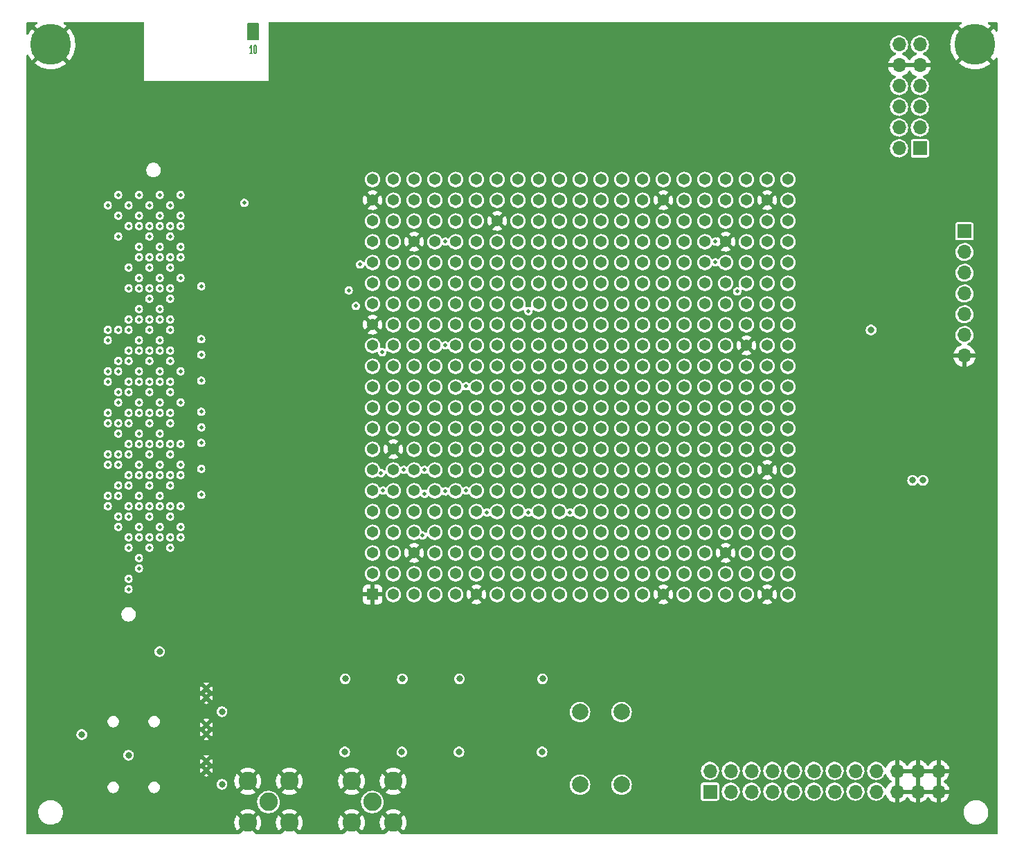
<source format=gbr>
G04 #@! TF.GenerationSoftware,KiCad,Pcbnew,(6.0.9-0)*
G04 #@! TF.CreationDate,2023-01-13T15:28:50-08:00*
G04 #@! TF.ProjectId,ember-pcb,656d6265-722d-4706-9362-2e6b69636164,rev?*
G04 #@! TF.SameCoordinates,Original*
G04 #@! TF.FileFunction,Copper,L11,Inr*
G04 #@! TF.FilePolarity,Positive*
%FSLAX46Y46*%
G04 Gerber Fmt 4.6, Leading zero omitted, Abs format (unit mm)*
G04 Created by KiCad (PCBNEW (6.0.9-0)) date 2023-01-13 15:28:50*
%MOMM*%
%LPD*%
G01*
G04 APERTURE LIST*
G04 #@! TA.AperFunction,NonConductor*
%ADD10C,0.200000*%
G04 #@! TD*
%ADD11C,0.127000*%
G04 #@! TA.AperFunction,NonConductor*
%ADD12C,0.127000*%
G04 #@! TD*
G04 #@! TA.AperFunction,ComponentPad*
%ADD13C,5.000000*%
G04 #@! TD*
G04 #@! TA.AperFunction,ComponentPad*
%ADD14R,1.700000X1.700000*%
G04 #@! TD*
G04 #@! TA.AperFunction,ComponentPad*
%ADD15O,1.700000X1.700000*%
G04 #@! TD*
G04 #@! TA.AperFunction,ComponentPad*
%ADD16C,2.000000*%
G04 #@! TD*
G04 #@! TA.AperFunction,ComponentPad*
%ADD17C,2.250000*%
G04 #@! TD*
G04 #@! TA.AperFunction,ComponentPad*
%ADD18C,0.500000*%
G04 #@! TD*
G04 #@! TA.AperFunction,ComponentPad*
%ADD19R,1.368000X1.368000*%
G04 #@! TD*
G04 #@! TA.AperFunction,ComponentPad*
%ADD20C,1.368000*%
G04 #@! TD*
G04 #@! TA.AperFunction,ViaPad*
%ADD21C,0.800000*%
G04 #@! TD*
G04 #@! TA.AperFunction,ViaPad*
%ADD22C,0.508000*%
G04 #@! TD*
G04 APERTURE END LIST*
D10*
X96550000Y-48470000D02*
X97820000Y-48470000D01*
X97820000Y-48470000D02*
X97820000Y-50375000D01*
X97820000Y-50375000D02*
X96550000Y-50375000D01*
X96550000Y-50375000D02*
X96550000Y-48470000D01*
G36*
X96550000Y-48470000D02*
G01*
X97820000Y-48470000D01*
X97820000Y-50375000D01*
X96550000Y-50375000D01*
X96550000Y-48470000D01*
G37*
D11*
D12*
X97088238Y-52097380D02*
X96797952Y-52097380D01*
X96943095Y-52097380D02*
X96943095Y-51097380D01*
X96894714Y-51240238D01*
X96846333Y-51335476D01*
X96797952Y-51383095D01*
X97402714Y-51097380D02*
X97451095Y-51097380D01*
X97499476Y-51145000D01*
X97523666Y-51192619D01*
X97547857Y-51287857D01*
X97572047Y-51478333D01*
X97572047Y-51716428D01*
X97547857Y-51906904D01*
X97523666Y-52002142D01*
X97499476Y-52049761D01*
X97451095Y-52097380D01*
X97402714Y-52097380D01*
X97354333Y-52049761D01*
X97330142Y-52002142D01*
X97305952Y-51906904D01*
X97281761Y-51716428D01*
X97281761Y-51478333D01*
X97305952Y-51287857D01*
X97330142Y-51192619D01*
X97354333Y-51145000D01*
X97402714Y-51097380D01*
D13*
G04 #@! TO.N,GND*
G04 #@! TO.C,H1*
X72420000Y-51010000D03*
G04 #@! TD*
D14*
G04 #@! TO.N,/core_pwr*
G04 #@! TO.C,J4*
X153060000Y-142455000D03*
D15*
G04 #@! TO.N,/vdd_fsm*
X153060000Y-139915000D03*
G04 #@! TO.N,/core_pwr*
X155600000Y-142455000D03*
G04 #@! TO.N,/vdd*
X155600000Y-139915000D03*
G04 #@! TO.N,/core_pwr*
X158140000Y-142455000D03*
G04 #@! TO.N,/vdd_dac*
X158140000Y-139915000D03*
G04 #@! TO.N,/core_pwr*
X160680000Y-142455000D03*
G04 #@! TO.N,/vsa*
X160680000Y-139915000D03*
G04 #@! TO.N,unconnected-(J4-Pad9)*
X163220000Y-142455000D03*
G04 #@! TO.N,unconnected-(J4-Pad10)*
X163220000Y-139915000D03*
G04 #@! TO.N,/io_pwr*
X165760000Y-142455000D03*
G04 #@! TO.N,/vddio_fsm*
X165760000Y-139915000D03*
G04 #@! TO.N,/io_pwr*
X168300000Y-142455000D03*
G04 #@! TO.N,/vddio*
X168300000Y-139915000D03*
G04 #@! TO.N,/io_pwr*
X170840000Y-142455000D03*
G04 #@! TO.N,/vddio_dac*
X170840000Y-139915000D03*
G04 #@! TO.N,unconnected-(J4-Pad17)*
X173380000Y-142455000D03*
G04 #@! TO.N,unconnected-(J4-Pad18)*
X173380000Y-139915000D03*
G04 #@! TO.N,GND*
X175920000Y-142455000D03*
X175920000Y-139915000D03*
X178460000Y-142455000D03*
X178460000Y-139915000D03*
X181000000Y-142455000D03*
X181000000Y-139915000D03*
G04 #@! TD*
D16*
G04 #@! TO.N,Net-(C1-Pad1)*
G04 #@! TO.C,FB1*
X137165000Y-132710000D03*
G04 #@! TO.N,/core_pwr*
X142245000Y-132710000D03*
G04 #@! TD*
D14*
G04 #@! TO.N,/wl_source_pin*
G04 #@! TO.C,J5*
X184180000Y-73865000D03*
D15*
G04 #@! TO.N,/bl_source_pin*
X184180000Y-76405000D03*
G04 #@! TO.N,/sl_source_pin*
X184180000Y-78945000D03*
G04 #@! TO.N,/iref_test*
X184180000Y-81485000D03*
G04 #@! TO.N,/vdd_test*
X184180000Y-84025000D03*
G04 #@! TO.N,/vadj*
X184180000Y-86565000D03*
G04 #@! TO.N,GND*
X184180000Y-89105000D03*
G04 #@! TD*
D16*
G04 #@! TO.N,Net-(C6-Pad1)*
G04 #@! TO.C,FB2*
X137165000Y-141600000D03*
G04 #@! TO.N,/io_pwr*
X142245000Y-141600000D03*
G04 #@! TD*
D17*
G04 #@! TO.N,Net-(J6-Pad1)*
G04 #@! TO.C,J6*
X99065000Y-143720000D03*
G04 #@! TO.N,GND*
X101605000Y-146260000D03*
X96525000Y-141180000D03*
X96525000Y-146260000D03*
X101605000Y-141180000D03*
G04 #@! TD*
D18*
G04 #@! TO.N,GND*
G04 #@! TO.C,U4*
X91475000Y-139835000D03*
X91475000Y-138735000D03*
G04 #@! TD*
D14*
G04 #@! TO.N,/sc*
G04 #@! TO.C,J2*
X178719000Y-63710000D03*
D15*
G04 #@! TO.N,/rst_n*
X176179000Y-63710000D03*
G04 #@! TO.N,/sclk*
X178719000Y-61170000D03*
G04 #@! TO.N,/rram_busy*
X176179000Y-61170000D03*
G04 #@! TO.N,/mosi*
X178719000Y-58630000D03*
G04 #@! TO.N,/mclk_pause*
X176179000Y-58630000D03*
G04 #@! TO.N,/miso*
X178719000Y-56090000D03*
G04 #@! TO.N,unconnected-(J2-Pad8)*
X176179000Y-56090000D03*
G04 #@! TO.N,GND*
X178719000Y-53550000D03*
X176179000Y-53550000D03*
G04 #@! TO.N,unconnected-(J2-Pad11)*
X178719000Y-51010000D03*
G04 #@! TO.N,unconnected-(J2-Pad12)*
X176179000Y-51010000D03*
G04 #@! TD*
D17*
G04 #@! TO.N,Net-(J3-Pad1)*
G04 #@! TO.C,J3*
X111765000Y-143720000D03*
G04 #@! TO.N,GND*
X114305000Y-141180000D03*
X114305000Y-146260000D03*
X109225000Y-141180000D03*
X109225000Y-146260000D03*
G04 #@! TD*
D19*
G04 #@! TO.N,GND*
G04 #@! TO.C,U1*
X111790000Y-118320000D03*
D20*
G04 #@! TO.N,/di_36*
X114330000Y-118320000D03*
G04 #@! TO.N,/vddio_dac*
X116870000Y-118320000D03*
G04 #@! TO.N,/iref_test*
X119410000Y-118320000D03*
G04 #@! TO.N,/vdd_fsm*
X121950000Y-118320000D03*
G04 #@! TO.N,GND*
X124490000Y-118320000D03*
G04 #@! TO.N,/di_47*
X127030000Y-118320000D03*
G04 #@! TO.N,/vdd_dac*
X129570000Y-118320000D03*
G04 #@! TO.N,/vddio_dac*
X132110000Y-118320000D03*
G04 #@! TO.N,/vddio*
X134650000Y-118320000D03*
G04 #@! TO.N,/vsa*
X137190000Y-118320000D03*
G04 #@! TO.N,/read_ref_4*
X139730000Y-118320000D03*
G04 #@! TO.N,/rram_addr_0*
X142270000Y-118320000D03*
G04 #@! TO.N,/rram_addr_2*
X144810000Y-118320000D03*
G04 #@! TO.N,GND*
X147350000Y-118320000D03*
G04 #@! TO.N,/vdd_fsm*
X149890000Y-118320000D03*
G04 #@! TO.N,/rram_addr_10*
X152430000Y-118320000D03*
G04 #@! TO.N,/vddio_dac*
X154970000Y-118320000D03*
G04 #@! TO.N,/rram_busy*
X157510000Y-118320000D03*
G04 #@! TO.N,GND*
X160050000Y-118320000D03*
G04 #@! TO.N,unconnected-(U1-PadA21)*
X162590000Y-118320000D03*
G04 #@! TO.N,/vddio*
X111790000Y-115780000D03*
G04 #@! TO.N,/di_34*
X114330000Y-115780000D03*
G04 #@! TO.N,/sl_source_pin*
X116870000Y-115780000D03*
G04 #@! TO.N,/vddio*
X119410000Y-115780000D03*
G04 #@! TO.N,/vdd*
X121950000Y-115780000D03*
G04 #@! TO.N,/vdd_test*
X124490000Y-115780000D03*
G04 #@! TO.N,/vddio_fsm*
X127030000Y-115780000D03*
G04 #@! TO.N,/bl_source_pin*
X129570000Y-115780000D03*
G04 #@! TO.N,/sa_en*
X132110000Y-115780000D03*
G04 #@! TO.N,/read_ref_1*
X134650000Y-115780000D03*
G04 #@! TO.N,/read_ref_2*
X137190000Y-115780000D03*
G04 #@! TO.N,/rram_addr_1*
X139730000Y-115780000D03*
G04 #@! TO.N,/vddio_fsm*
X142270000Y-115780000D03*
G04 #@! TO.N,/rram_addr_6*
X144810000Y-115780000D03*
G04 #@! TO.N,/vdd*
X147350000Y-115780000D03*
G04 #@! TO.N,/vddio*
X149890000Y-115780000D03*
G04 #@! TO.N,/vddio_fsm*
X152430000Y-115780000D03*
G04 #@! TO.N,/sl_en*
X154970000Y-115780000D03*
G04 #@! TO.N,/read_dac_config_0*
X157510000Y-115780000D03*
G04 #@! TO.N,/vdd_dac*
X160050000Y-115780000D03*
G04 #@! TO.N,unconnected-(U1-PadB21)*
X162590000Y-115780000D03*
G04 #@! TO.N,/vddio_fsm*
X111790000Y-113240000D03*
G04 #@! TO.N,/vdd_dac*
X114330000Y-113240000D03*
G04 #@! TO.N,GND*
X116870000Y-113240000D03*
G04 #@! TO.N,/di_37*
X119410000Y-113240000D03*
G04 #@! TO.N,/di_39*
X121950000Y-113240000D03*
G04 #@! TO.N,/di_41*
X124490000Y-113240000D03*
G04 #@! TO.N,/di_42*
X127030000Y-113240000D03*
G04 #@! TO.N,/di_44*
X129570000Y-113240000D03*
G04 #@! TO.N,/di_45*
X132110000Y-113240000D03*
G04 #@! TO.N,/set_rst*
X134650000Y-113240000D03*
G04 #@! TO.N,/read_ref_5*
X137190000Y-113240000D03*
G04 #@! TO.N,/rram_addr_4*
X139730000Y-113240000D03*
G04 #@! TO.N,/rram_addr_5*
X142270000Y-113240000D03*
G04 #@! TO.N,/rram_addr_8*
X144810000Y-113240000D03*
G04 #@! TO.N,/rram_addr_11*
X147350000Y-113240000D03*
G04 #@! TO.N,/rram_addr_13*
X149890000Y-113240000D03*
G04 #@! TO.N,/rram_addr_15*
X152430000Y-113240000D03*
G04 #@! TO.N,GND*
X154970000Y-113240000D03*
G04 #@! TO.N,/vddio*
X157510000Y-113240000D03*
G04 #@! TO.N,/vdd*
X160050000Y-113240000D03*
G04 #@! TO.N,unconnected-(U1-PadC21)*
X162590000Y-113240000D03*
G04 #@! TO.N,/di_27*
X111790000Y-110700000D03*
G04 #@! TO.N,/vdd*
X114330000Y-110700000D03*
G04 #@! TO.N,/di_32*
X116870000Y-110700000D03*
G04 #@! TO.N,/di_33*
X119410000Y-110700000D03*
G04 #@! TO.N,/di_35*
X121950000Y-110700000D03*
G04 #@! TO.N,/di_38*
X124490000Y-110700000D03*
G04 #@! TO.N,/di_40*
X127030000Y-110700000D03*
G04 #@! TO.N,/di_43*
X129570000Y-110700000D03*
G04 #@! TO.N,/di_46*
X132110000Y-110700000D03*
G04 #@! TO.N,/read_ref_0*
X134650000Y-110700000D03*
G04 #@! TO.N,/read_ref_3*
X137190000Y-110700000D03*
G04 #@! TO.N,/rram_addr_3*
X139730000Y-110700000D03*
G04 #@! TO.N,/rram_addr_7*
X142270000Y-110700000D03*
G04 #@! TO.N,/rram_addr_9*
X144810000Y-110700000D03*
G04 #@! TO.N,/rram_addr_12*
X147350000Y-110700000D03*
G04 #@! TO.N,/rram_addr_14*
X149890000Y-110700000D03*
G04 #@! TO.N,/we*
X152430000Y-110700000D03*
G04 #@! TO.N,/read_dac_config_2*
X154970000Y-110700000D03*
G04 #@! TO.N,/vddio_fsm*
X157510000Y-110700000D03*
G04 #@! TO.N,/vddio_dac*
X160050000Y-110700000D03*
G04 #@! TO.N,unconnected-(U1-PadD21)*
X162590000Y-110700000D03*
G04 #@! TO.N,/di_23*
X111790000Y-108160000D03*
G04 #@! TO.N,/vddio_dac*
X114330000Y-108160000D03*
G04 #@! TO.N,/di_30*
X116870000Y-108160000D03*
G04 #@! TO.N,/di_31*
X119410000Y-108160000D03*
G04 #@! TO.N,unconnected-(U1-PadE5)*
X121950000Y-108160000D03*
G04 #@! TO.N,unconnected-(U1-PadE6)*
X124490000Y-108160000D03*
G04 #@! TO.N,unconnected-(U1-PadE7)*
X127030000Y-108160000D03*
G04 #@! TO.N,unconnected-(U1-PadE8)*
X129570000Y-108160000D03*
G04 #@! TO.N,unconnected-(U1-PadE9)*
X132110000Y-108160000D03*
G04 #@! TO.N,unconnected-(U1-PadE10)*
X134650000Y-108160000D03*
G04 #@! TO.N,unconnected-(U1-PadE11)*
X137190000Y-108160000D03*
G04 #@! TO.N,unconnected-(U1-PadE12)*
X139730000Y-108160000D03*
G04 #@! TO.N,unconnected-(U1-PadE13)*
X142270000Y-108160000D03*
G04 #@! TO.N,unconnected-(U1-PadE14)*
X144810000Y-108160000D03*
G04 #@! TO.N,unconnected-(U1-PadE15)*
X147350000Y-108160000D03*
G04 #@! TO.N,unconnected-(U1-PadE16)*
X149890000Y-108160000D03*
G04 #@! TO.N,/read_dac_config_1*
X152430000Y-108160000D03*
G04 #@! TO.N,/wl_dac_config_0*
X154970000Y-108160000D03*
G04 #@! TO.N,/wl_dac_config_3*
X157510000Y-108160000D03*
G04 #@! TO.N,/wl_dac_config_5*
X160050000Y-108160000D03*
G04 #@! TO.N,unconnected-(U1-PadE21)*
X162590000Y-108160000D03*
G04 #@! TO.N,/vddio_fsm*
X111790000Y-105620000D03*
G04 #@! TO.N,/di_25*
X114330000Y-105620000D03*
G04 #@! TO.N,/di_28*
X116870000Y-105620000D03*
G04 #@! TO.N,/di_29*
X119410000Y-105620000D03*
G04 #@! TO.N,unconnected-(U1-PadF5)*
X121950000Y-105620000D03*
G04 #@! TO.N,unconnected-(U1-PadF6)*
X124490000Y-105620000D03*
G04 #@! TO.N,unconnected-(U1-PadF7)*
X127030000Y-105620000D03*
G04 #@! TO.N,unconnected-(U1-PadF8)*
X129570000Y-105620000D03*
G04 #@! TO.N,unconnected-(U1-PadF9)*
X132110000Y-105620000D03*
G04 #@! TO.N,unconnected-(U1-PadF10)*
X134650000Y-105620000D03*
G04 #@! TO.N,unconnected-(U1-PadF11)*
X137190000Y-105620000D03*
G04 #@! TO.N,unconnected-(U1-PadF12)*
X139730000Y-105620000D03*
G04 #@! TO.N,unconnected-(U1-PadF13)*
X142270000Y-105620000D03*
G04 #@! TO.N,unconnected-(U1-PadF14)*
X144810000Y-105620000D03*
G04 #@! TO.N,unconnected-(U1-PadF15)*
X147350000Y-105620000D03*
G04 #@! TO.N,unconnected-(U1-PadF16)*
X149890000Y-105620000D03*
G04 #@! TO.N,/read_dac_config_3*
X152430000Y-105620000D03*
G04 #@! TO.N,/wl_dac_config_2*
X154970000Y-105620000D03*
G04 #@! TO.N,/wl_dac_config_7*
X157510000Y-105620000D03*
G04 #@! TO.N,/vdd_fsm*
X160050000Y-105620000D03*
G04 #@! TO.N,unconnected-(U1-PadF21)*
X162590000Y-105620000D03*
G04 #@! TO.N,/di_18*
X111790000Y-103080000D03*
G04 #@! TO.N,/vdd_fsm*
X114330000Y-103080000D03*
G04 #@! TO.N,/di_24*
X116870000Y-103080000D03*
G04 #@! TO.N,/di_26*
X119410000Y-103080000D03*
G04 #@! TO.N,unconnected-(U1-PadG5)*
X121950000Y-103080000D03*
G04 #@! TO.N,unconnected-(U1-PadG6)*
X124490000Y-103080000D03*
G04 #@! TO.N,unconnected-(U1-PadG7)*
X127030000Y-103080000D03*
G04 #@! TO.N,unconnected-(U1-PadG8)*
X129570000Y-103080000D03*
G04 #@! TO.N,unconnected-(U1-PadG9)*
X132110000Y-103080000D03*
G04 #@! TO.N,unconnected-(U1-PadG10)*
X134650000Y-103080000D03*
G04 #@! TO.N,unconnected-(U1-PadG11)*
X137190000Y-103080000D03*
G04 #@! TO.N,unconnected-(U1-PadG12)*
X139730000Y-103080000D03*
G04 #@! TO.N,unconnected-(U1-PadG13)*
X142270000Y-103080000D03*
G04 #@! TO.N,unconnected-(U1-PadG14)*
X144810000Y-103080000D03*
G04 #@! TO.N,unconnected-(U1-PadG15)*
X147350000Y-103080000D03*
G04 #@! TO.N,unconnected-(U1-PadG16)*
X149890000Y-103080000D03*
G04 #@! TO.N,/wl_dac_config_1*
X152430000Y-103080000D03*
G04 #@! TO.N,/wl_dac_config_4*
X154970000Y-103080000D03*
G04 #@! TO.N,/vddio_fsm*
X157510000Y-103080000D03*
G04 #@! TO.N,GND*
X160050000Y-103080000D03*
G04 #@! TO.N,unconnected-(U1-PadG21)*
X162590000Y-103080000D03*
G04 #@! TO.N,/di_16*
X111790000Y-100540000D03*
G04 #@! TO.N,GND*
X114330000Y-100540000D03*
G04 #@! TO.N,/di_21*
X116870000Y-100540000D03*
G04 #@! TO.N,/di_22*
X119410000Y-100540000D03*
G04 #@! TO.N,unconnected-(U1-PadH5)*
X121950000Y-100540000D03*
G04 #@! TO.N,unconnected-(U1-PadH6)*
X124490000Y-100540000D03*
G04 #@! TO.N,unconnected-(U1-PadH7)*
X127030000Y-100540000D03*
G04 #@! TO.N,unconnected-(U1-PadH8)*
X129570000Y-100540000D03*
G04 #@! TO.N,unconnected-(U1-PadH9)*
X132110000Y-100540000D03*
G04 #@! TO.N,unconnected-(U1-PadH10)*
X134650000Y-100540000D03*
G04 #@! TO.N,unconnected-(U1-PadH11)*
X137190000Y-100540000D03*
G04 #@! TO.N,unconnected-(U1-PadH12)*
X139730000Y-100540000D03*
G04 #@! TO.N,unconnected-(U1-PadH13)*
X142270000Y-100540000D03*
G04 #@! TO.N,unconnected-(U1-PadH14)*
X144810000Y-100540000D03*
G04 #@! TO.N,unconnected-(U1-PadH15)*
X147350000Y-100540000D03*
G04 #@! TO.N,unconnected-(U1-PadH16)*
X149890000Y-100540000D03*
G04 #@! TO.N,/wl_dac_config_6*
X152430000Y-100540000D03*
G04 #@! TO.N,/wl_dac_en*
X154970000Y-100540000D03*
G04 #@! TO.N,/wl_source_pin*
X157510000Y-100540000D03*
G04 #@! TO.N,/sa_do_2*
X160050000Y-100540000D03*
G04 #@! TO.N,unconnected-(U1-PadH21)*
X162590000Y-100540000D03*
G04 #@! TO.N,/di_14*
X111790000Y-98000000D03*
G04 #@! TO.N,/di_17*
X114330000Y-98000000D03*
G04 #@! TO.N,/di_20*
X116870000Y-98000000D03*
G04 #@! TO.N,/di_19*
X119410000Y-98000000D03*
G04 #@! TO.N,unconnected-(U1-PadJ5)*
X121950000Y-98000000D03*
G04 #@! TO.N,unconnected-(U1-PadJ6)*
X124490000Y-98000000D03*
G04 #@! TO.N,unconnected-(U1-PadJ7)*
X127030000Y-98000000D03*
G04 #@! TO.N,unconnected-(U1-PadJ8)*
X129570000Y-98000000D03*
G04 #@! TO.N,unconnected-(U1-PadJ9)*
X132110000Y-98000000D03*
G04 #@! TO.N,unconnected-(U1-PadJ10)*
X134650000Y-98000000D03*
G04 #@! TO.N,unconnected-(U1-PadJ11)*
X137190000Y-98000000D03*
G04 #@! TO.N,unconnected-(U1-PadJ12)*
X139730000Y-98000000D03*
G04 #@! TO.N,unconnected-(U1-PadJ13)*
X142270000Y-98000000D03*
G04 #@! TO.N,unconnected-(U1-PadJ14)*
X144810000Y-98000000D03*
G04 #@! TO.N,unconnected-(U1-PadJ15)*
X147350000Y-98000000D03*
G04 #@! TO.N,unconnected-(U1-PadJ16)*
X149890000Y-98000000D03*
G04 #@! TO.N,/bleed_en*
X152430000Y-98000000D03*
G04 #@! TO.N,/wl_en*
X154970000Y-98000000D03*
G04 #@! TO.N,/sa_do_0*
X157510000Y-98000000D03*
G04 #@! TO.N,/sa_do_4*
X160050000Y-98000000D03*
G04 #@! TO.N,unconnected-(U1-PadJ21)*
X162590000Y-98000000D03*
G04 #@! TO.N,/vsa*
X111790000Y-95460000D03*
G04 #@! TO.N,/di_12*
X114330000Y-95460000D03*
G04 #@! TO.N,/di_15*
X116870000Y-95460000D03*
G04 #@! TO.N,/di_13*
X119410000Y-95460000D03*
G04 #@! TO.N,unconnected-(U1-PadK5)*
X121950000Y-95460000D03*
G04 #@! TO.N,unconnected-(U1-PadK6)*
X124490000Y-95460000D03*
G04 #@! TO.N,unconnected-(U1-PadK7)*
X127030000Y-95460000D03*
G04 #@! TO.N,unconnected-(U1-PadK8)*
X129570000Y-95460000D03*
G04 #@! TO.N,unconnected-(U1-PadK9)*
X132110000Y-95460000D03*
G04 #@! TO.N,unconnected-(U1-PadK10)*
X134650000Y-95460000D03*
G04 #@! TO.N,unconnected-(U1-PadK11)*
X137190000Y-95460000D03*
G04 #@! TO.N,unconnected-(U1-PadK12)*
X139730000Y-95460000D03*
G04 #@! TO.N,unconnected-(U1-PadK13)*
X142270000Y-95460000D03*
G04 #@! TO.N,unconnected-(U1-PadK14)*
X144810000Y-95460000D03*
G04 #@! TO.N,unconnected-(U1-PadK15)*
X147350000Y-95460000D03*
G04 #@! TO.N,unconnected-(U1-PadK16)*
X149890000Y-95460000D03*
G04 #@! TO.N,/sa_do_3*
X152430000Y-95460000D03*
G04 #@! TO.N,/sa_do_1*
X154970000Y-95460000D03*
G04 #@! TO.N,/sa_do_5*
X157510000Y-95460000D03*
G04 #@! TO.N,/vsa*
X160050000Y-95460000D03*
G04 #@! TO.N,unconnected-(U1-PadK21)*
X162590000Y-95460000D03*
G04 #@! TO.N,/vdd*
X111790000Y-92920000D03*
G04 #@! TO.N,/di_11*
X114330000Y-92920000D03*
G04 #@! TO.N,/di_9*
X116870000Y-92920000D03*
G04 #@! TO.N,/di_10*
X119410000Y-92920000D03*
G04 #@! TO.N,unconnected-(U1-PadL5)*
X121950000Y-92920000D03*
G04 #@! TO.N,unconnected-(U1-PadL6)*
X124490000Y-92920000D03*
G04 #@! TO.N,unconnected-(U1-PadL7)*
X127030000Y-92920000D03*
G04 #@! TO.N,unconnected-(U1-PadL8)*
X129570000Y-92920000D03*
G04 #@! TO.N,unconnected-(U1-PadL9)*
X132110000Y-92920000D03*
G04 #@! TO.N,unconnected-(U1-PadL10)*
X134650000Y-92920000D03*
G04 #@! TO.N,unconnected-(U1-PadL11)*
X137190000Y-92920000D03*
G04 #@! TO.N,unconnected-(U1-PadL12)*
X139730000Y-92920000D03*
G04 #@! TO.N,unconnected-(U1-PadL13)*
X142270000Y-92920000D03*
G04 #@! TO.N,unconnected-(U1-PadL14)*
X144810000Y-92920000D03*
G04 #@! TO.N,unconnected-(U1-PadL15)*
X147350000Y-92920000D03*
G04 #@! TO.N,unconnected-(U1-PadL16)*
X149890000Y-92920000D03*
G04 #@! TO.N,/sa_do_7*
X152430000Y-92920000D03*
G04 #@! TO.N,/sa_do_8*
X154970000Y-92920000D03*
G04 #@! TO.N,/sa_do_6*
X157510000Y-92920000D03*
G04 #@! TO.N,/vdd*
X160050000Y-92920000D03*
G04 #@! TO.N,unconnected-(U1-PadL21)*
X162590000Y-92920000D03*
G04 #@! TO.N,/vddio_dac*
X111790000Y-90380000D03*
G04 #@! TO.N,/di_7*
X114330000Y-90380000D03*
G04 #@! TO.N,/di_5*
X116870000Y-90380000D03*
G04 #@! TO.N,/di_6*
X119410000Y-90380000D03*
G04 #@! TO.N,unconnected-(U1-PadM5)*
X121950000Y-90380000D03*
G04 #@! TO.N,unconnected-(U1-PadM6)*
X124490000Y-90380000D03*
G04 #@! TO.N,unconnected-(U1-PadM7)*
X127030000Y-90380000D03*
G04 #@! TO.N,unconnected-(U1-PadM8)*
X129570000Y-90380000D03*
G04 #@! TO.N,unconnected-(U1-PadM9)*
X132110000Y-90380000D03*
G04 #@! TO.N,unconnected-(U1-PadM10)*
X134650000Y-90380000D03*
G04 #@! TO.N,unconnected-(U1-PadM11)*
X137190000Y-90380000D03*
G04 #@! TO.N,unconnected-(U1-PadM12)*
X139730000Y-90380000D03*
G04 #@! TO.N,unconnected-(U1-PadM13)*
X142270000Y-90380000D03*
G04 #@! TO.N,unconnected-(U1-PadM14)*
X144810000Y-90380000D03*
G04 #@! TO.N,unconnected-(U1-PadM15)*
X147350000Y-90380000D03*
G04 #@! TO.N,unconnected-(U1-PadM16)*
X149890000Y-90380000D03*
G04 #@! TO.N,/sa_do_11*
X152430000Y-90380000D03*
G04 #@! TO.N,/sa_do_12*
X154970000Y-90380000D03*
G04 #@! TO.N,/sa_do_9*
X157510000Y-90380000D03*
G04 #@! TO.N,/vddio_dac*
X160050000Y-90380000D03*
G04 #@! TO.N,unconnected-(U1-PadM21)*
X162590000Y-90380000D03*
G04 #@! TO.N,/vddio*
X111790000Y-87840000D03*
G04 #@! TO.N,/di_8*
X114330000Y-87840000D03*
G04 #@! TO.N,/di_4*
X116870000Y-87840000D03*
G04 #@! TO.N,/di_2*
X119410000Y-87840000D03*
G04 #@! TO.N,unconnected-(U1-PadN5)*
X121950000Y-87840000D03*
G04 #@! TO.N,unconnected-(U1-PadN6)*
X124490000Y-87840000D03*
G04 #@! TO.N,unconnected-(U1-PadN7)*
X127030000Y-87840000D03*
G04 #@! TO.N,unconnected-(U1-PadN8)*
X129570000Y-87840000D03*
G04 #@! TO.N,unconnected-(U1-PadN9)*
X132110000Y-87840000D03*
G04 #@! TO.N,unconnected-(U1-PadN10)*
X134650000Y-87840000D03*
G04 #@! TO.N,unconnected-(U1-PadN11)*
X137190000Y-87840000D03*
G04 #@! TO.N,unconnected-(U1-PadN12)*
X139730000Y-87840000D03*
G04 #@! TO.N,unconnected-(U1-PadN13)*
X142270000Y-87840000D03*
G04 #@! TO.N,unconnected-(U1-PadN14)*
X144810000Y-87840000D03*
G04 #@! TO.N,unconnected-(U1-PadN15)*
X147350000Y-87840000D03*
G04 #@! TO.N,unconnected-(U1-PadN16)*
X149890000Y-87840000D03*
G04 #@! TO.N,/sa_do_14*
X152430000Y-87840000D03*
G04 #@! TO.N,/sa_do_13*
X154970000Y-87840000D03*
G04 #@! TO.N,GND*
X157510000Y-87840000D03*
G04 #@! TO.N,/vddio*
X160050000Y-87840000D03*
G04 #@! TO.N,unconnected-(U1-PadN21)*
X162590000Y-87840000D03*
G04 #@! TO.N,GND*
X111790000Y-85300000D03*
G04 #@! TO.N,/vddio_fsm*
X114330000Y-85300000D03*
G04 #@! TO.N,/di_0*
X116870000Y-85300000D03*
G04 #@! TO.N,/clamp_ref_5*
X119410000Y-85300000D03*
G04 #@! TO.N,unconnected-(U1-PadP5)*
X121950000Y-85300000D03*
G04 #@! TO.N,unconnected-(U1-PadP6)*
X124490000Y-85300000D03*
G04 #@! TO.N,unconnected-(U1-PadP7)*
X127030000Y-85300000D03*
G04 #@! TO.N,unconnected-(U1-PadP8)*
X129570000Y-85300000D03*
G04 #@! TO.N,unconnected-(U1-PadP9)*
X132110000Y-85300000D03*
G04 #@! TO.N,unconnected-(U1-PadP10)*
X134650000Y-85300000D03*
G04 #@! TO.N,unconnected-(U1-PadP11)*
X137190000Y-85300000D03*
G04 #@! TO.N,unconnected-(U1-PadP12)*
X139730000Y-85300000D03*
G04 #@! TO.N,unconnected-(U1-PadP13)*
X142270000Y-85300000D03*
G04 #@! TO.N,unconnected-(U1-PadP14)*
X144810000Y-85300000D03*
G04 #@! TO.N,unconnected-(U1-PadP15)*
X147350000Y-85300000D03*
G04 #@! TO.N,unconnected-(U1-PadP16)*
X149890000Y-85300000D03*
G04 #@! TO.N,/sa_do_18*
X152430000Y-85300000D03*
G04 #@! TO.N,/sa_do_16*
X154970000Y-85300000D03*
G04 #@! TO.N,/vdd_fsm*
X157510000Y-85300000D03*
G04 #@! TO.N,/sa_do_10*
X160050000Y-85300000D03*
G04 #@! TO.N,unconnected-(U1-PadP21)*
X162590000Y-85300000D03*
G04 #@! TO.N,/vdd_fsm*
X111790000Y-82760000D03*
G04 #@! TO.N,/di_3*
X114330000Y-82760000D03*
G04 #@! TO.N,/rst_n*
X116870000Y-82760000D03*
G04 #@! TO.N,/clamp_ref_3*
X119410000Y-82760000D03*
G04 #@! TO.N,unconnected-(U1-PadR5)*
X121950000Y-82760000D03*
G04 #@! TO.N,unconnected-(U1-PadR6)*
X124490000Y-82760000D03*
G04 #@! TO.N,unconnected-(U1-PadR7)*
X127030000Y-82760000D03*
G04 #@! TO.N,unconnected-(U1-PadR8)*
X129570000Y-82760000D03*
G04 #@! TO.N,unconnected-(U1-PadR9)*
X132110000Y-82760000D03*
G04 #@! TO.N,unconnected-(U1-PadR10)*
X134650000Y-82760000D03*
G04 #@! TO.N,unconnected-(U1-PadR11)*
X137190000Y-82760000D03*
G04 #@! TO.N,unconnected-(U1-PadR12)*
X139730000Y-82760000D03*
G04 #@! TO.N,unconnected-(U1-PadR13)*
X142270000Y-82760000D03*
G04 #@! TO.N,unconnected-(U1-PadR14)*
X144810000Y-82760000D03*
G04 #@! TO.N,unconnected-(U1-PadR15)*
X147350000Y-82760000D03*
G04 #@! TO.N,unconnected-(U1-PadR16)*
X149890000Y-82760000D03*
G04 #@! TO.N,/sa_do_21*
X152430000Y-82760000D03*
G04 #@! TO.N,/sa_do_20*
X154970000Y-82760000D03*
G04 #@! TO.N,/sa_do_17*
X157510000Y-82760000D03*
G04 #@! TO.N,/vddio_fsm*
X160050000Y-82760000D03*
G04 #@! TO.N,unconnected-(U1-PadR21)*
X162590000Y-82760000D03*
G04 #@! TO.N,/di_1*
X111790000Y-80220000D03*
G04 #@! TO.N,/bl_en*
X114330000Y-80220000D03*
G04 #@! TO.N,/clamp_ref_4*
X116870000Y-80220000D03*
G04 #@! TO.N,/clamp_ref_1*
X119410000Y-80220000D03*
G04 #@! TO.N,unconnected-(U1-PadS5)*
X121950000Y-80220000D03*
G04 #@! TO.N,unconnected-(U1-PadS6)*
X124490000Y-80220000D03*
G04 #@! TO.N,unconnected-(U1-PadS7)*
X127030000Y-80220000D03*
G04 #@! TO.N,unconnected-(U1-PadS8)*
X129570000Y-80220000D03*
G04 #@! TO.N,unconnected-(U1-PadS9)*
X132110000Y-80220000D03*
G04 #@! TO.N,unconnected-(U1-PadS10)*
X134650000Y-80220000D03*
G04 #@! TO.N,unconnected-(U1-PadS11)*
X137190000Y-80220000D03*
G04 #@! TO.N,unconnected-(U1-PadS12)*
X139730000Y-80220000D03*
G04 #@! TO.N,unconnected-(U1-PadS13)*
X142270000Y-80220000D03*
G04 #@! TO.N,unconnected-(U1-PadS14)*
X144810000Y-80220000D03*
G04 #@! TO.N,unconnected-(U1-PadS15)*
X147350000Y-80220000D03*
G04 #@! TO.N,unconnected-(U1-PadS16)*
X149890000Y-80220000D03*
G04 #@! TO.N,/sa_do_23*
X152430000Y-80220000D03*
G04 #@! TO.N,/sa_do_22*
X154970000Y-80220000D03*
G04 #@! TO.N,/vddio_dac*
X157510000Y-80220000D03*
G04 #@! TO.N,/sa_do_15*
X160050000Y-80220000D03*
G04 #@! TO.N,unconnected-(U1-PadS21)*
X162590000Y-80220000D03*
G04 #@! TO.N,/vddio_dac*
X111790000Y-77680000D03*
G04 #@! TO.N,/vddio_fsm*
X114330000Y-77680000D03*
G04 #@! TO.N,/clamp_ref_2*
X116870000Y-77680000D03*
G04 #@! TO.N,/bsl_dac_en*
X119410000Y-77680000D03*
G04 #@! TO.N,/bsl_dac_config_4*
X121950000Y-77680000D03*
G04 #@! TO.N,/bsl_dac_config_2*
X124490000Y-77680000D03*
G04 #@! TO.N,/bsl_dac_config_0*
X127030000Y-77680000D03*
G04 #@! TO.N,/mclk_pause*
X129570000Y-77680000D03*
G04 #@! TO.N,/mosi*
X132110000Y-77680000D03*
G04 #@! TO.N,/heartbeat*
X134650000Y-77680000D03*
G04 #@! TO.N,/sa_do_45*
X137190000Y-77680000D03*
G04 #@! TO.N,/sa_do_39*
X139730000Y-77680000D03*
G04 #@! TO.N,/sa_do_36*
X142270000Y-77680000D03*
G04 #@! TO.N,/sa_do_32*
X144810000Y-77680000D03*
G04 #@! TO.N,/sa_do_29*
X147350000Y-77680000D03*
G04 #@! TO.N,/sa_do_27*
X149890000Y-77680000D03*
G04 #@! TO.N,/sa_do_25*
X152430000Y-77680000D03*
G04 #@! TO.N,/sa_do_24*
X154970000Y-77680000D03*
G04 #@! TO.N,/vdd*
X157510000Y-77680000D03*
G04 #@! TO.N,/sa_do_19*
X160050000Y-77680000D03*
G04 #@! TO.N,unconnected-(U1-PadT21)*
X162590000Y-77680000D03*
G04 #@! TO.N,/vdd*
X111790000Y-75140000D03*
G04 #@! TO.N,/vddio*
X114330000Y-75140000D03*
G04 #@! TO.N,GND*
X116870000Y-75140000D03*
G04 #@! TO.N,/read_dac_en*
X119410000Y-75140000D03*
G04 #@! TO.N,/bsl_dac_config_3*
X121950000Y-75140000D03*
G04 #@! TO.N,/bsl_dac_config_1*
X124490000Y-75140000D03*
G04 #@! TO.N,/aclk*
X127030000Y-75140000D03*
G04 #@! TO.N,/sclk*
X129570000Y-75140000D03*
G04 #@! TO.N,/sc*
X132110000Y-75140000D03*
G04 #@! TO.N,/man*
X134650000Y-75140000D03*
G04 #@! TO.N,/sa_do_43*
X137190000Y-75140000D03*
G04 #@! TO.N,/sa_do_38*
X139730000Y-75140000D03*
G04 #@! TO.N,/sa_do_37*
X142270000Y-75140000D03*
G04 #@! TO.N,/sa_do_34*
X144810000Y-75140000D03*
G04 #@! TO.N,/sa_do_33*
X147350000Y-75140000D03*
G04 #@! TO.N,/sa_do_30*
X149890000Y-75140000D03*
G04 #@! TO.N,/sa_do_28*
X152430000Y-75140000D03*
G04 #@! TO.N,GND*
X154970000Y-75140000D03*
G04 #@! TO.N,/vdd_dac*
X157510000Y-75140000D03*
G04 #@! TO.N,/vddio_fsm*
X160050000Y-75140000D03*
G04 #@! TO.N,unconnected-(U1-PadU21)*
X162590000Y-75140000D03*
G04 #@! TO.N,/vdd_dac*
X111790000Y-72600000D03*
G04 #@! TO.N,/clamp_ref_0*
X114330000Y-72600000D03*
G04 #@! TO.N,/vddio*
X116870000Y-72600000D03*
G04 #@! TO.N,/vsa*
X119410000Y-72600000D03*
G04 #@! TO.N,/vdd_fsm*
X121950000Y-72600000D03*
G04 #@! TO.N,/sl_source_pin*
X124490000Y-72600000D03*
G04 #@! TO.N,GND*
X127030000Y-72600000D03*
G04 #@! TO.N,/vddio_fsm*
X129570000Y-72600000D03*
G04 #@! TO.N,/miso*
X132110000Y-72600000D03*
G04 #@! TO.N,/sa_rdy*
X134650000Y-72600000D03*
G04 #@! TO.N,/sa_do_47*
X137190000Y-72600000D03*
G04 #@! TO.N,/sa_do_41*
X139730000Y-72600000D03*
G04 #@! TO.N,/sa_do_42*
X142270000Y-72600000D03*
G04 #@! TO.N,/vdd*
X144810000Y-72600000D03*
G04 #@! TO.N,/vddio_fsm*
X147350000Y-72600000D03*
G04 #@! TO.N,/vddio_dac*
X149890000Y-72600000D03*
G04 #@! TO.N,/sa_do_31*
X152430000Y-72600000D03*
G04 #@! TO.N,/vddio_fsm*
X154970000Y-72600000D03*
G04 #@! TO.N,/sa_do_26*
X157510000Y-72600000D03*
G04 #@! TO.N,/vddio*
X160050000Y-72600000D03*
G04 #@! TO.N,unconnected-(U1-PadV21)*
X162590000Y-72600000D03*
G04 #@! TO.N,GND*
X111790000Y-70060000D03*
G04 #@! TO.N,/vddio_fsm*
X114330000Y-70060000D03*
G04 #@! TO.N,/bl_source_pin*
X116870000Y-70060000D03*
G04 #@! TO.N,/vddio_dac*
X119410000Y-70060000D03*
G04 #@! TO.N,/vddio_fsm*
X121950000Y-70060000D03*
G04 #@! TO.N,/vdd*
X124490000Y-70060000D03*
G04 #@! TO.N,/sa_clk*
X127030000Y-70060000D03*
G04 #@! TO.N,/byp*
X129570000Y-70060000D03*
G04 #@! TO.N,/vdd_dac*
X132110000Y-70060000D03*
G04 #@! TO.N,/vddio_dac*
X134650000Y-70060000D03*
G04 #@! TO.N,/vddio*
X137190000Y-70060000D03*
G04 #@! TO.N,/sa_do_46*
X139730000Y-70060000D03*
G04 #@! TO.N,/sa_do_44*
X142270000Y-70060000D03*
G04 #@! TO.N,/sa_do_40*
X144810000Y-70060000D03*
G04 #@! TO.N,GND*
X147350000Y-70060000D03*
G04 #@! TO.N,/sa_do_35*
X149890000Y-70060000D03*
G04 #@! TO.N,/vdd_fsm*
X152430000Y-70060000D03*
G04 #@! TO.N,/vsa*
X154970000Y-70060000D03*
G04 #@! TO.N,/vddio*
X157510000Y-70060000D03*
G04 #@! TO.N,GND*
X160050000Y-70060000D03*
G04 #@! TO.N,unconnected-(U1-PadW21)*
X162590000Y-70060000D03*
G04 #@! TO.N,unconnected-(U1-PadX1)*
X111790000Y-67520000D03*
G04 #@! TO.N,unconnected-(U1-PadX2)*
X114330000Y-67520000D03*
G04 #@! TO.N,unconnected-(U1-PadX3)*
X116870000Y-67520000D03*
G04 #@! TO.N,unconnected-(U1-PadX4)*
X119410000Y-67520000D03*
G04 #@! TO.N,unconnected-(U1-PadX5)*
X121950000Y-67520000D03*
G04 #@! TO.N,unconnected-(U1-PadX6)*
X124490000Y-67520000D03*
G04 #@! TO.N,unconnected-(U1-PadX7)*
X127030000Y-67520000D03*
G04 #@! TO.N,unconnected-(U1-PadX8)*
X129570000Y-67520000D03*
G04 #@! TO.N,unconnected-(U1-PadX9)*
X132110000Y-67520000D03*
G04 #@! TO.N,unconnected-(U1-PadX10)*
X134650000Y-67520000D03*
G04 #@! TO.N,unconnected-(U1-PadX11)*
X137190000Y-67520000D03*
G04 #@! TO.N,unconnected-(U1-PadX12)*
X139730000Y-67520000D03*
G04 #@! TO.N,unconnected-(U1-PadX13)*
X142270000Y-67520000D03*
G04 #@! TO.N,unconnected-(U1-PadX14)*
X144810000Y-67520000D03*
G04 #@! TO.N,unconnected-(U1-PadX15)*
X147350000Y-67520000D03*
G04 #@! TO.N,unconnected-(U1-PadX16)*
X149890000Y-67520000D03*
G04 #@! TO.N,unconnected-(U1-PadX17)*
X152430000Y-67520000D03*
G04 #@! TO.N,unconnected-(U1-PadX18)*
X154970000Y-67520000D03*
G04 #@! TO.N,unconnected-(U1-PadX19)*
X157510000Y-67520000D03*
G04 #@! TO.N,unconnected-(U1-PadX20)*
X160050000Y-67520000D03*
G04 #@! TO.N,unconnected-(U1-PadX21)*
X162590000Y-67520000D03*
G04 #@! TD*
D18*
G04 #@! TO.N,GND*
G04 #@! TO.C,U2*
X91475000Y-129845000D03*
X91475000Y-130945000D03*
G04 #@! TD*
D13*
G04 #@! TO.N,GND*
G04 #@! TO.C,H2*
X185450000Y-51010000D03*
G04 #@! TD*
D18*
G04 #@! TO.N,GND*
G04 #@! TO.C,U3*
X91475000Y-134290000D03*
X91475000Y-135390000D03*
G04 #@! TD*
D21*
G04 #@! TO.N,Net-(J1-PadD1)*
X85755000Y-125305000D03*
G04 #@! TO.N,Net-(J3-Pad1)*
X76235000Y-135460000D03*
D22*
G04 #@! TO.N,GND*
X87025000Y-94825000D03*
X76865000Y-110065000D03*
X83215000Y-82125000D03*
D21*
X93380000Y-130395000D03*
D22*
X85755000Y-108795000D03*
X83215000Y-112605000D03*
X87025000Y-69425000D03*
X78135000Y-116415000D03*
X79405000Y-89745000D03*
D21*
X108215000Y-134595000D03*
D22*
X88295000Y-108795000D03*
X79405000Y-69425000D03*
X85755000Y-93555000D03*
X85755000Y-116415000D03*
X80675000Y-73235000D03*
X85755000Y-74505000D03*
X84485000Y-115145000D03*
X80675000Y-92285000D03*
X87025000Y-83395000D03*
X78135000Y-101175000D03*
X87025000Y-113875000D03*
X78135000Y-91015000D03*
X78135000Y-85935000D03*
X88295000Y-70695000D03*
D21*
X123225000Y-131650000D03*
D22*
X88295000Y-93555000D03*
X79405000Y-99905000D03*
X76865000Y-69425000D03*
X83215000Y-89745000D03*
X87025000Y-115145000D03*
X81945000Y-113875000D03*
X78135000Y-96095000D03*
X88295000Y-112605000D03*
X87025000Y-79585000D03*
X76865000Y-103715000D03*
X85755000Y-112605000D03*
X81945000Y-102445000D03*
X81945000Y-87205000D03*
X87025000Y-118955000D03*
X78135000Y-106255000D03*
X85755000Y-101175000D03*
X88295000Y-116415000D03*
X80675000Y-88475000D03*
X84485000Y-110065000D03*
X80675000Y-99905000D03*
X79405000Y-115145000D03*
X84485000Y-94825000D03*
X81945000Y-71965000D03*
X83215000Y-70695000D03*
X79405000Y-113875000D03*
X79405000Y-118955000D03*
D21*
X115200000Y-134595000D03*
D22*
X81945000Y-118955000D03*
X81945000Y-94825000D03*
X87025000Y-87205000D03*
X84485000Y-106255000D03*
X85755000Y-78315000D03*
X85755000Y-97365000D03*
X81945000Y-69425000D03*
X76865000Y-94825000D03*
X88295000Y-74505000D03*
X78135000Y-107525000D03*
X81945000Y-91015000D03*
X88295000Y-82125000D03*
X76865000Y-89745000D03*
X85755000Y-70695000D03*
X78135000Y-102445000D03*
X87025000Y-110065000D03*
X79405000Y-104985000D03*
X78135000Y-80855000D03*
X80675000Y-112605000D03*
D21*
X122820000Y-134595000D03*
X101865000Y-134595000D03*
X177830000Y-118320000D03*
X108620000Y-131650000D03*
D22*
X76865000Y-118955000D03*
X84485000Y-102445000D03*
X76865000Y-88475000D03*
X83215000Y-116415000D03*
X79405000Y-83395000D03*
X88295000Y-78315000D03*
X76865000Y-78315000D03*
X87025000Y-106255000D03*
X81945000Y-83395000D03*
X83215000Y-108795000D03*
X88295000Y-85935000D03*
X84485000Y-71965000D03*
X84485000Y-75775000D03*
X83215000Y-74505000D03*
X78135000Y-112605000D03*
X83215000Y-78315000D03*
X84485000Y-113875000D03*
X88295000Y-97365000D03*
X79405000Y-110065000D03*
X84485000Y-91015000D03*
X79405000Y-98635000D03*
D21*
X101000000Y-131650000D03*
D22*
X83215000Y-101175000D03*
X83215000Y-117685000D03*
X80675000Y-70695000D03*
X84485000Y-98635000D03*
X78135000Y-97365000D03*
X76865000Y-98635000D03*
X78135000Y-77045000D03*
X76865000Y-73235000D03*
X84485000Y-69425000D03*
X79405000Y-71965000D03*
X81945000Y-115145000D03*
X80675000Y-117685000D03*
X76865000Y-79585000D03*
X85755000Y-85935000D03*
X81945000Y-106255000D03*
X80675000Y-107525000D03*
X88295000Y-89745000D03*
X81945000Y-79585000D03*
X76865000Y-84665000D03*
X76865000Y-104985000D03*
X76865000Y-115145000D03*
X79405000Y-103715000D03*
X76865000Y-74505000D03*
X87025000Y-98635000D03*
X78135000Y-117685000D03*
X78135000Y-87205000D03*
X85755000Y-117685000D03*
X79405000Y-78315000D03*
X76865000Y-99905000D03*
X84485000Y-83395000D03*
X79405000Y-108795000D03*
X79405000Y-93555000D03*
X79405000Y-94825000D03*
X78135000Y-111335000D03*
X78135000Y-71965000D03*
X79405000Y-84665000D03*
X76865000Y-93555000D03*
X87025000Y-75775000D03*
X80675000Y-103715000D03*
X87025000Y-71965000D03*
X87025000Y-91015000D03*
X80675000Y-116415000D03*
X78135000Y-75775000D03*
X78135000Y-92285000D03*
X79405000Y-88475000D03*
D21*
X114970000Y-131650000D03*
D22*
X76865000Y-108795000D03*
D21*
X93380000Y-134825000D03*
D22*
X79405000Y-79585000D03*
D21*
X77500000Y-125305000D03*
X93380000Y-139270000D03*
D22*
X76865000Y-83395000D03*
X78135000Y-70695000D03*
X76865000Y-113875000D03*
X80675000Y-111335000D03*
X85755000Y-82125000D03*
X88295000Y-104985000D03*
X83215000Y-85935000D03*
X81945000Y-75775000D03*
X83215000Y-97365000D03*
X78135000Y-82125000D03*
X83215000Y-104985000D03*
X88295000Y-101175000D03*
X84485000Y-79585000D03*
X85755000Y-104985000D03*
X88295000Y-117685000D03*
X80675000Y-84665000D03*
X85755000Y-89745000D03*
X80675000Y-96095000D03*
X84485000Y-87205000D03*
X79405000Y-74505000D03*
X87025000Y-102445000D03*
X81945000Y-98635000D03*
X81945000Y-110065000D03*
X83215000Y-93555000D03*
X84485000Y-118955000D03*
D21*
G04 #@! TO.N,+3.3V*
X93380000Y-141557500D03*
D22*
X80675000Y-71965000D03*
X80675000Y-69425000D03*
X79405000Y-70695000D03*
D21*
X93380000Y-132667500D03*
D22*
X80675000Y-74505000D03*
D21*
X81950000Y-138000000D03*
D22*
G04 #@! TO.N,/mosi*
X153700000Y-75140000D03*
X153700000Y-77680000D03*
G04 #@! TO.N,/read_dac_config_1*
X79405000Y-101175000D03*
G04 #@! TO.N,/read_dac_config_0*
X80675000Y-110065000D03*
D21*
G04 #@! TO.N,/byp*
X179100000Y-104350000D03*
G04 #@! TO.N,/man*
X177830000Y-104350000D03*
D22*
G04 #@! TO.N,/di_42*
X80675000Y-108795000D03*
G04 #@! TO.N,/clamp_ref_1*
X87025000Y-85935000D03*
G04 #@! TO.N,/clamp_ref_2*
X85755000Y-84665000D03*
G04 #@! TO.N,/clamp_ref_3*
X83215000Y-87205000D03*
G04 #@! TO.N,/clamp_ref_4*
X84485000Y-85935000D03*
G04 #@! TO.N,/wl_dac_config_0*
X80675000Y-101175000D03*
D21*
G04 #@! TO.N,/core_pwr*
X108445000Y-128650000D03*
X122415000Y-128650000D03*
X132575000Y-128650000D03*
X115430000Y-128650000D03*
G04 #@! TO.N,/io_pwr*
X132520000Y-137595000D03*
X122360000Y-137595000D03*
X108390000Y-137595000D03*
X115375000Y-137595000D03*
D22*
G04 #@! TO.N,/di_47*
X81945000Y-116415000D03*
G04 #@! TO.N,/di_21*
X80675000Y-97365000D03*
G04 #@! TO.N,/rram_addr_0*
X83215000Y-113875000D03*
G04 #@! TO.N,/di_8*
X80675000Y-89745000D03*
G04 #@! TO.N,/di_36*
X81945000Y-117685000D03*
G04 #@! TO.N,/rram_addr_2*
X81945000Y-112605000D03*
G04 #@! TO.N,/sa_en*
X81945000Y-111335000D03*
G04 #@! TO.N,/di_44*
X81945000Y-108795000D03*
G04 #@! TO.N,/di_43*
X81945000Y-104985000D03*
G04 #@! TO.N,/di_22*
X81945000Y-97365000D03*
G04 #@! TO.N,/rram_addr_6*
X87025000Y-111335000D03*
G04 #@! TO.N,/di_14*
X81945000Y-96095000D03*
G04 #@! TO.N,/di_4*
X81945000Y-89745000D03*
G04 #@! TO.N,/di_37*
X83215000Y-110065000D03*
G04 #@! TO.N,/di_39*
X85755000Y-110065000D03*
G04 #@! TO.N,/sa_do_13*
X81945000Y-88475000D03*
G04 #@! TO.N,/sa_do_36*
X81945000Y-80855000D03*
G04 #@! TO.N,/sa_do_41*
X81945000Y-73235000D03*
G04 #@! TO.N,/set_rst*
X87025000Y-108795000D03*
G04 #@! TO.N,/read_ref_5*
X79405000Y-107525000D03*
G04 #@! TO.N,/rram_addr_4*
X81945000Y-107525000D03*
G04 #@! TO.N,/rram_addr_5*
X83215000Y-107525000D03*
G04 #@! TO.N,/read_ref_4*
X83215000Y-115145000D03*
G04 #@! TO.N,/rram_addr_11*
X85755000Y-107525000D03*
G04 #@! TO.N,/read_ref_1*
X83215000Y-111335000D03*
G04 #@! TO.N,/rram_addr_15*
X88295000Y-107525000D03*
G04 #@! TO.N,/di_27*
X79405000Y-106255000D03*
G04 #@! TO.N,/di_32*
X80675000Y-106255000D03*
G04 #@! TO.N,/di_33*
X83215000Y-106255000D03*
G04 #@! TO.N,/di_35*
X85755000Y-106255000D03*
X117908985Y-111103985D03*
G04 #@! TO.N,/di_38*
X118140000Y-106001000D03*
X90835000Y-106128000D03*
G04 #@! TO.N,/di_40*
X80675000Y-104985000D03*
X125760000Y-108287000D03*
G04 #@! TO.N,/rram_addr_3*
X83215000Y-103715000D03*
G04 #@! TO.N,/di_46*
X130840000Y-108287000D03*
X84485000Y-104985000D03*
G04 #@! TO.N,/read_ref_0*
X87025000Y-104985000D03*
G04 #@! TO.N,/read_ref_3*
X81945000Y-103715000D03*
X135920000Y-108287000D03*
G04 #@! TO.N,/di_23*
X113060000Y-105620000D03*
X83215000Y-102445000D03*
G04 #@! TO.N,/rram_addr_7*
X84485000Y-103715000D03*
G04 #@! TO.N,/rram_addr_9*
X85755000Y-103715000D03*
G04 #@! TO.N,/di_26*
X83215000Y-98635000D03*
G04 #@! TO.N,/di_0*
X83215000Y-88475000D03*
G04 #@! TO.N,/we*
X79405000Y-102445000D03*
G04 #@! TO.N,/read_dac_config_2*
X80675000Y-102445000D03*
G04 #@! TO.N,/bsl_dac_config_2*
X110266000Y-77934000D03*
X108869000Y-81109000D03*
X83215000Y-83395000D03*
G04 #@! TO.N,/sa_do_32*
X83215000Y-80855000D03*
G04 #@! TO.N,/sa_do_19*
X83215000Y-79585000D03*
G04 #@! TO.N,/sa_do_43*
X83215000Y-77045000D03*
G04 #@! TO.N,/sa_do_30*
X83215000Y-75775000D03*
G04 #@! TO.N,/wl_dac_config_3*
X81945000Y-101175000D03*
G04 #@! TO.N,/wl_dac_config_5*
X84485000Y-101175000D03*
G04 #@! TO.N,/di_25*
X112806000Y-103461000D03*
X87025000Y-101175000D03*
X90835000Y-102953000D03*
G04 #@! TO.N,/di_28*
X118140000Y-103080000D03*
X81945000Y-99905000D03*
G04 #@! TO.N,/di_29*
X115600000Y-103080000D03*
X83215000Y-99905000D03*
G04 #@! TO.N,/sa_do_42*
X83215000Y-73235000D03*
G04 #@! TO.N,/wl_dac_config_2*
X85755000Y-99905000D03*
G04 #@! TO.N,/sa_do_44*
X83215000Y-71965000D03*
G04 #@! TO.N,/di_18*
X88295000Y-99905000D03*
G04 #@! TO.N,/di_24*
X80675000Y-98635000D03*
G04 #@! TO.N,/rram_addr_10*
X84485000Y-112605000D03*
G04 #@! TO.N,/read_ref_2*
X84485000Y-111335000D03*
G04 #@! TO.N,/di_45*
X84485000Y-108795000D03*
G04 #@! TO.N,/di_16*
X79405000Y-97365000D03*
G04 #@! TO.N,/rram_addr_8*
X84485000Y-107525000D03*
G04 #@! TO.N,/read_dac_config_3*
X84485000Y-99905000D03*
G04 #@! TO.N,/wl_dac_config_6*
X84485000Y-97365000D03*
G04 #@! TO.N,/wl_dac_en*
X87025000Y-97365000D03*
G04 #@! TO.N,/sa_do_2*
X79405000Y-96095000D03*
G04 #@! TO.N,/di_2*
X84485000Y-89745000D03*
G04 #@! TO.N,/di_17*
X83215000Y-96095000D03*
G04 #@! TO.N,/di_20*
X84485000Y-96095000D03*
G04 #@! TO.N,/di_19*
X85755000Y-96095000D03*
G04 #@! TO.N,/bleed_en*
X87025000Y-96095000D03*
X90835000Y-97873000D03*
G04 #@! TO.N,/wl_en*
X90835000Y-95968000D03*
G04 #@! TO.N,/sa_do_0*
X80675000Y-94825000D03*
G04 #@! TO.N,/sa_do_4*
X83215000Y-94825000D03*
G04 #@! TO.N,/di_12*
X85755000Y-94825000D03*
G04 #@! TO.N,/di_15*
X88295000Y-94825000D03*
G04 #@! TO.N,/di_13*
X123220000Y-92832849D03*
X80675000Y-93555000D03*
G04 #@! TO.N,/sa_do_3*
X81945000Y-93555000D03*
G04 #@! TO.N,/sa_do_1*
X84485000Y-93555000D03*
G04 #@! TO.N,/clamp_ref_5*
X84485000Y-88475000D03*
G04 #@! TO.N,/di_11*
X79405000Y-92285000D03*
X112985600Y-88676400D03*
G04 #@! TO.N,/di_9*
X81945000Y-92285000D03*
G04 #@! TO.N,/di_10*
X83215000Y-92285000D03*
G04 #@! TO.N,/sa_do_7*
X84485000Y-92285000D03*
G04 #@! TO.N,/sa_do_10*
X84485000Y-78315000D03*
G04 #@! TO.N,/sa_do_6*
X87025000Y-92285000D03*
G04 #@! TO.N,/di_7*
X90835000Y-92158000D03*
G04 #@! TO.N,/di_5*
X120680000Y-87840000D03*
X79405000Y-91015000D03*
G04 #@! TO.N,/di_6*
X80675000Y-91015000D03*
G04 #@! TO.N,/sa_do_11*
X83215000Y-91015000D03*
G04 #@! TO.N,/sa_do_12*
X85755000Y-91015000D03*
G04 #@! TO.N,/sa_do_9*
X88295000Y-91015000D03*
G04 #@! TO.N,/sa_do_38*
X84485000Y-77045000D03*
G04 #@! TO.N,/sa_rdy*
X84485000Y-74505000D03*
G04 #@! TO.N,/sa_do_31*
X84485000Y-73235000D03*
G04 #@! TO.N,/rram_addr_1*
X85755000Y-111335000D03*
G04 #@! TO.N,/di_30*
X85755000Y-102445000D03*
X120680000Y-105707151D03*
G04 #@! TO.N,/wl_dac_config_1*
X85755000Y-98635000D03*
G04 #@! TO.N,/sa_do_18*
X85755000Y-88475000D03*
G04 #@! TO.N,/sa_do_16*
X90835000Y-88983000D03*
X87025000Y-88475000D03*
G04 #@! TO.N,/sa_do_8*
X85755000Y-92285000D03*
G04 #@! TO.N,/di_3*
X79405000Y-87205000D03*
G04 #@! TO.N,/sa_do_21*
X85755000Y-87205000D03*
G04 #@! TO.N,/sa_do_20*
X90835000Y-87078000D03*
G04 #@! TO.N,/sa_do_17*
X79405000Y-85935000D03*
G04 #@! TO.N,/di_1*
X80675000Y-85935000D03*
G04 #@! TO.N,/bl_en*
X81945000Y-85935000D03*
G04 #@! TO.N,/sa_do_23*
X81945000Y-84665000D03*
X156367000Y-81236000D03*
G04 #@! TO.N,/sa_do_22*
X83215000Y-84665000D03*
G04 #@! TO.N,/sa_do_15*
X84485000Y-84665000D03*
G04 #@! TO.N,/bsl_dac_en*
X87025000Y-84665000D03*
X109758000Y-83014000D03*
G04 #@! TO.N,/bsl_dac_config_4*
X120680000Y-75140000D03*
X87025000Y-78315000D03*
G04 #@! TO.N,/sa_do_27*
X85755000Y-80855000D03*
G04 #@! TO.N,/bsl_dac_config_0*
X85755000Y-83395000D03*
G04 #@! TO.N,/sa_do_45*
X84485000Y-82125000D03*
G04 #@! TO.N,/sa_do_39*
X87025000Y-82125000D03*
G04 #@! TO.N,/read_dac_en*
X85755000Y-79585000D03*
G04 #@! TO.N,/sa_do_37*
X85755000Y-77045000D03*
G04 #@! TO.N,/sa_do_29*
X84485000Y-80855000D03*
G04 #@! TO.N,/sa_do_28*
X85755000Y-75775000D03*
G04 #@! TO.N,/sa_do_26*
X85755000Y-73235000D03*
G04 #@! TO.N,/sa_do_24*
X90835000Y-80601000D03*
G04 #@! TO.N,/sa_do_40*
X85755000Y-71965000D03*
G04 #@! TO.N,/di_34*
X87025000Y-112605000D03*
G04 #@! TO.N,/bsl_dac_config_3*
X88295000Y-79585000D03*
G04 #@! TO.N,/bsl_dac_config_1*
X81945000Y-78315000D03*
G04 #@! TO.N,/aclk*
X96101182Y-70381818D03*
G04 #@! TO.N,/rram_addr_13*
X87025000Y-107525000D03*
G04 #@! TO.N,/rram_addr_12*
X87025000Y-103715000D03*
G04 #@! TO.N,/wl_dac_config_7*
X87025000Y-99905000D03*
G04 #@! TO.N,/sa_do_5*
X87025000Y-93555000D03*
G04 #@! TO.N,/sa_do_14*
X87025000Y-89745000D03*
G04 #@! TO.N,/sa_do_25*
X87025000Y-80855000D03*
G04 #@! TO.N,/sa_do_34*
X87025000Y-77045000D03*
G04 #@! TO.N,/sa_do_47*
X87025000Y-74505000D03*
G04 #@! TO.N,/sa_do_46*
X87025000Y-73235000D03*
G04 #@! TO.N,/sl_en*
X88295000Y-111335000D03*
G04 #@! TO.N,/di_41*
X88295000Y-110065000D03*
G04 #@! TO.N,/rram_addr_14*
X88295000Y-103715000D03*
G04 #@! TO.N,/di_31*
X88295000Y-102445000D03*
X123220000Y-105620000D03*
G04 #@! TO.N,/wl_dac_config_4*
X90835000Y-99778000D03*
G04 #@! TO.N,/mclk_pause*
X130840000Y-83649000D03*
G04 #@! TO.N,/sa_do_33*
X88295000Y-77045000D03*
G04 #@! TO.N,/clamp_ref_0*
X88295000Y-75775000D03*
G04 #@! TO.N,/sa_do_35*
X88295000Y-71965000D03*
D21*
G04 #@! TO.N,/heartbeat*
X172750000Y-85935000D03*
D22*
G04 #@! TO.N,/sa_clk*
X88295000Y-73235000D03*
G04 #@! TO.N,/vadj*
X84485000Y-70695000D03*
X81945000Y-70695000D03*
X87025000Y-70695000D03*
X85755000Y-69425000D03*
X88295000Y-69425000D03*
X83215000Y-69425000D03*
G04 #@! TD*
G04 #@! TA.AperFunction,Conductor*
G04 #@! TO.N,GND*
G36*
X70772503Y-48280502D02*
G01*
X70818996Y-48334158D01*
X70829100Y-48404432D01*
X70799606Y-48469012D01*
X70771338Y-48493237D01*
X70677654Y-48552005D01*
X70671731Y-48556214D01*
X70493601Y-48698923D01*
X70485132Y-48711048D01*
X70491527Y-48722316D01*
X72407190Y-50637980D01*
X72421131Y-50645592D01*
X72422966Y-50645461D01*
X72429580Y-50641210D01*
X74347074Y-48723716D01*
X74354466Y-48710179D01*
X74347679Y-48700479D01*
X74244476Y-48612335D01*
X74238693Y-48607945D01*
X74064782Y-48491081D01*
X74019397Y-48436485D01*
X74010734Y-48366019D01*
X74041542Y-48302056D01*
X74102042Y-48264903D01*
X74135058Y-48260500D01*
X83762384Y-48260500D01*
X83830505Y-48280502D01*
X83876998Y-48334158D01*
X83887102Y-48404432D01*
X83857609Y-48469011D01*
X83856752Y-48470000D01*
X83850000Y-48470000D01*
X83850000Y-55455000D01*
X99090000Y-55455000D01*
X99090000Y-53817966D01*
X174847257Y-53817966D01*
X174877565Y-53952446D01*
X174880645Y-53962275D01*
X174960770Y-54159603D01*
X174965413Y-54168794D01*
X175076694Y-54350388D01*
X175082777Y-54358699D01*
X175222213Y-54519667D01*
X175229580Y-54526883D01*
X175393434Y-54662916D01*
X175401881Y-54668831D01*
X175585756Y-54776279D01*
X175595042Y-54780729D01*
X175744124Y-54837657D01*
X175800627Y-54880644D01*
X175824920Y-54947355D01*
X175809290Y-55016610D01*
X175758699Y-55066421D01*
X175742785Y-55073579D01*
X175701463Y-55088824D01*
X175527010Y-55192612D01*
X175522670Y-55196418D01*
X175522666Y-55196421D01*
X175502723Y-55213911D01*
X175374392Y-55326455D01*
X175248720Y-55485869D01*
X175246031Y-55490980D01*
X175246029Y-55490983D01*
X175233073Y-55515609D01*
X175154203Y-55665515D01*
X175094007Y-55859378D01*
X175070148Y-56060964D01*
X175083424Y-56263522D01*
X175084845Y-56269118D01*
X175084846Y-56269123D01*
X175105119Y-56348945D01*
X175133392Y-56460269D01*
X175135809Y-56465512D01*
X175173010Y-56546208D01*
X175218377Y-56644616D01*
X175335533Y-56810389D01*
X175480938Y-56952035D01*
X175649720Y-57064812D01*
X175655023Y-57067090D01*
X175655026Y-57067092D01*
X175743707Y-57105192D01*
X175836228Y-57144942D01*
X175909244Y-57161464D01*
X176028579Y-57188467D01*
X176028584Y-57188468D01*
X176034216Y-57189742D01*
X176039987Y-57189969D01*
X176039989Y-57189969D01*
X176099756Y-57192317D01*
X176237053Y-57197712D01*
X176337499Y-57183148D01*
X176432231Y-57169413D01*
X176432236Y-57169412D01*
X176437945Y-57168584D01*
X176443409Y-57166729D01*
X176443414Y-57166728D01*
X176624693Y-57105192D01*
X176624698Y-57105190D01*
X176630165Y-57103334D01*
X176807276Y-57004147D01*
X176869934Y-56952035D01*
X176958913Y-56878031D01*
X176963345Y-56874345D01*
X177093147Y-56718276D01*
X177192334Y-56541165D01*
X177194190Y-56535698D01*
X177194192Y-56535693D01*
X177255728Y-56354414D01*
X177255729Y-56354409D01*
X177257584Y-56348945D01*
X177258412Y-56343236D01*
X177258413Y-56343231D01*
X177286179Y-56151727D01*
X177286712Y-56148053D01*
X177288232Y-56090000D01*
X177269658Y-55887859D01*
X177268090Y-55882299D01*
X177216125Y-55698046D01*
X177216124Y-55698044D01*
X177214557Y-55692487D01*
X177203978Y-55671033D01*
X177127331Y-55515609D01*
X177124776Y-55510428D01*
X177003320Y-55347779D01*
X176854258Y-55209987D01*
X176849375Y-55206906D01*
X176849371Y-55206903D01*
X176687464Y-55104748D01*
X176682581Y-55101667D01*
X176610614Y-55072955D01*
X176554755Y-55029134D01*
X176531455Y-54962069D01*
X176548111Y-54893054D01*
X176599436Y-54844000D01*
X176621098Y-54835239D01*
X176671252Y-54820192D01*
X176680842Y-54816433D01*
X176872095Y-54722739D01*
X176880945Y-54717464D01*
X177054328Y-54593792D01*
X177062200Y-54587139D01*
X177213052Y-54436812D01*
X177219730Y-54428965D01*
X177347022Y-54251819D01*
X177348147Y-54252627D01*
X177395669Y-54208876D01*
X177465607Y-54196661D01*
X177531046Y-54224197D01*
X177558870Y-54256028D01*
X177616690Y-54350383D01*
X177622777Y-54358699D01*
X177762213Y-54519667D01*
X177769580Y-54526883D01*
X177933434Y-54662916D01*
X177941881Y-54668831D01*
X178125756Y-54776279D01*
X178135042Y-54780729D01*
X178284124Y-54837657D01*
X178340627Y-54880644D01*
X178364920Y-54947355D01*
X178349290Y-55016610D01*
X178298699Y-55066421D01*
X178282785Y-55073579D01*
X178241463Y-55088824D01*
X178067010Y-55192612D01*
X178062670Y-55196418D01*
X178062666Y-55196421D01*
X178042723Y-55213911D01*
X177914392Y-55326455D01*
X177788720Y-55485869D01*
X177786031Y-55490980D01*
X177786029Y-55490983D01*
X177773073Y-55515609D01*
X177694203Y-55665515D01*
X177634007Y-55859378D01*
X177610148Y-56060964D01*
X177623424Y-56263522D01*
X177624845Y-56269118D01*
X177624846Y-56269123D01*
X177645119Y-56348945D01*
X177673392Y-56460269D01*
X177675809Y-56465512D01*
X177713010Y-56546208D01*
X177758377Y-56644616D01*
X177875533Y-56810389D01*
X178020938Y-56952035D01*
X178189720Y-57064812D01*
X178195023Y-57067090D01*
X178195026Y-57067092D01*
X178283707Y-57105192D01*
X178376228Y-57144942D01*
X178449244Y-57161464D01*
X178568579Y-57188467D01*
X178568584Y-57188468D01*
X178574216Y-57189742D01*
X178579987Y-57189969D01*
X178579989Y-57189969D01*
X178639756Y-57192317D01*
X178777053Y-57197712D01*
X178877499Y-57183148D01*
X178972231Y-57169413D01*
X178972236Y-57169412D01*
X178977945Y-57168584D01*
X178983409Y-57166729D01*
X178983414Y-57166728D01*
X179164693Y-57105192D01*
X179164698Y-57105190D01*
X179170165Y-57103334D01*
X179347276Y-57004147D01*
X179409934Y-56952035D01*
X179498913Y-56878031D01*
X179503345Y-56874345D01*
X179633147Y-56718276D01*
X179732334Y-56541165D01*
X179734190Y-56535698D01*
X179734192Y-56535693D01*
X179795728Y-56354414D01*
X179795729Y-56354409D01*
X179797584Y-56348945D01*
X179798412Y-56343236D01*
X179798413Y-56343231D01*
X179826179Y-56151727D01*
X179826712Y-56148053D01*
X179828232Y-56090000D01*
X179809658Y-55887859D01*
X179808090Y-55882299D01*
X179756125Y-55698046D01*
X179756124Y-55698044D01*
X179754557Y-55692487D01*
X179743978Y-55671033D01*
X179667331Y-55515609D01*
X179664776Y-55510428D01*
X179543320Y-55347779D01*
X179394258Y-55209987D01*
X179389375Y-55206906D01*
X179389371Y-55206903D01*
X179227464Y-55104748D01*
X179222581Y-55101667D01*
X179150614Y-55072955D01*
X179094755Y-55029134D01*
X179071455Y-54962069D01*
X179088111Y-54893054D01*
X179139436Y-54844000D01*
X179161098Y-54835239D01*
X179211252Y-54820192D01*
X179220842Y-54816433D01*
X179412095Y-54722739D01*
X179420945Y-54717464D01*
X179594328Y-54593792D01*
X179602200Y-54587139D01*
X179753052Y-54436812D01*
X179759730Y-54428965D01*
X179884003Y-54256020D01*
X179889313Y-54247183D01*
X179983670Y-54056267D01*
X179987469Y-54046672D01*
X180049377Y-53842910D01*
X180051555Y-53832837D01*
X180052986Y-53821962D01*
X180050775Y-53807778D01*
X180037617Y-53804000D01*
X174862225Y-53804000D01*
X174848694Y-53807973D01*
X174847257Y-53817966D01*
X99090000Y-53817966D01*
X99090000Y-53311681D01*
X183513860Y-53311681D01*
X183513878Y-53311933D01*
X183519793Y-53320677D01*
X183551111Y-53349174D01*
X183556748Y-53353738D01*
X183832544Y-53551918D01*
X183838682Y-53555813D01*
X184135435Y-53720984D01*
X184141955Y-53724136D01*
X184455738Y-53854109D01*
X184462589Y-53856495D01*
X184789212Y-53949536D01*
X184796301Y-53951120D01*
X185131465Y-54006006D01*
X185138671Y-54006763D01*
X185477926Y-54022762D01*
X185485176Y-54022686D01*
X185824010Y-53999587D01*
X185831219Y-53998676D01*
X186165160Y-53936784D01*
X186172190Y-53935057D01*
X186496819Y-53835187D01*
X186503597Y-53832667D01*
X186814603Y-53696145D01*
X186821043Y-53692864D01*
X187114293Y-53521502D01*
X187120326Y-53517493D01*
X187378828Y-53323405D01*
X187387282Y-53312078D01*
X187380537Y-53299748D01*
X185462810Y-51382020D01*
X185448869Y-51374408D01*
X185447034Y-51374539D01*
X185440420Y-51378790D01*
X183521474Y-53297737D01*
X183513860Y-53311681D01*
X99090000Y-53311681D01*
X99090000Y-53284183D01*
X174843389Y-53284183D01*
X174844912Y-53292607D01*
X174857292Y-53296000D01*
X180037344Y-53296000D01*
X180050875Y-53292027D01*
X180052180Y-53282947D01*
X180010214Y-53115875D01*
X180006894Y-53106124D01*
X179921972Y-52910814D01*
X179917105Y-52901739D01*
X179801426Y-52722926D01*
X179795136Y-52714757D01*
X179651806Y-52557240D01*
X179644273Y-52550215D01*
X179477139Y-52418222D01*
X179468552Y-52412517D01*
X179282117Y-52309599D01*
X179272705Y-52305369D01*
X179158391Y-52264888D01*
X179100855Y-52223294D01*
X179074939Y-52157196D01*
X179088873Y-52087580D01*
X179138232Y-52036549D01*
X179159943Y-52026804D01*
X179170165Y-52023334D01*
X179347276Y-51924147D01*
X179409934Y-51872035D01*
X179498913Y-51798031D01*
X179503345Y-51794345D01*
X179633147Y-51638276D01*
X179732334Y-51461165D01*
X179734190Y-51455698D01*
X179734192Y-51455693D01*
X179795728Y-51274414D01*
X179795729Y-51274409D01*
X179797584Y-51268945D01*
X179798412Y-51263236D01*
X179798413Y-51263231D01*
X179826179Y-51071727D01*
X179826712Y-51068053D01*
X179828232Y-51010000D01*
X179819869Y-50918987D01*
X182438484Y-50918987D01*
X182447374Y-51258505D01*
X182447980Y-51265721D01*
X182495835Y-51601963D01*
X182497269Y-51609074D01*
X182583455Y-51937595D01*
X182585692Y-51944478D01*
X182709064Y-52260914D01*
X182712081Y-52267503D01*
X182871002Y-52567652D01*
X182874761Y-52573860D01*
X183067129Y-52853757D01*
X183071574Y-52859486D01*
X183138743Y-52936484D01*
X183151917Y-52944888D01*
X183161769Y-52939020D01*
X185077980Y-51022810D01*
X185085592Y-51008869D01*
X185085461Y-51007034D01*
X185081210Y-51000420D01*
X183162374Y-49081585D01*
X183149581Y-49074599D01*
X183138827Y-49082464D01*
X182978037Y-49287527D01*
X182973902Y-49293476D01*
X182796440Y-49583068D01*
X182793019Y-49589447D01*
X182650016Y-49897522D01*
X182647356Y-49904241D01*
X182540711Y-50226707D01*
X182538834Y-50233711D01*
X182469961Y-50566288D01*
X182468904Y-50573449D01*
X182438712Y-50911735D01*
X182438484Y-50918987D01*
X179819869Y-50918987D01*
X179809658Y-50807859D01*
X179808090Y-50802299D01*
X179756125Y-50618046D01*
X179756124Y-50618044D01*
X179754557Y-50612487D01*
X179743978Y-50591033D01*
X179667331Y-50435609D01*
X179664776Y-50430428D01*
X179543320Y-50267779D01*
X179394258Y-50129987D01*
X179389375Y-50126906D01*
X179389371Y-50126903D01*
X179227464Y-50024748D01*
X179222581Y-50021667D01*
X179034039Y-49946446D01*
X179028379Y-49945320D01*
X179028375Y-49945319D01*
X178840613Y-49907971D01*
X178840610Y-49907971D01*
X178834946Y-49906844D01*
X178829171Y-49906768D01*
X178829167Y-49906768D01*
X178727793Y-49905441D01*
X178631971Y-49904187D01*
X178626274Y-49905166D01*
X178626273Y-49905166D01*
X178437607Y-49937585D01*
X178431910Y-49938564D01*
X178241463Y-50008824D01*
X178067010Y-50112612D01*
X178062670Y-50116418D01*
X178062666Y-50116421D01*
X178042723Y-50133911D01*
X177914392Y-50246455D01*
X177788720Y-50405869D01*
X177786031Y-50410980D01*
X177786029Y-50410983D01*
X177773073Y-50435609D01*
X177694203Y-50585515D01*
X177634007Y-50779378D01*
X177610148Y-50980964D01*
X177623424Y-51183522D01*
X177624845Y-51189118D01*
X177624846Y-51189123D01*
X177644300Y-51265721D01*
X177673392Y-51380269D01*
X177675809Y-51385512D01*
X177713010Y-51466208D01*
X177758377Y-51564616D01*
X177875533Y-51730389D01*
X178020938Y-51872035D01*
X178189720Y-51984812D01*
X178195023Y-51987090D01*
X178195026Y-51987092D01*
X178291954Y-52028735D01*
X178346647Y-52074003D01*
X178368184Y-52141654D01*
X178349727Y-52210210D01*
X178297136Y-52257904D01*
X178281361Y-52264268D01*
X178195868Y-52292212D01*
X178186359Y-52296209D01*
X177997463Y-52394542D01*
X177988738Y-52400036D01*
X177818433Y-52527905D01*
X177810726Y-52534748D01*
X177663590Y-52688717D01*
X177657104Y-52696727D01*
X177552193Y-52850521D01*
X177497282Y-52895524D01*
X177426757Y-52903695D01*
X177363010Y-52872441D01*
X177342313Y-52847957D01*
X177261427Y-52722926D01*
X177255136Y-52714757D01*
X177111806Y-52557240D01*
X177104273Y-52550215D01*
X176937139Y-52418222D01*
X176928552Y-52412517D01*
X176742117Y-52309599D01*
X176732705Y-52305369D01*
X176618391Y-52264888D01*
X176560855Y-52223294D01*
X176534939Y-52157196D01*
X176548873Y-52087580D01*
X176598232Y-52036549D01*
X176619943Y-52026804D01*
X176630165Y-52023334D01*
X176807276Y-51924147D01*
X176869934Y-51872035D01*
X176958913Y-51798031D01*
X176963345Y-51794345D01*
X177093147Y-51638276D01*
X177192334Y-51461165D01*
X177194190Y-51455698D01*
X177194192Y-51455693D01*
X177255728Y-51274414D01*
X177255729Y-51274409D01*
X177257584Y-51268945D01*
X177258412Y-51263236D01*
X177258413Y-51263231D01*
X177286179Y-51071727D01*
X177286712Y-51068053D01*
X177288232Y-51010000D01*
X177269658Y-50807859D01*
X177268090Y-50802299D01*
X177216125Y-50618046D01*
X177216124Y-50618044D01*
X177214557Y-50612487D01*
X177203978Y-50591033D01*
X177127331Y-50435609D01*
X177124776Y-50430428D01*
X177003320Y-50267779D01*
X176854258Y-50129987D01*
X176849375Y-50126906D01*
X176849371Y-50126903D01*
X176687464Y-50024748D01*
X176682581Y-50021667D01*
X176494039Y-49946446D01*
X176488379Y-49945320D01*
X176488375Y-49945319D01*
X176300613Y-49907971D01*
X176300610Y-49907971D01*
X176294946Y-49906844D01*
X176289171Y-49906768D01*
X176289167Y-49906768D01*
X176187793Y-49905441D01*
X176091971Y-49904187D01*
X176086274Y-49905166D01*
X176086273Y-49905166D01*
X175897607Y-49937585D01*
X175891910Y-49938564D01*
X175701463Y-50008824D01*
X175527010Y-50112612D01*
X175522670Y-50116418D01*
X175522666Y-50116421D01*
X175502723Y-50133911D01*
X175374392Y-50246455D01*
X175248720Y-50405869D01*
X175246031Y-50410980D01*
X175246029Y-50410983D01*
X175233073Y-50435609D01*
X175154203Y-50585515D01*
X175094007Y-50779378D01*
X175070148Y-50980964D01*
X175083424Y-51183522D01*
X175084845Y-51189118D01*
X175084846Y-51189123D01*
X175104300Y-51265721D01*
X175133392Y-51380269D01*
X175135809Y-51385512D01*
X175173010Y-51466208D01*
X175218377Y-51564616D01*
X175335533Y-51730389D01*
X175480938Y-51872035D01*
X175649720Y-51984812D01*
X175655023Y-51987090D01*
X175655026Y-51987092D01*
X175751954Y-52028735D01*
X175806647Y-52074003D01*
X175828184Y-52141654D01*
X175809727Y-52210210D01*
X175757136Y-52257904D01*
X175741361Y-52264268D01*
X175655868Y-52292212D01*
X175646359Y-52296209D01*
X175457463Y-52394542D01*
X175448738Y-52400036D01*
X175278433Y-52527905D01*
X175270726Y-52534748D01*
X175123590Y-52688717D01*
X175117104Y-52696727D01*
X174997098Y-52872649D01*
X174992000Y-52881623D01*
X174902338Y-53074783D01*
X174898775Y-53084470D01*
X174843389Y-53284183D01*
X99090000Y-53284183D01*
X99090000Y-48470000D01*
X99084681Y-48470000D01*
X99081718Y-48459909D01*
X99057354Y-48421997D01*
X99057354Y-48351001D01*
X99095738Y-48291275D01*
X99160319Y-48261782D01*
X99178250Y-48260500D01*
X183734382Y-48260500D01*
X183802503Y-48280502D01*
X183848996Y-48334158D01*
X183859100Y-48404432D01*
X183829606Y-48469012D01*
X183801338Y-48493237D01*
X183707654Y-48552005D01*
X183701731Y-48556214D01*
X183523601Y-48698923D01*
X183515132Y-48711048D01*
X183521527Y-48722316D01*
X185437190Y-50637980D01*
X185451131Y-50645592D01*
X185452966Y-50645461D01*
X185459580Y-50641210D01*
X187377074Y-48723716D01*
X187384466Y-48710179D01*
X187377679Y-48700479D01*
X187274476Y-48612335D01*
X187268693Y-48607945D01*
X187094782Y-48491081D01*
X187049397Y-48436485D01*
X187040734Y-48366019D01*
X187071542Y-48302056D01*
X187132042Y-48264903D01*
X187165058Y-48260500D01*
X188087500Y-48260500D01*
X188155621Y-48280502D01*
X188202114Y-48334158D01*
X188213500Y-48386500D01*
X188213500Y-49308371D01*
X188193498Y-49376492D01*
X188139842Y-49422985D01*
X188069568Y-49433089D01*
X188004988Y-49403595D01*
X187981330Y-49374786D01*
X187980774Y-49375147D01*
X187974856Y-49366034D01*
X187773774Y-49092295D01*
X187769166Y-49086726D01*
X187763830Y-49080984D01*
X187750178Y-49072866D01*
X187749570Y-49072887D01*
X187741092Y-49078119D01*
X185822020Y-50997190D01*
X185814408Y-51011131D01*
X185814539Y-51012966D01*
X185818790Y-51019580D01*
X187736268Y-52937057D01*
X187749622Y-52944349D01*
X187759594Y-52937295D01*
X187866641Y-52809267D01*
X187870957Y-52803456D01*
X187982188Y-52634122D01*
X188036306Y-52588168D01*
X188106677Y-52578767D01*
X188170960Y-52608904D01*
X188208745Y-52669011D01*
X188213500Y-52703299D01*
X188213500Y-147574500D01*
X188193498Y-147642621D01*
X188139842Y-147689114D01*
X188087500Y-147700500D01*
X115390501Y-147700500D01*
X115322380Y-147680498D01*
X115275887Y-147626842D01*
X115267703Y-147588569D01*
X115258183Y-147572393D01*
X114317812Y-146632022D01*
X114303868Y-146624408D01*
X114302035Y-146624539D01*
X114295420Y-146628790D01*
X113353276Y-147570934D01*
X113336356Y-147601920D01*
X113329184Y-147634887D01*
X113278981Y-147685088D01*
X113218597Y-147700500D01*
X110310501Y-147700500D01*
X110242380Y-147680498D01*
X110195887Y-147626842D01*
X110187703Y-147588569D01*
X110178183Y-147572393D01*
X109237812Y-146632022D01*
X109223868Y-146624408D01*
X109222035Y-146624539D01*
X109215420Y-146628790D01*
X108273276Y-147570934D01*
X108256356Y-147601920D01*
X108249184Y-147634887D01*
X108198981Y-147685088D01*
X108138597Y-147700500D01*
X102690501Y-147700500D01*
X102622380Y-147680498D01*
X102575887Y-147626842D01*
X102567703Y-147588569D01*
X102558183Y-147572393D01*
X101617812Y-146632022D01*
X101603868Y-146624408D01*
X101602035Y-146624539D01*
X101595420Y-146628790D01*
X100653276Y-147570934D01*
X100636356Y-147601920D01*
X100629184Y-147634887D01*
X100578981Y-147685088D01*
X100518597Y-147700500D01*
X97610501Y-147700500D01*
X97542380Y-147680498D01*
X97495887Y-147626842D01*
X97487703Y-147588569D01*
X97478183Y-147572393D01*
X96537812Y-146632022D01*
X96523868Y-146624408D01*
X96522035Y-146624539D01*
X96515420Y-146628790D01*
X95573276Y-147570934D01*
X95556356Y-147601920D01*
X95549184Y-147634887D01*
X95498981Y-147685088D01*
X95438597Y-147700500D01*
X69595500Y-147700500D01*
X69527379Y-147680498D01*
X69480886Y-147626842D01*
X69469500Y-147574500D01*
X69469500Y-145042677D01*
X70911524Y-145042677D01*
X70912105Y-145047697D01*
X70912105Y-145047701D01*
X70917519Y-145094491D01*
X70939351Y-145283176D01*
X70940730Y-145288050D01*
X70940731Y-145288054D01*
X70975579Y-145411205D01*
X71005271Y-145516133D01*
X71107589Y-145735553D01*
X71110430Y-145739734D01*
X71110431Y-145739735D01*
X71145172Y-145790854D01*
X71144556Y-145791272D01*
X71145720Y-145792420D01*
X71145905Y-145792281D01*
X71145935Y-145792321D01*
X71146597Y-145793203D01*
X71146797Y-145793482D01*
X71146834Y-145793519D01*
X71148393Y-145795595D01*
X71149809Y-145797679D01*
X71149898Y-145797820D01*
X71150035Y-145798011D01*
X71243671Y-145935793D01*
X71247148Y-145939470D01*
X71247153Y-145939476D01*
X71292137Y-145987044D01*
X71291584Y-145987567D01*
X71293601Y-145988994D01*
X71294083Y-145989636D01*
X71297809Y-145993197D01*
X71298140Y-145993570D01*
X71301516Y-145996963D01*
X71343972Y-146041858D01*
X71410018Y-146111699D01*
X71414035Y-146114770D01*
X71414038Y-146114773D01*
X71468578Y-146156472D01*
X71469084Y-146156870D01*
X71472468Y-146160104D01*
X71476740Y-146163018D01*
X71477645Y-146163636D01*
X71483166Y-146167626D01*
X71598327Y-146255674D01*
X71598338Y-146255681D01*
X71602348Y-146258747D01*
X71666786Y-146293298D01*
X71669421Y-146294754D01*
X71672029Y-146296236D01*
X71676300Y-146299149D01*
X71680986Y-146301324D01*
X71680989Y-146301326D01*
X71683427Y-146302458D01*
X71689912Y-146305699D01*
X71815715Y-146373153D01*
X71820500Y-146374801D01*
X71820501Y-146374801D01*
X71887084Y-146397727D01*
X71890543Y-146399121D01*
X71890561Y-146399071D01*
X71895403Y-146400853D01*
X71900104Y-146403035D01*
X71908723Y-146405425D01*
X71916036Y-146407697D01*
X72044629Y-146451975D01*
X72049618Y-146452837D01*
X72049619Y-146452837D01*
X72123145Y-146465537D01*
X72128988Y-146466848D01*
X72132888Y-146467592D01*
X72137871Y-146468974D01*
X72147403Y-146469993D01*
X72155428Y-146471113D01*
X72283200Y-146493183D01*
X72287161Y-146493363D01*
X72287162Y-146493363D01*
X72310784Y-146494436D01*
X72310803Y-146494436D01*
X72312203Y-146494500D01*
X72480841Y-146494500D01*
X72483349Y-146494298D01*
X72483354Y-146494298D01*
X72656283Y-146480385D01*
X72656288Y-146480384D01*
X72661324Y-146479979D01*
X72666232Y-146478774D01*
X72666235Y-146478773D01*
X72891525Y-146423436D01*
X72896439Y-146422229D01*
X72901091Y-146420254D01*
X72901095Y-146420253D01*
X73114642Y-146329607D01*
X73114643Y-146329607D01*
X73119297Y-146327631D01*
X73218865Y-146264930D01*
X94887338Y-146264930D01*
X94906729Y-146511313D01*
X94908272Y-146521060D01*
X94965967Y-146761373D01*
X94969016Y-146770758D01*
X95063592Y-146999085D01*
X95068073Y-147007879D01*
X95194340Y-147213928D01*
X95202401Y-147219190D01*
X95212607Y-147213183D01*
X96152978Y-146272812D01*
X96159356Y-146261132D01*
X96889408Y-146261132D01*
X96889539Y-146262965D01*
X96893790Y-146269580D01*
X97835934Y-147211724D01*
X97849471Y-147219116D01*
X97854740Y-147215430D01*
X97981927Y-147007879D01*
X97986408Y-146999085D01*
X98080984Y-146770758D01*
X98084033Y-146761373D01*
X98141728Y-146521060D01*
X98143271Y-146511313D01*
X98162662Y-146264930D01*
X99967338Y-146264930D01*
X99986729Y-146511313D01*
X99988272Y-146521060D01*
X100045967Y-146761373D01*
X100049016Y-146770758D01*
X100143592Y-146999085D01*
X100148073Y-147007879D01*
X100274340Y-147213928D01*
X100282401Y-147219190D01*
X100292607Y-147213183D01*
X101232978Y-146272812D01*
X101239356Y-146261132D01*
X101969408Y-146261132D01*
X101969539Y-146262965D01*
X101973790Y-146269580D01*
X102915934Y-147211724D01*
X102929471Y-147219116D01*
X102934740Y-147215430D01*
X103061927Y-147007879D01*
X103066408Y-146999085D01*
X103160984Y-146770758D01*
X103164033Y-146761373D01*
X103221728Y-146521060D01*
X103223271Y-146511313D01*
X103242662Y-146264930D01*
X107587338Y-146264930D01*
X107606729Y-146511313D01*
X107608272Y-146521060D01*
X107665967Y-146761373D01*
X107669016Y-146770758D01*
X107763592Y-146999085D01*
X107768073Y-147007879D01*
X107894340Y-147213928D01*
X107902401Y-147219190D01*
X107912607Y-147213183D01*
X108852978Y-146272812D01*
X108859356Y-146261132D01*
X109589408Y-146261132D01*
X109589539Y-146262965D01*
X109593790Y-146269580D01*
X110535934Y-147211724D01*
X110549471Y-147219116D01*
X110554740Y-147215430D01*
X110681927Y-147007879D01*
X110686408Y-146999085D01*
X110780984Y-146770758D01*
X110784033Y-146761373D01*
X110841728Y-146521060D01*
X110843271Y-146511313D01*
X110862662Y-146264930D01*
X112667338Y-146264930D01*
X112686729Y-146511313D01*
X112688272Y-146521060D01*
X112745967Y-146761373D01*
X112749016Y-146770758D01*
X112843592Y-146999085D01*
X112848073Y-147007879D01*
X112974340Y-147213928D01*
X112982401Y-147219190D01*
X112992607Y-147213183D01*
X113932978Y-146272812D01*
X113939356Y-146261132D01*
X114669408Y-146261132D01*
X114669539Y-146262965D01*
X114673790Y-146269580D01*
X115615934Y-147211724D01*
X115629471Y-147219116D01*
X115634740Y-147215430D01*
X115761927Y-147007879D01*
X115766408Y-146999085D01*
X115860984Y-146770758D01*
X115864033Y-146761373D01*
X115921728Y-146521060D01*
X115923271Y-146511313D01*
X115942662Y-146264930D01*
X115942662Y-146255070D01*
X115923271Y-146008687D01*
X115921728Y-145998940D01*
X115864033Y-145758627D01*
X115860984Y-145749242D01*
X115766408Y-145520915D01*
X115761927Y-145512121D01*
X115635660Y-145306072D01*
X115627599Y-145300810D01*
X115617393Y-145306817D01*
X114677022Y-146247188D01*
X114669408Y-146261132D01*
X113939356Y-146261132D01*
X113940592Y-146258868D01*
X113940461Y-146257035D01*
X113936210Y-146250420D01*
X112994066Y-145308276D01*
X112980529Y-145300884D01*
X112975260Y-145304570D01*
X112848073Y-145512121D01*
X112843592Y-145520915D01*
X112749016Y-145749242D01*
X112745967Y-145758627D01*
X112688272Y-145998940D01*
X112686729Y-146008687D01*
X112667338Y-146255070D01*
X112667338Y-146264930D01*
X110862662Y-146264930D01*
X110862662Y-146255070D01*
X110843271Y-146008687D01*
X110841728Y-145998940D01*
X110784033Y-145758627D01*
X110780984Y-145749242D01*
X110686408Y-145520915D01*
X110681927Y-145512121D01*
X110555660Y-145306072D01*
X110547599Y-145300810D01*
X110537393Y-145306817D01*
X109597022Y-146247188D01*
X109589408Y-146261132D01*
X108859356Y-146261132D01*
X108860592Y-146258868D01*
X108860461Y-146257035D01*
X108856210Y-146250420D01*
X107914066Y-145308276D01*
X107900529Y-145300884D01*
X107895260Y-145304570D01*
X107768073Y-145512121D01*
X107763592Y-145520915D01*
X107669016Y-145749242D01*
X107665967Y-145758627D01*
X107608272Y-145998940D01*
X107606729Y-146008687D01*
X107587338Y-146255070D01*
X107587338Y-146264930D01*
X103242662Y-146264930D01*
X103242662Y-146255070D01*
X103223271Y-146008687D01*
X103221728Y-145998940D01*
X103164033Y-145758627D01*
X103160984Y-145749242D01*
X103066408Y-145520915D01*
X103061927Y-145512121D01*
X102935660Y-145306072D01*
X102927599Y-145300810D01*
X102917393Y-145306817D01*
X101977022Y-146247188D01*
X101969408Y-146261132D01*
X101239356Y-146261132D01*
X101240592Y-146258868D01*
X101240461Y-146257035D01*
X101236210Y-146250420D01*
X100294066Y-145308276D01*
X100280529Y-145300884D01*
X100275260Y-145304570D01*
X100148073Y-145512121D01*
X100143592Y-145520915D01*
X100049016Y-145749242D01*
X100045967Y-145758627D01*
X99988272Y-145998940D01*
X99986729Y-146008687D01*
X99967338Y-146255070D01*
X99967338Y-146264930D01*
X98162662Y-146264930D01*
X98162662Y-146255070D01*
X98143271Y-146008687D01*
X98141728Y-145998940D01*
X98084033Y-145758627D01*
X98080984Y-145749242D01*
X97986408Y-145520915D01*
X97981927Y-145512121D01*
X97855660Y-145306072D01*
X97847599Y-145300810D01*
X97837393Y-145306817D01*
X96897022Y-146247188D01*
X96889408Y-146261132D01*
X96159356Y-146261132D01*
X96160592Y-146258868D01*
X96160461Y-146257035D01*
X96156210Y-146250420D01*
X95214066Y-145308276D01*
X95200529Y-145300884D01*
X95195260Y-145304570D01*
X95068073Y-145512121D01*
X95063592Y-145520915D01*
X94969016Y-145749242D01*
X94965967Y-145758627D01*
X94908272Y-145998940D01*
X94906729Y-146008687D01*
X94887338Y-146255070D01*
X94887338Y-146264930D01*
X73218865Y-146264930D01*
X73324163Y-146198620D01*
X73505768Y-146038514D01*
X73659439Y-145851432D01*
X73781222Y-145642188D01*
X73827774Y-145520915D01*
X73866169Y-145420894D01*
X73866170Y-145420891D01*
X73867984Y-145416165D01*
X73917493Y-145179177D01*
X73928472Y-144937401D01*
X95565810Y-144937401D01*
X95571817Y-144947607D01*
X96512188Y-145887978D01*
X96526132Y-145895592D01*
X96527965Y-145895461D01*
X96534580Y-145891210D01*
X97476724Y-144949066D01*
X97484116Y-144935529D01*
X97480430Y-144930260D01*
X97272879Y-144803073D01*
X97264085Y-144798592D01*
X97035758Y-144704016D01*
X97026373Y-144700967D01*
X96786060Y-144643272D01*
X96776313Y-144641729D01*
X96529930Y-144622338D01*
X96520070Y-144622338D01*
X96273687Y-144641729D01*
X96263940Y-144643272D01*
X96023627Y-144700967D01*
X96014242Y-144704016D01*
X95785915Y-144798592D01*
X95777121Y-144803073D01*
X95571072Y-144929340D01*
X95565810Y-144937401D01*
X73928472Y-144937401D01*
X73928476Y-144937323D01*
X73927553Y-144929340D01*
X73901231Y-144701857D01*
X73900649Y-144696824D01*
X73885496Y-144643272D01*
X73836107Y-144468736D01*
X73836106Y-144468734D01*
X73834729Y-144463867D01*
X73732411Y-144244447D01*
X73694828Y-144189146D01*
X73695444Y-144188728D01*
X73694280Y-144187580D01*
X73694095Y-144187719D01*
X73693991Y-144187580D01*
X73693403Y-144186797D01*
X73693203Y-144186518D01*
X73693166Y-144186481D01*
X73691607Y-144184405D01*
X73690191Y-144182321D01*
X73690102Y-144182180D01*
X73689965Y-144181989D01*
X73596329Y-144044207D01*
X73592852Y-144040530D01*
X73592847Y-144040524D01*
X73547863Y-143992956D01*
X73548416Y-143992433D01*
X73546399Y-143991006D01*
X73545917Y-143990364D01*
X73542191Y-143986803D01*
X73541860Y-143986430D01*
X73538484Y-143983037D01*
X73433458Y-143871977D01*
X73429982Y-143868301D01*
X73425965Y-143865230D01*
X73425962Y-143865227D01*
X73371422Y-143823528D01*
X73370916Y-143823130D01*
X73367532Y-143819896D01*
X73363260Y-143816982D01*
X73362355Y-143816364D01*
X73356834Y-143812374D01*
X73241673Y-143724326D01*
X73241662Y-143724319D01*
X73237652Y-143721253D01*
X73173214Y-143686702D01*
X73172269Y-143686180D01*
X97681185Y-143686180D01*
X97681482Y-143691332D01*
X97681482Y-143691336D01*
X97686849Y-143784410D01*
X97694243Y-143912647D01*
X97695380Y-143917693D01*
X97695381Y-143917699D01*
X97715596Y-144007396D01*
X97744114Y-144133941D01*
X97746056Y-144138723D01*
X97746057Y-144138727D01*
X97780934Y-144224617D01*
X97829458Y-144344117D01*
X97947983Y-144537533D01*
X98096506Y-144708993D01*
X98271039Y-144853893D01*
X98466895Y-144968342D01*
X98471715Y-144970182D01*
X98471720Y-144970185D01*
X98566871Y-145006519D01*
X98678813Y-145049265D01*
X98683881Y-145050296D01*
X98683884Y-145050297D01*
X98792980Y-145072493D01*
X98901102Y-145094491D01*
X98906275Y-145094681D01*
X98906278Y-145094681D01*
X99122629Y-145102614D01*
X99122633Y-145102614D01*
X99127793Y-145102803D01*
X99132913Y-145102147D01*
X99132915Y-145102147D01*
X99204143Y-145093022D01*
X99352797Y-145073979D01*
X99357746Y-145072494D01*
X99357752Y-145072493D01*
X99484475Y-145034474D01*
X99570073Y-145008794D01*
X99715803Y-144937401D01*
X100645810Y-144937401D01*
X100651817Y-144947607D01*
X101592188Y-145887978D01*
X101606132Y-145895592D01*
X101607965Y-145895461D01*
X101614580Y-145891210D01*
X102556724Y-144949066D01*
X102563094Y-144937401D01*
X108265810Y-144937401D01*
X108271817Y-144947607D01*
X109212188Y-145887978D01*
X109226132Y-145895592D01*
X109227965Y-145895461D01*
X109234580Y-145891210D01*
X110176724Y-144949066D01*
X110184116Y-144935529D01*
X110180430Y-144930260D01*
X109972879Y-144803073D01*
X109964085Y-144798592D01*
X109735758Y-144704016D01*
X109726373Y-144700967D01*
X109486060Y-144643272D01*
X109476313Y-144641729D01*
X109229930Y-144622338D01*
X109220070Y-144622338D01*
X108973687Y-144641729D01*
X108963940Y-144643272D01*
X108723627Y-144700967D01*
X108714242Y-144704016D01*
X108485915Y-144798592D01*
X108477121Y-144803073D01*
X108271072Y-144929340D01*
X108265810Y-144937401D01*
X102563094Y-144937401D01*
X102564116Y-144935529D01*
X102560430Y-144930260D01*
X102352879Y-144803073D01*
X102344085Y-144798592D01*
X102115758Y-144704016D01*
X102106373Y-144700967D01*
X101866060Y-144643272D01*
X101856313Y-144641729D01*
X101609930Y-144622338D01*
X101600070Y-144622338D01*
X101353687Y-144641729D01*
X101343940Y-144643272D01*
X101103627Y-144700967D01*
X101094242Y-144704016D01*
X100865915Y-144798592D01*
X100857121Y-144803073D01*
X100651072Y-144929340D01*
X100645810Y-144937401D01*
X99715803Y-144937401D01*
X99773784Y-144908996D01*
X99777988Y-144905998D01*
X99777992Y-144905995D01*
X99855670Y-144850588D01*
X99958461Y-144777268D01*
X100119143Y-144617146D01*
X100176351Y-144537533D01*
X100248497Y-144437130D01*
X100251515Y-144432930D01*
X100298526Y-144337812D01*
X100349729Y-144234210D01*
X100349730Y-144234208D01*
X100352023Y-144229568D01*
X100417966Y-144012522D01*
X100427318Y-143941486D01*
X100447138Y-143790941D01*
X100447139Y-143790935D01*
X100447575Y-143787619D01*
X100449228Y-143720000D01*
X100446448Y-143686180D01*
X110381185Y-143686180D01*
X110381482Y-143691332D01*
X110381482Y-143691336D01*
X110386849Y-143784410D01*
X110394243Y-143912647D01*
X110395380Y-143917693D01*
X110395381Y-143917699D01*
X110415596Y-144007396D01*
X110444114Y-144133941D01*
X110446056Y-144138723D01*
X110446057Y-144138727D01*
X110480934Y-144224617D01*
X110529458Y-144344117D01*
X110647983Y-144537533D01*
X110796506Y-144708993D01*
X110971039Y-144853893D01*
X111166895Y-144968342D01*
X111171715Y-144970182D01*
X111171720Y-144970185D01*
X111266871Y-145006519D01*
X111378813Y-145049265D01*
X111383881Y-145050296D01*
X111383884Y-145050297D01*
X111492980Y-145072493D01*
X111601102Y-145094491D01*
X111606275Y-145094681D01*
X111606278Y-145094681D01*
X111822629Y-145102614D01*
X111822633Y-145102614D01*
X111827793Y-145102803D01*
X111832913Y-145102147D01*
X111832915Y-145102147D01*
X111904143Y-145093022D01*
X112052797Y-145073979D01*
X112057746Y-145072494D01*
X112057752Y-145072493D01*
X112184475Y-145034474D01*
X112270073Y-145008794D01*
X112415803Y-144937401D01*
X113345810Y-144937401D01*
X113351817Y-144947607D01*
X114292188Y-145887978D01*
X114306132Y-145895592D01*
X114307965Y-145895461D01*
X114314580Y-145891210D01*
X115163113Y-145042677D01*
X184068524Y-145042677D01*
X184069105Y-145047697D01*
X184069105Y-145047701D01*
X184074519Y-145094491D01*
X184096351Y-145283176D01*
X184097730Y-145288050D01*
X184097731Y-145288054D01*
X184132579Y-145411205D01*
X184162271Y-145516133D01*
X184264589Y-145735553D01*
X184267430Y-145739734D01*
X184267431Y-145739735D01*
X184302172Y-145790854D01*
X184301556Y-145791272D01*
X184302720Y-145792420D01*
X184302905Y-145792281D01*
X184302935Y-145792321D01*
X184303597Y-145793203D01*
X184303797Y-145793482D01*
X184303834Y-145793519D01*
X184305393Y-145795595D01*
X184306809Y-145797679D01*
X184306898Y-145797820D01*
X184307035Y-145798011D01*
X184400671Y-145935793D01*
X184404148Y-145939470D01*
X184404153Y-145939476D01*
X184449137Y-145987044D01*
X184448584Y-145987567D01*
X184450601Y-145988994D01*
X184451083Y-145989636D01*
X184454809Y-145993197D01*
X184455140Y-145993570D01*
X184458516Y-145996963D01*
X184500972Y-146041858D01*
X184567018Y-146111699D01*
X184571035Y-146114770D01*
X184571038Y-146114773D01*
X184625578Y-146156472D01*
X184626084Y-146156870D01*
X184629468Y-146160104D01*
X184633740Y-146163018D01*
X184634645Y-146163636D01*
X184640166Y-146167626D01*
X184755327Y-146255674D01*
X184755338Y-146255681D01*
X184759348Y-146258747D01*
X184823786Y-146293298D01*
X184826421Y-146294754D01*
X184829029Y-146296236D01*
X184833300Y-146299149D01*
X184837986Y-146301324D01*
X184837989Y-146301326D01*
X184840427Y-146302458D01*
X184846912Y-146305699D01*
X184972715Y-146373153D01*
X184977500Y-146374801D01*
X184977501Y-146374801D01*
X185044084Y-146397727D01*
X185047543Y-146399121D01*
X185047561Y-146399071D01*
X185052403Y-146400853D01*
X185057104Y-146403035D01*
X185065723Y-146405425D01*
X185073036Y-146407697D01*
X185201629Y-146451975D01*
X185206618Y-146452837D01*
X185206619Y-146452837D01*
X185280145Y-146465537D01*
X185285988Y-146466848D01*
X185289888Y-146467592D01*
X185294871Y-146468974D01*
X185304403Y-146469993D01*
X185312428Y-146471113D01*
X185440200Y-146493183D01*
X185444161Y-146493363D01*
X185444162Y-146493363D01*
X185467784Y-146494436D01*
X185467803Y-146494436D01*
X185469203Y-146494500D01*
X185637841Y-146494500D01*
X185640349Y-146494298D01*
X185640354Y-146494298D01*
X185813283Y-146480385D01*
X185813288Y-146480384D01*
X185818324Y-146479979D01*
X185823232Y-146478774D01*
X185823235Y-146478773D01*
X186048525Y-146423436D01*
X186053439Y-146422229D01*
X186058091Y-146420254D01*
X186058095Y-146420253D01*
X186271642Y-146329607D01*
X186271643Y-146329607D01*
X186276297Y-146327631D01*
X186481163Y-146198620D01*
X186662768Y-146038514D01*
X186816439Y-145851432D01*
X186938222Y-145642188D01*
X186984774Y-145520915D01*
X187023169Y-145420894D01*
X187023170Y-145420891D01*
X187024984Y-145416165D01*
X187074493Y-145179177D01*
X187085476Y-144937323D01*
X187084553Y-144929340D01*
X187058231Y-144701857D01*
X187057649Y-144696824D01*
X187042496Y-144643272D01*
X186993107Y-144468736D01*
X186993106Y-144468734D01*
X186991729Y-144463867D01*
X186889411Y-144244447D01*
X186851828Y-144189146D01*
X186852444Y-144188728D01*
X186851280Y-144187580D01*
X186851095Y-144187719D01*
X186850991Y-144187580D01*
X186850403Y-144186797D01*
X186850203Y-144186518D01*
X186850166Y-144186481D01*
X186848607Y-144184405D01*
X186847191Y-144182321D01*
X186847102Y-144182180D01*
X186846965Y-144181989D01*
X186753329Y-144044207D01*
X186749852Y-144040530D01*
X186749847Y-144040524D01*
X186704863Y-143992956D01*
X186705416Y-143992433D01*
X186703399Y-143991006D01*
X186702917Y-143990364D01*
X186699191Y-143986803D01*
X186698860Y-143986430D01*
X186695484Y-143983037D01*
X186590458Y-143871977D01*
X186586982Y-143868301D01*
X186582965Y-143865230D01*
X186582962Y-143865227D01*
X186528422Y-143823528D01*
X186527916Y-143823130D01*
X186524532Y-143819896D01*
X186520260Y-143816982D01*
X186519355Y-143816364D01*
X186513834Y-143812374D01*
X186398673Y-143724326D01*
X186398662Y-143724319D01*
X186394652Y-143721253D01*
X186330214Y-143686702D01*
X186327579Y-143685246D01*
X186324971Y-143683764D01*
X186320700Y-143680851D01*
X186316014Y-143678676D01*
X186316011Y-143678674D01*
X186313573Y-143677542D01*
X186307081Y-143674298D01*
X186271216Y-143655067D01*
X186181285Y-143606847D01*
X186109913Y-143582272D01*
X186106457Y-143580879D01*
X186106439Y-143580929D01*
X186101597Y-143579147D01*
X186096896Y-143576965D01*
X186088277Y-143574575D01*
X186080964Y-143572303D01*
X185952371Y-143528025D01*
X185947382Y-143527163D01*
X185947381Y-143527163D01*
X185873855Y-143514463D01*
X185868012Y-143513152D01*
X185864112Y-143512408D01*
X185859129Y-143511026D01*
X185849597Y-143510007D01*
X185841572Y-143508887D01*
X185713800Y-143486817D01*
X185709839Y-143486637D01*
X185709838Y-143486637D01*
X185686216Y-143485564D01*
X185686197Y-143485564D01*
X185684797Y-143485500D01*
X185516159Y-143485500D01*
X185513651Y-143485702D01*
X185513646Y-143485702D01*
X185340717Y-143499615D01*
X185340712Y-143499616D01*
X185335676Y-143500021D01*
X185330768Y-143501226D01*
X185330765Y-143501227D01*
X185199032Y-143533584D01*
X185100561Y-143557771D01*
X185095909Y-143559746D01*
X185095905Y-143559747D01*
X184979308Y-143609240D01*
X184877703Y-143652369D01*
X184672837Y-143781380D01*
X184491232Y-143941486D01*
X184337561Y-144128568D01*
X184215778Y-144337812D01*
X184213965Y-144342535D01*
X184169149Y-144459286D01*
X184129016Y-144563835D01*
X184079507Y-144800823D01*
X184068524Y-145042677D01*
X115163113Y-145042677D01*
X115256724Y-144949066D01*
X115264116Y-144935529D01*
X115260430Y-144930260D01*
X115052879Y-144803073D01*
X115044085Y-144798592D01*
X114815758Y-144704016D01*
X114806373Y-144700967D01*
X114566060Y-144643272D01*
X114556313Y-144641729D01*
X114309930Y-144622338D01*
X114300070Y-144622338D01*
X114053687Y-144641729D01*
X114043940Y-144643272D01*
X113803627Y-144700967D01*
X113794242Y-144704016D01*
X113565915Y-144798592D01*
X113557121Y-144803073D01*
X113351072Y-144929340D01*
X113345810Y-144937401D01*
X112415803Y-144937401D01*
X112473784Y-144908996D01*
X112477988Y-144905998D01*
X112477992Y-144905995D01*
X112555670Y-144850588D01*
X112658461Y-144777268D01*
X112819143Y-144617146D01*
X112876351Y-144537533D01*
X112948497Y-144437130D01*
X112951515Y-144432930D01*
X112998526Y-144337812D01*
X113049729Y-144234210D01*
X113049730Y-144234208D01*
X113052023Y-144229568D01*
X113117966Y-144012522D01*
X113127318Y-143941486D01*
X113147138Y-143790941D01*
X113147139Y-143790935D01*
X113147575Y-143787619D01*
X113149228Y-143720000D01*
X113130641Y-143493920D01*
X113075378Y-143273911D01*
X112992488Y-143083276D01*
X112986985Y-143070619D01*
X112986983Y-143070616D01*
X112984925Y-143065882D01*
X112861710Y-142875420D01*
X112834158Y-142845140D01*
X112712519Y-142711462D01*
X112712518Y-142711461D01*
X112709041Y-142707640D01*
X112704990Y-142704441D01*
X112704986Y-142704437D01*
X112535075Y-142570249D01*
X112535071Y-142570247D01*
X112531020Y-142567047D01*
X112508500Y-142554615D01*
X112426491Y-142509344D01*
X112417664Y-142504471D01*
X113345884Y-142504471D01*
X113349570Y-142509740D01*
X113557121Y-142636927D01*
X113565915Y-142641408D01*
X113794242Y-142735984D01*
X113803627Y-142739033D01*
X114043940Y-142796728D01*
X114053687Y-142798271D01*
X114300070Y-142817662D01*
X114309930Y-142817662D01*
X114556313Y-142798271D01*
X114566060Y-142796728D01*
X114806373Y-142739033D01*
X114815758Y-142735984D01*
X115044085Y-142641408D01*
X115052879Y-142636927D01*
X115258928Y-142510660D01*
X115264190Y-142502599D01*
X115258183Y-142492393D01*
X114317812Y-141552022D01*
X114303868Y-141544408D01*
X114302035Y-141544539D01*
X114295420Y-141548790D01*
X113353276Y-142490934D01*
X113345884Y-142504471D01*
X112417664Y-142504471D01*
X112332427Y-142457418D01*
X112327558Y-142455694D01*
X112327554Y-142455692D01*
X112123470Y-142383422D01*
X112123466Y-142383421D01*
X112118595Y-142381696D01*
X112113502Y-142380789D01*
X112113499Y-142380788D01*
X111900356Y-142342821D01*
X111900350Y-142342820D01*
X111895267Y-142341915D01*
X111821724Y-142341017D01*
X111673611Y-142339207D01*
X111673609Y-142339207D01*
X111668441Y-142339144D01*
X111444208Y-142373456D01*
X111301106Y-142420229D01*
X111233509Y-142442323D01*
X111233507Y-142442324D01*
X111228590Y-142443931D01*
X111224004Y-142446318D01*
X111224000Y-142446320D01*
X111088751Y-142516727D01*
X111027378Y-142548676D01*
X111023236Y-142551786D01*
X110909839Y-142636927D01*
X110845975Y-142684877D01*
X110842403Y-142688615D01*
X110722317Y-142814278D01*
X110689253Y-142848877D01*
X110686339Y-142853149D01*
X110686338Y-142853150D01*
X110564340Y-143031992D01*
X110564337Y-143031997D01*
X110561421Y-143036272D01*
X110465912Y-143242029D01*
X110405290Y-143460622D01*
X110381185Y-143686180D01*
X100446448Y-143686180D01*
X100430641Y-143493920D01*
X100375378Y-143273911D01*
X100292488Y-143083276D01*
X100286985Y-143070619D01*
X100286983Y-143070616D01*
X100284925Y-143065882D01*
X100161710Y-142875420D01*
X100134158Y-142845140D01*
X100012519Y-142711462D01*
X100012518Y-142711461D01*
X100009041Y-142707640D01*
X100004990Y-142704441D01*
X100004986Y-142704437D01*
X99835075Y-142570249D01*
X99835071Y-142570247D01*
X99831020Y-142567047D01*
X99808500Y-142554615D01*
X99726491Y-142509344D01*
X99717664Y-142504471D01*
X100645884Y-142504471D01*
X100649570Y-142509740D01*
X100857121Y-142636927D01*
X100865915Y-142641408D01*
X101094242Y-142735984D01*
X101103627Y-142739033D01*
X101343940Y-142796728D01*
X101353687Y-142798271D01*
X101600070Y-142817662D01*
X101609930Y-142817662D01*
X101856313Y-142798271D01*
X101866060Y-142796728D01*
X102106373Y-142739033D01*
X102115758Y-142735984D01*
X102344085Y-142641408D01*
X102352879Y-142636927D01*
X102558928Y-142510660D01*
X102562968Y-142504471D01*
X108265884Y-142504471D01*
X108269570Y-142509740D01*
X108477121Y-142636927D01*
X108485915Y-142641408D01*
X108714242Y-142735984D01*
X108723627Y-142739033D01*
X108963940Y-142796728D01*
X108973687Y-142798271D01*
X109220070Y-142817662D01*
X109229930Y-142817662D01*
X109476313Y-142798271D01*
X109486060Y-142796728D01*
X109726373Y-142739033D01*
X109735758Y-142735984D01*
X109964085Y-142641408D01*
X109972879Y-142636927D01*
X110178928Y-142510660D01*
X110184190Y-142502599D01*
X110178183Y-142492393D01*
X109237812Y-141552022D01*
X109223868Y-141544408D01*
X109222035Y-141544539D01*
X109215420Y-141548790D01*
X108273276Y-142490934D01*
X108265884Y-142504471D01*
X102562968Y-142504471D01*
X102564190Y-142502599D01*
X102558183Y-142492393D01*
X101617812Y-141552022D01*
X101603868Y-141544408D01*
X101602035Y-141544539D01*
X101595420Y-141548790D01*
X100653276Y-142490934D01*
X100645884Y-142504471D01*
X99717664Y-142504471D01*
X99632427Y-142457418D01*
X99627558Y-142455694D01*
X99627554Y-142455692D01*
X99423470Y-142383422D01*
X99423466Y-142383421D01*
X99418595Y-142381696D01*
X99413502Y-142380789D01*
X99413499Y-142380788D01*
X99200356Y-142342821D01*
X99200350Y-142342820D01*
X99195267Y-142341915D01*
X99121724Y-142341017D01*
X98973611Y-142339207D01*
X98973609Y-142339207D01*
X98968441Y-142339144D01*
X98744208Y-142373456D01*
X98601106Y-142420229D01*
X98533509Y-142442323D01*
X98533507Y-142442324D01*
X98528590Y-142443931D01*
X98524004Y-142446318D01*
X98524000Y-142446320D01*
X98388751Y-142516727D01*
X98327378Y-142548676D01*
X98323236Y-142551786D01*
X98209839Y-142636927D01*
X98145975Y-142684877D01*
X98142403Y-142688615D01*
X98022317Y-142814278D01*
X97989253Y-142848877D01*
X97986339Y-142853149D01*
X97986338Y-142853150D01*
X97864340Y-143031992D01*
X97864337Y-143031997D01*
X97861421Y-143036272D01*
X97765912Y-143242029D01*
X97705290Y-143460622D01*
X97681185Y-143686180D01*
X73172269Y-143686180D01*
X73170579Y-143685246D01*
X73167971Y-143683764D01*
X73163700Y-143680851D01*
X73159014Y-143678676D01*
X73159011Y-143678674D01*
X73156573Y-143677542D01*
X73150081Y-143674298D01*
X73114216Y-143655067D01*
X73024285Y-143606847D01*
X72952913Y-143582272D01*
X72949457Y-143580879D01*
X72949439Y-143580929D01*
X72944597Y-143579147D01*
X72939896Y-143576965D01*
X72931277Y-143574575D01*
X72923964Y-143572303D01*
X72795371Y-143528025D01*
X72790382Y-143527163D01*
X72790381Y-143527163D01*
X72716855Y-143514463D01*
X72711012Y-143513152D01*
X72707112Y-143512408D01*
X72702129Y-143511026D01*
X72692597Y-143510007D01*
X72684572Y-143508887D01*
X72556800Y-143486817D01*
X72552839Y-143486637D01*
X72552838Y-143486637D01*
X72529216Y-143485564D01*
X72529197Y-143485564D01*
X72527797Y-143485500D01*
X72359159Y-143485500D01*
X72356651Y-143485702D01*
X72356646Y-143485702D01*
X72183717Y-143499615D01*
X72183712Y-143499616D01*
X72178676Y-143500021D01*
X72173768Y-143501226D01*
X72173765Y-143501227D01*
X72042032Y-143533584D01*
X71943561Y-143557771D01*
X71938909Y-143559746D01*
X71938905Y-143559747D01*
X71822308Y-143609240D01*
X71720703Y-143652369D01*
X71515837Y-143781380D01*
X71334232Y-143941486D01*
X71180561Y-144128568D01*
X71058778Y-144337812D01*
X71056965Y-144342535D01*
X71012149Y-144459286D01*
X70972016Y-144563835D01*
X70922507Y-144800823D01*
X70911524Y-145042677D01*
X69469500Y-145042677D01*
X69469500Y-142011568D01*
X79380029Y-142011568D01*
X79381801Y-142018948D01*
X79381801Y-142018950D01*
X79409405Y-142133928D01*
X79419835Y-142177373D01*
X79498042Y-142328896D01*
X79503034Y-142334618D01*
X79503035Y-142334620D01*
X79596990Y-142442323D01*
X79610135Y-142457391D01*
X79749643Y-142555438D01*
X79845512Y-142592816D01*
X79901431Y-142614618D01*
X79901434Y-142614619D01*
X79908511Y-142617378D01*
X79916044Y-142618370D01*
X79916045Y-142618370D01*
X80034477Y-142633962D01*
X80034478Y-142633962D01*
X80038564Y-142634500D01*
X80127756Y-142634500D01*
X80254281Y-142619189D01*
X80413789Y-142558916D01*
X80485340Y-142509740D01*
X80548057Y-142466636D01*
X80548058Y-142466635D01*
X80554316Y-142462334D01*
X80560234Y-142455692D01*
X80662695Y-142340693D01*
X80662697Y-142340690D01*
X80667748Y-142335021D01*
X80711251Y-142252859D01*
X80743984Y-142191037D01*
X80743985Y-142191035D01*
X80747538Y-142184324D01*
X80751008Y-142170508D01*
X80787227Y-142026317D01*
X80787227Y-142026313D01*
X80789078Y-142018946D01*
X80789117Y-142011568D01*
X84380029Y-142011568D01*
X84381801Y-142018948D01*
X84381801Y-142018950D01*
X84409405Y-142133928D01*
X84419835Y-142177373D01*
X84498042Y-142328896D01*
X84503034Y-142334618D01*
X84503035Y-142334620D01*
X84596990Y-142442323D01*
X84610135Y-142457391D01*
X84749643Y-142555438D01*
X84845512Y-142592816D01*
X84901431Y-142614618D01*
X84901434Y-142614619D01*
X84908511Y-142617378D01*
X84916044Y-142618370D01*
X84916045Y-142618370D01*
X85034477Y-142633962D01*
X85034478Y-142633962D01*
X85038564Y-142634500D01*
X85127756Y-142634500D01*
X85254281Y-142619189D01*
X85413789Y-142558916D01*
X85485340Y-142509740D01*
X85493006Y-142504471D01*
X95565884Y-142504471D01*
X95569570Y-142509740D01*
X95777121Y-142636927D01*
X95785915Y-142641408D01*
X96014242Y-142735984D01*
X96023627Y-142739033D01*
X96263940Y-142796728D01*
X96273687Y-142798271D01*
X96520070Y-142817662D01*
X96529930Y-142817662D01*
X96776313Y-142798271D01*
X96786060Y-142796728D01*
X97026373Y-142739033D01*
X97035758Y-142735984D01*
X97264085Y-142641408D01*
X97272879Y-142636927D01*
X97478928Y-142510660D01*
X97484190Y-142502599D01*
X97478183Y-142492393D01*
X96537812Y-141552022D01*
X96523868Y-141544408D01*
X96522035Y-141544539D01*
X96515420Y-141548790D01*
X95573276Y-142490934D01*
X95565884Y-142504471D01*
X85493006Y-142504471D01*
X85548057Y-142466636D01*
X85548058Y-142466635D01*
X85554316Y-142462334D01*
X85560234Y-142455692D01*
X85662695Y-142340693D01*
X85662697Y-142340690D01*
X85667748Y-142335021D01*
X85711251Y-142252859D01*
X85743984Y-142191037D01*
X85743985Y-142191035D01*
X85747538Y-142184324D01*
X85751008Y-142170508D01*
X85787227Y-142026317D01*
X85787227Y-142026313D01*
X85789078Y-142018946D01*
X85789157Y-142003974D01*
X85789802Y-141880609D01*
X85789971Y-141848432D01*
X85780431Y-141808695D01*
X85751937Y-141690006D01*
X85751936Y-141690002D01*
X85750165Y-141682627D01*
X85682019Y-141550596D01*
X92720729Y-141550596D01*
X92726374Y-141601727D01*
X92736281Y-141691455D01*
X92738113Y-141708053D01*
X92740723Y-141715184D01*
X92740723Y-141715186D01*
X92789484Y-141848432D01*
X92792553Y-141856819D01*
X92796789Y-141863122D01*
X92796789Y-141863123D01*
X92801949Y-141870801D01*
X92880908Y-141988305D01*
X92886527Y-141993418D01*
X92886528Y-141993419D01*
X92963048Y-142063046D01*
X92998076Y-142094919D01*
X93137293Y-142170508D01*
X93290522Y-142210707D01*
X93374477Y-142212026D01*
X93441319Y-142213076D01*
X93441322Y-142213076D01*
X93448916Y-142213195D01*
X93603332Y-142177829D01*
X93687634Y-142135430D01*
X93738072Y-142110063D01*
X93738075Y-142110061D01*
X93744855Y-142106651D01*
X93750626Y-142101722D01*
X93750629Y-142101720D01*
X93859536Y-142008704D01*
X93859536Y-142008703D01*
X93865314Y-142003769D01*
X93957755Y-141875124D01*
X94016842Y-141728141D01*
X94032267Y-141619757D01*
X94038581Y-141575391D01*
X94038581Y-141575388D01*
X94039162Y-141571307D01*
X94039307Y-141557500D01*
X94020276Y-141400233D01*
X93964280Y-141252046D01*
X93946349Y-141225956D01*
X93918153Y-141184930D01*
X94887338Y-141184930D01*
X94906729Y-141431313D01*
X94908272Y-141441060D01*
X94965967Y-141681373D01*
X94969016Y-141690758D01*
X95063592Y-141919085D01*
X95068073Y-141927879D01*
X95194340Y-142133928D01*
X95202401Y-142139190D01*
X95212607Y-142133183D01*
X96152978Y-141192812D01*
X96159356Y-141181132D01*
X96889408Y-141181132D01*
X96889539Y-141182965D01*
X96893790Y-141189580D01*
X97835934Y-142131724D01*
X97849471Y-142139116D01*
X97854740Y-142135430D01*
X97981927Y-141927879D01*
X97986408Y-141919085D01*
X98080984Y-141690758D01*
X98084033Y-141681373D01*
X98141728Y-141441060D01*
X98143271Y-141431313D01*
X98162662Y-141184930D01*
X99967338Y-141184930D01*
X99986729Y-141431313D01*
X99988272Y-141441060D01*
X100045967Y-141681373D01*
X100049016Y-141690758D01*
X100143592Y-141919085D01*
X100148073Y-141927879D01*
X100274340Y-142133928D01*
X100282401Y-142139190D01*
X100292607Y-142133183D01*
X101232978Y-141192812D01*
X101239356Y-141181132D01*
X101969408Y-141181132D01*
X101969539Y-141182965D01*
X101973790Y-141189580D01*
X102915934Y-142131724D01*
X102929471Y-142139116D01*
X102934740Y-142135430D01*
X103061927Y-141927879D01*
X103066408Y-141919085D01*
X103160984Y-141690758D01*
X103164033Y-141681373D01*
X103221728Y-141441060D01*
X103223271Y-141431313D01*
X103242662Y-141184930D01*
X107587338Y-141184930D01*
X107606729Y-141431313D01*
X107608272Y-141441060D01*
X107665967Y-141681373D01*
X107669016Y-141690758D01*
X107763592Y-141919085D01*
X107768073Y-141927879D01*
X107894340Y-142133928D01*
X107902401Y-142139190D01*
X107912607Y-142133183D01*
X108852978Y-141192812D01*
X108859356Y-141181132D01*
X109589408Y-141181132D01*
X109589539Y-141182965D01*
X109593790Y-141189580D01*
X110535934Y-142131724D01*
X110549471Y-142139116D01*
X110554740Y-142135430D01*
X110681927Y-141927879D01*
X110686408Y-141919085D01*
X110780984Y-141690758D01*
X110784033Y-141681373D01*
X110841728Y-141441060D01*
X110843271Y-141431313D01*
X110862662Y-141184930D01*
X112667338Y-141184930D01*
X112686729Y-141431313D01*
X112688272Y-141441060D01*
X112745967Y-141681373D01*
X112749016Y-141690758D01*
X112843592Y-141919085D01*
X112848073Y-141927879D01*
X112974340Y-142133928D01*
X112982401Y-142139190D01*
X112992607Y-142133183D01*
X113932978Y-141192812D01*
X113939356Y-141181132D01*
X114669408Y-141181132D01*
X114669539Y-141182965D01*
X114673790Y-141189580D01*
X115615934Y-142131724D01*
X115629471Y-142139116D01*
X115634740Y-142135430D01*
X115761927Y-141927879D01*
X115766408Y-141919085D01*
X115860984Y-141690758D01*
X115864033Y-141681373D01*
X115883569Y-141600000D01*
X135905708Y-141600000D01*
X135924839Y-141818674D01*
X135981653Y-142030703D01*
X136032241Y-142139190D01*
X136071965Y-142224378D01*
X136074421Y-142229646D01*
X136077577Y-142234153D01*
X136077578Y-142234155D01*
X136180888Y-142381696D01*
X136200326Y-142409457D01*
X136355543Y-142564674D01*
X136360051Y-142567831D01*
X136360054Y-142567833D01*
X136530845Y-142687422D01*
X136535354Y-142690579D01*
X136540336Y-142692902D01*
X136540341Y-142692905D01*
X136597191Y-142719414D01*
X136734297Y-142783347D01*
X136946326Y-142840161D01*
X137165000Y-142859292D01*
X137383674Y-142840161D01*
X137595703Y-142783347D01*
X137732809Y-142719414D01*
X137789659Y-142692905D01*
X137789664Y-142692902D01*
X137794646Y-142690579D01*
X137799155Y-142687422D01*
X137969946Y-142567833D01*
X137969949Y-142567831D01*
X137974457Y-142564674D01*
X138129674Y-142409457D01*
X138149113Y-142381696D01*
X138252422Y-142234155D01*
X138252423Y-142234153D01*
X138255579Y-142229646D01*
X138258036Y-142224378D01*
X138297759Y-142139190D01*
X138348347Y-142030703D01*
X138405161Y-141818674D01*
X138424292Y-141600000D01*
X140985708Y-141600000D01*
X141004839Y-141818674D01*
X141061653Y-142030703D01*
X141112241Y-142139190D01*
X141151965Y-142224378D01*
X141154421Y-142229646D01*
X141157577Y-142234153D01*
X141157578Y-142234155D01*
X141260888Y-142381696D01*
X141280326Y-142409457D01*
X141435543Y-142564674D01*
X141440051Y-142567831D01*
X141440054Y-142567833D01*
X141610845Y-142687422D01*
X141615354Y-142690579D01*
X141620336Y-142692902D01*
X141620341Y-142692905D01*
X141677191Y-142719414D01*
X141814297Y-142783347D01*
X142026326Y-142840161D01*
X142245000Y-142859292D01*
X142463674Y-142840161D01*
X142675703Y-142783347D01*
X142812809Y-142719414D01*
X142869659Y-142692905D01*
X142869664Y-142692902D01*
X142874646Y-142690579D01*
X142879155Y-142687422D01*
X143049946Y-142567833D01*
X143049949Y-142567831D01*
X143054457Y-142564674D01*
X143209674Y-142409457D01*
X143229113Y-142381696D01*
X143332422Y-142234155D01*
X143332423Y-142234153D01*
X143335579Y-142229646D01*
X143338036Y-142224378D01*
X143377759Y-142139190D01*
X143428347Y-142030703D01*
X143485161Y-141818674D01*
X143504292Y-141600000D01*
X143502536Y-141579933D01*
X151955500Y-141579933D01*
X151955501Y-143330066D01*
X151970266Y-143404301D01*
X151977161Y-143414620D01*
X151977162Y-143414622D01*
X152017516Y-143475015D01*
X152026516Y-143488484D01*
X152110699Y-143544734D01*
X152184933Y-143559500D01*
X153059858Y-143559500D01*
X153935066Y-143559499D01*
X153970818Y-143552388D01*
X153997126Y-143547156D01*
X153997128Y-143547155D01*
X154009301Y-143544734D01*
X154019621Y-143537839D01*
X154019622Y-143537838D01*
X154083168Y-143495377D01*
X154093484Y-143488484D01*
X154149734Y-143404301D01*
X154164500Y-143330067D01*
X154164499Y-142425964D01*
X154491148Y-142425964D01*
X154504424Y-142628522D01*
X154505845Y-142634118D01*
X154505846Y-142634123D01*
X154543745Y-142783347D01*
X154554392Y-142825269D01*
X154556809Y-142830512D01*
X154594010Y-142911208D01*
X154639377Y-143009616D01*
X154661534Y-143040967D01*
X154746384Y-143161028D01*
X154756533Y-143175389D01*
X154901938Y-143317035D01*
X155070720Y-143429812D01*
X155076023Y-143432090D01*
X155076026Y-143432092D01*
X155231948Y-143499081D01*
X155257228Y-143509942D01*
X155330244Y-143526464D01*
X155449579Y-143553467D01*
X155449584Y-143553468D01*
X155455216Y-143554742D01*
X155460987Y-143554969D01*
X155460989Y-143554969D01*
X155520756Y-143557317D01*
X155658053Y-143562712D01*
X155765348Y-143547155D01*
X155853231Y-143534413D01*
X155853236Y-143534412D01*
X155858945Y-143533584D01*
X155864409Y-143531729D01*
X155864414Y-143531728D01*
X156045693Y-143470192D01*
X156045698Y-143470190D01*
X156051165Y-143468334D01*
X156228276Y-143369147D01*
X156267969Y-143336135D01*
X156355696Y-143263172D01*
X156384345Y-143239345D01*
X156488697Y-143113876D01*
X156510453Y-143087718D01*
X156510455Y-143087715D01*
X156514147Y-143083276D01*
X156613334Y-142906165D01*
X156615190Y-142900698D01*
X156615192Y-142900693D01*
X156676728Y-142719414D01*
X156676729Y-142719409D01*
X156678584Y-142713945D01*
X156679412Y-142708236D01*
X156679413Y-142708231D01*
X156702547Y-142548676D01*
X156707712Y-142513053D01*
X156709232Y-142455000D01*
X156706564Y-142425964D01*
X157031148Y-142425964D01*
X157044424Y-142628522D01*
X157045845Y-142634118D01*
X157045846Y-142634123D01*
X157083745Y-142783347D01*
X157094392Y-142825269D01*
X157096809Y-142830512D01*
X157134010Y-142911208D01*
X157179377Y-143009616D01*
X157201534Y-143040967D01*
X157286384Y-143161028D01*
X157296533Y-143175389D01*
X157441938Y-143317035D01*
X157610720Y-143429812D01*
X157616023Y-143432090D01*
X157616026Y-143432092D01*
X157771948Y-143499081D01*
X157797228Y-143509942D01*
X157870244Y-143526464D01*
X157989579Y-143553467D01*
X157989584Y-143553468D01*
X157995216Y-143554742D01*
X158000987Y-143554969D01*
X158000989Y-143554969D01*
X158060756Y-143557317D01*
X158198053Y-143562712D01*
X158305348Y-143547155D01*
X158393231Y-143534413D01*
X158393236Y-143534412D01*
X158398945Y-143533584D01*
X158404409Y-143531729D01*
X158404414Y-143531728D01*
X158585693Y-143470192D01*
X158585698Y-143470190D01*
X158591165Y-143468334D01*
X158768276Y-143369147D01*
X158807969Y-143336135D01*
X158895696Y-143263172D01*
X158924345Y-143239345D01*
X159028697Y-143113876D01*
X159050453Y-143087718D01*
X159050455Y-143087715D01*
X159054147Y-143083276D01*
X159153334Y-142906165D01*
X159155190Y-142900698D01*
X159155192Y-142900693D01*
X159216728Y-142719414D01*
X159216729Y-142719409D01*
X159218584Y-142713945D01*
X159219412Y-142708236D01*
X159219413Y-142708231D01*
X159242547Y-142548676D01*
X159247712Y-142513053D01*
X159249232Y-142455000D01*
X159246564Y-142425964D01*
X159571148Y-142425964D01*
X159584424Y-142628522D01*
X159585845Y-142634118D01*
X159585846Y-142634123D01*
X159623745Y-142783347D01*
X159634392Y-142825269D01*
X159636809Y-142830512D01*
X159674010Y-142911208D01*
X159719377Y-143009616D01*
X159741534Y-143040967D01*
X159826384Y-143161028D01*
X159836533Y-143175389D01*
X159981938Y-143317035D01*
X160150720Y-143429812D01*
X160156023Y-143432090D01*
X160156026Y-143432092D01*
X160311948Y-143499081D01*
X160337228Y-143509942D01*
X160410244Y-143526464D01*
X160529579Y-143553467D01*
X160529584Y-143553468D01*
X160535216Y-143554742D01*
X160540987Y-143554969D01*
X160540989Y-143554969D01*
X160600756Y-143557317D01*
X160738053Y-143562712D01*
X160845348Y-143547155D01*
X160933231Y-143534413D01*
X160933236Y-143534412D01*
X160938945Y-143533584D01*
X160944409Y-143531729D01*
X160944414Y-143531728D01*
X161125693Y-143470192D01*
X161125698Y-143470190D01*
X161131165Y-143468334D01*
X161308276Y-143369147D01*
X161347969Y-143336135D01*
X161435696Y-143263172D01*
X161464345Y-143239345D01*
X161568697Y-143113876D01*
X161590453Y-143087718D01*
X161590455Y-143087715D01*
X161594147Y-143083276D01*
X161693334Y-142906165D01*
X161695190Y-142900698D01*
X161695192Y-142900693D01*
X161756728Y-142719414D01*
X161756729Y-142719409D01*
X161758584Y-142713945D01*
X161759412Y-142708236D01*
X161759413Y-142708231D01*
X161782547Y-142548676D01*
X161787712Y-142513053D01*
X161789232Y-142455000D01*
X161786564Y-142425964D01*
X162111148Y-142425964D01*
X162124424Y-142628522D01*
X162125845Y-142634118D01*
X162125846Y-142634123D01*
X162163745Y-142783347D01*
X162174392Y-142825269D01*
X162176809Y-142830512D01*
X162214010Y-142911208D01*
X162259377Y-143009616D01*
X162281534Y-143040967D01*
X162366384Y-143161028D01*
X162376533Y-143175389D01*
X162521938Y-143317035D01*
X162690720Y-143429812D01*
X162696023Y-143432090D01*
X162696026Y-143432092D01*
X162851948Y-143499081D01*
X162877228Y-143509942D01*
X162950244Y-143526464D01*
X163069579Y-143553467D01*
X163069584Y-143553468D01*
X163075216Y-143554742D01*
X163080987Y-143554969D01*
X163080989Y-143554969D01*
X163140756Y-143557317D01*
X163278053Y-143562712D01*
X163385348Y-143547155D01*
X163473231Y-143534413D01*
X163473236Y-143534412D01*
X163478945Y-143533584D01*
X163484409Y-143531729D01*
X163484414Y-143531728D01*
X163665693Y-143470192D01*
X163665698Y-143470190D01*
X163671165Y-143468334D01*
X163848276Y-143369147D01*
X163887969Y-143336135D01*
X163975696Y-143263172D01*
X164004345Y-143239345D01*
X164108697Y-143113876D01*
X164130453Y-143087718D01*
X164130455Y-143087715D01*
X164134147Y-143083276D01*
X164233334Y-142906165D01*
X164235190Y-142900698D01*
X164235192Y-142900693D01*
X164296728Y-142719414D01*
X164296729Y-142719409D01*
X164298584Y-142713945D01*
X164299412Y-142708236D01*
X164299413Y-142708231D01*
X164322547Y-142548676D01*
X164327712Y-142513053D01*
X164329232Y-142455000D01*
X164326564Y-142425964D01*
X164651148Y-142425964D01*
X164664424Y-142628522D01*
X164665845Y-142634118D01*
X164665846Y-142634123D01*
X164703745Y-142783347D01*
X164714392Y-142825269D01*
X164716809Y-142830512D01*
X164754010Y-142911208D01*
X164799377Y-143009616D01*
X164821534Y-143040967D01*
X164906384Y-143161028D01*
X164916533Y-143175389D01*
X165061938Y-143317035D01*
X165230720Y-143429812D01*
X165236023Y-143432090D01*
X165236026Y-143432092D01*
X165391948Y-143499081D01*
X165417228Y-143509942D01*
X165490244Y-143526464D01*
X165609579Y-143553467D01*
X165609584Y-143553468D01*
X165615216Y-143554742D01*
X165620987Y-143554969D01*
X165620989Y-143554969D01*
X165680756Y-143557317D01*
X165818053Y-143562712D01*
X165925348Y-143547155D01*
X166013231Y-143534413D01*
X166013236Y-143534412D01*
X166018945Y-143533584D01*
X166024409Y-143531729D01*
X166024414Y-143531728D01*
X166205693Y-143470192D01*
X166205698Y-143470190D01*
X166211165Y-143468334D01*
X166388276Y-143369147D01*
X166427969Y-143336135D01*
X166515696Y-143263172D01*
X166544345Y-143239345D01*
X166648697Y-143113876D01*
X166670453Y-143087718D01*
X166670455Y-143087715D01*
X166674147Y-143083276D01*
X166773334Y-142906165D01*
X166775190Y-142900698D01*
X166775192Y-142900693D01*
X166836728Y-142719414D01*
X166836729Y-142719409D01*
X166838584Y-142713945D01*
X166839412Y-142708236D01*
X166839413Y-142708231D01*
X166862547Y-142548676D01*
X166867712Y-142513053D01*
X166869232Y-142455000D01*
X166866564Y-142425964D01*
X167191148Y-142425964D01*
X167204424Y-142628522D01*
X167205845Y-142634118D01*
X167205846Y-142634123D01*
X167243745Y-142783347D01*
X167254392Y-142825269D01*
X167256809Y-142830512D01*
X167294010Y-142911208D01*
X167339377Y-143009616D01*
X167361534Y-143040967D01*
X167446384Y-143161028D01*
X167456533Y-143175389D01*
X167601938Y-143317035D01*
X167770720Y-143429812D01*
X167776023Y-143432090D01*
X167776026Y-143432092D01*
X167931948Y-143499081D01*
X167957228Y-143509942D01*
X168030244Y-143526464D01*
X168149579Y-143553467D01*
X168149584Y-143553468D01*
X168155216Y-143554742D01*
X168160987Y-143554969D01*
X168160989Y-143554969D01*
X168220756Y-143557317D01*
X168358053Y-143562712D01*
X168465348Y-143547155D01*
X168553231Y-143534413D01*
X168553236Y-143534412D01*
X168558945Y-143533584D01*
X168564409Y-143531729D01*
X168564414Y-143531728D01*
X168745693Y-143470192D01*
X168745698Y-143470190D01*
X168751165Y-143468334D01*
X168928276Y-143369147D01*
X168967969Y-143336135D01*
X169055696Y-143263172D01*
X169084345Y-143239345D01*
X169188697Y-143113876D01*
X169210453Y-143087718D01*
X169210455Y-143087715D01*
X169214147Y-143083276D01*
X169313334Y-142906165D01*
X169315190Y-142900698D01*
X169315192Y-142900693D01*
X169376728Y-142719414D01*
X169376729Y-142719409D01*
X169378584Y-142713945D01*
X169379412Y-142708236D01*
X169379413Y-142708231D01*
X169402547Y-142548676D01*
X169407712Y-142513053D01*
X169409232Y-142455000D01*
X169406564Y-142425964D01*
X169731148Y-142425964D01*
X169744424Y-142628522D01*
X169745845Y-142634118D01*
X169745846Y-142634123D01*
X169783745Y-142783347D01*
X169794392Y-142825269D01*
X169796809Y-142830512D01*
X169834010Y-142911208D01*
X169879377Y-143009616D01*
X169901534Y-143040967D01*
X169986384Y-143161028D01*
X169996533Y-143175389D01*
X170141938Y-143317035D01*
X170310720Y-143429812D01*
X170316023Y-143432090D01*
X170316026Y-143432092D01*
X170471948Y-143499081D01*
X170497228Y-143509942D01*
X170570244Y-143526464D01*
X170689579Y-143553467D01*
X170689584Y-143553468D01*
X170695216Y-143554742D01*
X170700987Y-143554969D01*
X170700989Y-143554969D01*
X170760756Y-143557317D01*
X170898053Y-143562712D01*
X171005348Y-143547155D01*
X171093231Y-143534413D01*
X171093236Y-143534412D01*
X171098945Y-143533584D01*
X171104409Y-143531729D01*
X171104414Y-143531728D01*
X171285693Y-143470192D01*
X171285698Y-143470190D01*
X171291165Y-143468334D01*
X171468276Y-143369147D01*
X171507969Y-143336135D01*
X171595696Y-143263172D01*
X171624345Y-143239345D01*
X171728697Y-143113876D01*
X171750453Y-143087718D01*
X171750455Y-143087715D01*
X171754147Y-143083276D01*
X171853334Y-142906165D01*
X171855190Y-142900698D01*
X171855192Y-142900693D01*
X171916728Y-142719414D01*
X171916729Y-142719409D01*
X171918584Y-142713945D01*
X171919412Y-142708236D01*
X171919413Y-142708231D01*
X171942547Y-142548676D01*
X171947712Y-142513053D01*
X171949232Y-142455000D01*
X171946564Y-142425964D01*
X172271148Y-142425964D01*
X172284424Y-142628522D01*
X172285845Y-142634118D01*
X172285846Y-142634123D01*
X172323745Y-142783347D01*
X172334392Y-142825269D01*
X172336809Y-142830512D01*
X172374010Y-142911208D01*
X172419377Y-143009616D01*
X172441534Y-143040967D01*
X172526384Y-143161028D01*
X172536533Y-143175389D01*
X172681938Y-143317035D01*
X172850720Y-143429812D01*
X172856023Y-143432090D01*
X172856026Y-143432092D01*
X173011948Y-143499081D01*
X173037228Y-143509942D01*
X173110244Y-143526464D01*
X173229579Y-143553467D01*
X173229584Y-143553468D01*
X173235216Y-143554742D01*
X173240987Y-143554969D01*
X173240989Y-143554969D01*
X173300756Y-143557317D01*
X173438053Y-143562712D01*
X173545348Y-143547155D01*
X173633231Y-143534413D01*
X173633236Y-143534412D01*
X173638945Y-143533584D01*
X173644409Y-143531729D01*
X173644414Y-143531728D01*
X173825693Y-143470192D01*
X173825698Y-143470190D01*
X173831165Y-143468334D01*
X174008276Y-143369147D01*
X174047969Y-143336135D01*
X174135696Y-143263172D01*
X174164345Y-143239345D01*
X174268697Y-143113876D01*
X174290453Y-143087718D01*
X174290455Y-143087715D01*
X174294147Y-143083276D01*
X174393334Y-142906165D01*
X174395720Y-142899135D01*
X174396170Y-142898496D01*
X174397541Y-142895416D01*
X174398146Y-142895685D01*
X174436553Y-142841059D01*
X174502305Y-142814278D01*
X174572098Y-142827295D01*
X174623773Y-142875980D01*
X174631777Y-142892229D01*
X174701770Y-143064603D01*
X174706413Y-143073794D01*
X174817694Y-143255388D01*
X174823777Y-143263699D01*
X174963213Y-143424667D01*
X174970580Y-143431883D01*
X175134434Y-143567916D01*
X175142881Y-143573831D01*
X175326756Y-143681279D01*
X175336042Y-143685729D01*
X175535001Y-143761703D01*
X175544899Y-143764579D01*
X175648250Y-143785606D01*
X175662299Y-143784410D01*
X175666000Y-143774065D01*
X175666000Y-143773517D01*
X176174000Y-143773517D01*
X176178064Y-143787359D01*
X176191478Y-143789393D01*
X176198184Y-143788534D01*
X176208262Y-143786392D01*
X176412255Y-143725191D01*
X176421842Y-143721433D01*
X176613095Y-143627739D01*
X176621945Y-143622464D01*
X176795328Y-143498792D01*
X176803200Y-143492139D01*
X176954052Y-143341812D01*
X176960730Y-143333965D01*
X177088022Y-143156819D01*
X177089147Y-143157627D01*
X177136669Y-143113876D01*
X177206607Y-143101661D01*
X177272046Y-143129197D01*
X177299870Y-143161028D01*
X177357690Y-143255383D01*
X177363777Y-143263699D01*
X177503213Y-143424667D01*
X177510580Y-143431883D01*
X177674434Y-143567916D01*
X177682881Y-143573831D01*
X177866756Y-143681279D01*
X177876042Y-143685729D01*
X178075001Y-143761703D01*
X178084899Y-143764579D01*
X178188250Y-143785606D01*
X178202299Y-143784410D01*
X178206000Y-143774065D01*
X178206000Y-143773517D01*
X178714000Y-143773517D01*
X178718064Y-143787359D01*
X178731478Y-143789393D01*
X178738184Y-143788534D01*
X178748262Y-143786392D01*
X178952255Y-143725191D01*
X178961842Y-143721433D01*
X179153095Y-143627739D01*
X179161945Y-143622464D01*
X179335328Y-143498792D01*
X179343200Y-143492139D01*
X179494052Y-143341812D01*
X179500730Y-143333965D01*
X179628022Y-143156819D01*
X179629147Y-143157627D01*
X179676669Y-143113876D01*
X179746607Y-143101661D01*
X179812046Y-143129197D01*
X179839870Y-143161028D01*
X179897690Y-143255383D01*
X179903777Y-143263699D01*
X180043213Y-143424667D01*
X180050580Y-143431883D01*
X180214434Y-143567916D01*
X180222881Y-143573831D01*
X180406756Y-143681279D01*
X180416042Y-143685729D01*
X180615001Y-143761703D01*
X180624899Y-143764579D01*
X180728250Y-143785606D01*
X180742299Y-143784410D01*
X180746000Y-143774065D01*
X180746000Y-143773517D01*
X181254000Y-143773517D01*
X181258064Y-143787359D01*
X181271478Y-143789393D01*
X181278184Y-143788534D01*
X181288262Y-143786392D01*
X181492255Y-143725191D01*
X181501842Y-143721433D01*
X181693095Y-143627739D01*
X181701945Y-143622464D01*
X181875328Y-143498792D01*
X181883200Y-143492139D01*
X182034052Y-143341812D01*
X182040730Y-143333965D01*
X182165003Y-143161020D01*
X182170313Y-143152183D01*
X182264670Y-142961267D01*
X182268469Y-142951672D01*
X182330377Y-142747910D01*
X182332555Y-142737837D01*
X182333986Y-142726962D01*
X182331775Y-142712778D01*
X182318617Y-142709000D01*
X181272115Y-142709000D01*
X181256876Y-142713475D01*
X181255671Y-142714865D01*
X181254000Y-142722548D01*
X181254000Y-143773517D01*
X180746000Y-143773517D01*
X180746000Y-142727115D01*
X180741525Y-142711876D01*
X180740135Y-142710671D01*
X180732452Y-142709000D01*
X178732115Y-142709000D01*
X178716876Y-142713475D01*
X178715671Y-142714865D01*
X178714000Y-142722548D01*
X178714000Y-143773517D01*
X178206000Y-143773517D01*
X178206000Y-142727115D01*
X178201525Y-142711876D01*
X178200135Y-142710671D01*
X178192452Y-142709000D01*
X176192115Y-142709000D01*
X176176876Y-142713475D01*
X176175671Y-142714865D01*
X176174000Y-142722548D01*
X176174000Y-143773517D01*
X175666000Y-143773517D01*
X175666000Y-142182885D01*
X176174000Y-142182885D01*
X176178475Y-142198124D01*
X176179865Y-142199329D01*
X176187548Y-142201000D01*
X178187885Y-142201000D01*
X178203124Y-142196525D01*
X178204329Y-142195135D01*
X178206000Y-142187452D01*
X178206000Y-142182885D01*
X178714000Y-142182885D01*
X178718475Y-142198124D01*
X178719865Y-142199329D01*
X178727548Y-142201000D01*
X180727885Y-142201000D01*
X180743124Y-142196525D01*
X180744329Y-142195135D01*
X180746000Y-142187452D01*
X180746000Y-142182885D01*
X181254000Y-142182885D01*
X181258475Y-142198124D01*
X181259865Y-142199329D01*
X181267548Y-142201000D01*
X182318344Y-142201000D01*
X182331875Y-142197027D01*
X182333180Y-142187947D01*
X182291214Y-142020875D01*
X182287894Y-142011124D01*
X182202972Y-141815814D01*
X182198105Y-141806739D01*
X182082426Y-141627926D01*
X182076136Y-141619757D01*
X181932806Y-141462240D01*
X181925273Y-141455215D01*
X181758139Y-141323222D01*
X181749552Y-141317517D01*
X181712116Y-141296851D01*
X181662146Y-141246419D01*
X181647374Y-141176976D01*
X181672490Y-141110571D01*
X181699842Y-141083964D01*
X181875327Y-140958792D01*
X181883200Y-140952139D01*
X182034052Y-140801812D01*
X182040730Y-140793965D01*
X182165003Y-140621020D01*
X182170313Y-140612183D01*
X182264670Y-140421267D01*
X182268469Y-140411672D01*
X182330377Y-140207910D01*
X182332555Y-140197837D01*
X182333986Y-140186962D01*
X182331775Y-140172778D01*
X182318617Y-140169000D01*
X181272115Y-140169000D01*
X181256876Y-140173475D01*
X181255671Y-140174865D01*
X181254000Y-140182548D01*
X181254000Y-142182885D01*
X180746000Y-142182885D01*
X180746000Y-140187115D01*
X180741525Y-140171876D01*
X180740135Y-140170671D01*
X180732452Y-140169000D01*
X178732115Y-140169000D01*
X178716876Y-140173475D01*
X178715671Y-140174865D01*
X178714000Y-140182548D01*
X178714000Y-142182885D01*
X178206000Y-142182885D01*
X178206000Y-140187115D01*
X178201525Y-140171876D01*
X178200135Y-140170671D01*
X178192452Y-140169000D01*
X176192115Y-140169000D01*
X176176876Y-140173475D01*
X176175671Y-140174865D01*
X176174000Y-140182548D01*
X176174000Y-142182885D01*
X175666000Y-142182885D01*
X175666000Y-139642885D01*
X176174000Y-139642885D01*
X176178475Y-139658124D01*
X176179865Y-139659329D01*
X176187548Y-139661000D01*
X178187885Y-139661000D01*
X178203124Y-139656525D01*
X178204329Y-139655135D01*
X178206000Y-139647452D01*
X178206000Y-139642885D01*
X178714000Y-139642885D01*
X178718475Y-139658124D01*
X178719865Y-139659329D01*
X178727548Y-139661000D01*
X180727885Y-139661000D01*
X180743124Y-139656525D01*
X180744329Y-139655135D01*
X180746000Y-139647452D01*
X180746000Y-139642885D01*
X181254000Y-139642885D01*
X181258475Y-139658124D01*
X181259865Y-139659329D01*
X181267548Y-139661000D01*
X182318344Y-139661000D01*
X182331875Y-139657027D01*
X182333180Y-139647947D01*
X182291214Y-139480875D01*
X182287894Y-139471124D01*
X182202972Y-139275814D01*
X182198105Y-139266739D01*
X182082426Y-139087926D01*
X182076136Y-139079757D01*
X181932806Y-138922240D01*
X181925273Y-138915215D01*
X181758139Y-138783222D01*
X181749552Y-138777517D01*
X181563117Y-138674599D01*
X181553705Y-138670369D01*
X181352959Y-138599280D01*
X181342988Y-138596646D01*
X181271837Y-138583972D01*
X181258540Y-138585432D01*
X181254000Y-138599989D01*
X181254000Y-139642885D01*
X180746000Y-139642885D01*
X180746000Y-138598102D01*
X180742082Y-138584758D01*
X180727806Y-138582771D01*
X180689324Y-138588660D01*
X180679288Y-138591051D01*
X180476868Y-138657212D01*
X180467359Y-138661209D01*
X180278463Y-138759542D01*
X180269738Y-138765036D01*
X180099433Y-138892905D01*
X180091726Y-138899748D01*
X179944590Y-139053717D01*
X179938104Y-139061727D01*
X179833193Y-139215521D01*
X179778282Y-139260524D01*
X179707757Y-139268695D01*
X179644010Y-139237441D01*
X179623313Y-139212957D01*
X179542427Y-139087926D01*
X179536136Y-139079757D01*
X179392806Y-138922240D01*
X179385273Y-138915215D01*
X179218139Y-138783222D01*
X179209552Y-138777517D01*
X179023117Y-138674599D01*
X179013705Y-138670369D01*
X178812959Y-138599280D01*
X178802988Y-138596646D01*
X178731837Y-138583972D01*
X178718540Y-138585432D01*
X178714000Y-138599989D01*
X178714000Y-139642885D01*
X178206000Y-139642885D01*
X178206000Y-138598102D01*
X178202082Y-138584758D01*
X178187806Y-138582771D01*
X178149324Y-138588660D01*
X178139288Y-138591051D01*
X177936868Y-138657212D01*
X177927359Y-138661209D01*
X177738463Y-138759542D01*
X177729738Y-138765036D01*
X177559433Y-138892905D01*
X177551726Y-138899748D01*
X177404590Y-139053717D01*
X177398104Y-139061727D01*
X177293193Y-139215521D01*
X177238282Y-139260524D01*
X177167757Y-139268695D01*
X177104010Y-139237441D01*
X177083313Y-139212957D01*
X177002427Y-139087926D01*
X176996136Y-139079757D01*
X176852806Y-138922240D01*
X176845273Y-138915215D01*
X176678139Y-138783222D01*
X176669552Y-138777517D01*
X176483117Y-138674599D01*
X176473705Y-138670369D01*
X176272959Y-138599280D01*
X176262988Y-138596646D01*
X176191837Y-138583972D01*
X176178540Y-138585432D01*
X176174000Y-138599989D01*
X176174000Y-139642885D01*
X175666000Y-139642885D01*
X175666000Y-138598102D01*
X175662082Y-138584758D01*
X175647806Y-138582771D01*
X175609324Y-138588660D01*
X175599288Y-138591051D01*
X175396868Y-138657212D01*
X175387359Y-138661209D01*
X175198463Y-138759542D01*
X175189738Y-138765036D01*
X175019433Y-138892905D01*
X175011726Y-138899748D01*
X174864590Y-139053717D01*
X174858104Y-139061727D01*
X174738098Y-139237649D01*
X174733000Y-139246623D01*
X174643338Y-139439783D01*
X174639777Y-139449464D01*
X174635291Y-139465640D01*
X174597813Y-139525939D01*
X174533684Y-139556403D01*
X174463266Y-139547360D01*
X174408915Y-139501682D01*
X174400867Y-139487698D01*
X174328331Y-139340609D01*
X174325776Y-139335428D01*
X174204320Y-139172779D01*
X174055258Y-139034987D01*
X174050375Y-139031906D01*
X174050371Y-139031903D01*
X173888464Y-138929748D01*
X173883581Y-138926667D01*
X173695039Y-138851446D01*
X173689379Y-138850320D01*
X173689375Y-138850319D01*
X173501613Y-138812971D01*
X173501610Y-138812971D01*
X173495946Y-138811844D01*
X173490171Y-138811768D01*
X173490167Y-138811768D01*
X173388793Y-138810441D01*
X173292971Y-138809187D01*
X173287274Y-138810166D01*
X173287273Y-138810166D01*
X173098607Y-138842585D01*
X173092910Y-138843564D01*
X172902463Y-138913824D01*
X172728010Y-139017612D01*
X172723670Y-139021418D01*
X172723666Y-139021421D01*
X172641041Y-139093882D01*
X172575392Y-139151455D01*
X172449720Y-139310869D01*
X172447031Y-139315980D01*
X172447029Y-139315983D01*
X172434073Y-139340609D01*
X172355203Y-139490515D01*
X172295007Y-139684378D01*
X172271148Y-139885964D01*
X172284424Y-140088522D01*
X172285845Y-140094118D01*
X172285846Y-140094123D01*
X172311149Y-140193751D01*
X172334392Y-140285269D01*
X172336809Y-140290512D01*
X172374010Y-140371208D01*
X172419377Y-140469616D01*
X172422710Y-140474332D01*
X172526384Y-140621028D01*
X172536533Y-140635389D01*
X172681938Y-140777035D01*
X172850720Y-140889812D01*
X172856023Y-140892090D01*
X172856026Y-140892092D01*
X173027692Y-140965845D01*
X173037228Y-140969942D01*
X173110244Y-140986464D01*
X173229579Y-141013467D01*
X173229584Y-141013468D01*
X173235216Y-141014742D01*
X173240987Y-141014969D01*
X173240989Y-141014969D01*
X173297492Y-141017189D01*
X173438053Y-141022712D01*
X173538499Y-141008148D01*
X173633231Y-140994413D01*
X173633236Y-140994412D01*
X173638945Y-140993584D01*
X173644409Y-140991729D01*
X173644414Y-140991728D01*
X173825693Y-140930192D01*
X173825698Y-140930190D01*
X173831165Y-140928334D01*
X173847940Y-140918940D01*
X173909138Y-140884667D01*
X174008276Y-140829147D01*
X174070934Y-140777035D01*
X174135696Y-140723172D01*
X174164345Y-140699345D01*
X174236837Y-140612183D01*
X174290453Y-140547718D01*
X174290455Y-140547715D01*
X174294147Y-140543276D01*
X174393334Y-140366165D01*
X174395720Y-140359135D01*
X174396170Y-140358496D01*
X174397541Y-140355416D01*
X174398146Y-140355685D01*
X174436553Y-140301059D01*
X174502305Y-140274278D01*
X174572098Y-140287295D01*
X174623773Y-140335980D01*
X174631777Y-140352229D01*
X174701770Y-140524603D01*
X174706413Y-140533794D01*
X174817694Y-140715388D01*
X174823777Y-140723699D01*
X174963213Y-140884667D01*
X174970580Y-140891883D01*
X175134434Y-141027916D01*
X175142881Y-141033831D01*
X175212479Y-141074501D01*
X175261203Y-141126140D01*
X175274274Y-141195923D01*
X175247543Y-141261694D01*
X175207087Y-141295053D01*
X175198462Y-141299542D01*
X175189738Y-141305036D01*
X175019433Y-141432905D01*
X175011726Y-141439748D01*
X174864590Y-141593717D01*
X174858104Y-141601727D01*
X174738098Y-141777649D01*
X174733000Y-141786623D01*
X174643338Y-141979783D01*
X174639777Y-141989464D01*
X174635291Y-142005640D01*
X174597813Y-142065939D01*
X174533684Y-142096403D01*
X174463266Y-142087360D01*
X174408915Y-142041682D01*
X174400867Y-142027698D01*
X174328331Y-141880609D01*
X174325776Y-141875428D01*
X174316588Y-141863123D01*
X174207777Y-141717409D01*
X174204320Y-141712779D01*
X174055258Y-141574987D01*
X174050375Y-141571906D01*
X174050371Y-141571903D01*
X173888464Y-141469748D01*
X173883581Y-141466667D01*
X173695039Y-141391446D01*
X173689379Y-141390320D01*
X173689375Y-141390319D01*
X173501613Y-141352971D01*
X173501610Y-141352971D01*
X173495946Y-141351844D01*
X173490171Y-141351768D01*
X173490167Y-141351768D01*
X173388793Y-141350441D01*
X173292971Y-141349187D01*
X173287274Y-141350166D01*
X173287273Y-141350166D01*
X173199397Y-141365266D01*
X173092910Y-141383564D01*
X172902463Y-141453824D01*
X172728010Y-141557612D01*
X172723670Y-141561418D01*
X172723666Y-141561421D01*
X172601039Y-141668963D01*
X172575392Y-141691455D01*
X172449720Y-141850869D01*
X172447031Y-141855980D01*
X172447029Y-141855983D01*
X172409203Y-141927879D01*
X172355203Y-142030515D01*
X172295007Y-142224378D01*
X172271148Y-142425964D01*
X171946564Y-142425964D01*
X171930658Y-142252859D01*
X171925383Y-142234155D01*
X171877125Y-142063046D01*
X171877124Y-142063044D01*
X171875557Y-142057487D01*
X171864978Y-142036033D01*
X171788331Y-141880609D01*
X171785776Y-141875428D01*
X171776588Y-141863123D01*
X171667777Y-141717409D01*
X171664320Y-141712779D01*
X171515258Y-141574987D01*
X171510375Y-141571906D01*
X171510371Y-141571903D01*
X171348464Y-141469748D01*
X171343581Y-141466667D01*
X171155039Y-141391446D01*
X171149379Y-141390320D01*
X171149375Y-141390319D01*
X170961613Y-141352971D01*
X170961610Y-141352971D01*
X170955946Y-141351844D01*
X170950171Y-141351768D01*
X170950167Y-141351768D01*
X170848793Y-141350441D01*
X170752971Y-141349187D01*
X170747274Y-141350166D01*
X170747273Y-141350166D01*
X170659397Y-141365266D01*
X170552910Y-141383564D01*
X170362463Y-141453824D01*
X170188010Y-141557612D01*
X170183670Y-141561418D01*
X170183666Y-141561421D01*
X170061039Y-141668963D01*
X170035392Y-141691455D01*
X169909720Y-141850869D01*
X169907031Y-141855980D01*
X169907029Y-141855983D01*
X169869203Y-141927879D01*
X169815203Y-142030515D01*
X169755007Y-142224378D01*
X169731148Y-142425964D01*
X169406564Y-142425964D01*
X169390658Y-142252859D01*
X169385383Y-142234155D01*
X169337125Y-142063046D01*
X169337124Y-142063044D01*
X169335557Y-142057487D01*
X169324978Y-142036033D01*
X169248331Y-141880609D01*
X169245776Y-141875428D01*
X169236588Y-141863123D01*
X169127777Y-141717409D01*
X169124320Y-141712779D01*
X168975258Y-141574987D01*
X168970375Y-141571906D01*
X168970371Y-141571903D01*
X168808464Y-141469748D01*
X168803581Y-141466667D01*
X168615039Y-141391446D01*
X168609379Y-141390320D01*
X168609375Y-141390319D01*
X168421613Y-141352971D01*
X168421610Y-141352971D01*
X168415946Y-141351844D01*
X168410171Y-141351768D01*
X168410167Y-141351768D01*
X168308793Y-141350441D01*
X168212971Y-141349187D01*
X168207274Y-141350166D01*
X168207273Y-141350166D01*
X168119397Y-141365266D01*
X168012910Y-141383564D01*
X167822463Y-141453824D01*
X167648010Y-141557612D01*
X167643670Y-141561418D01*
X167643666Y-141561421D01*
X167521039Y-141668963D01*
X167495392Y-141691455D01*
X167369720Y-141850869D01*
X167367031Y-141855980D01*
X167367029Y-141855983D01*
X167329203Y-141927879D01*
X167275203Y-142030515D01*
X167215007Y-142224378D01*
X167191148Y-142425964D01*
X166866564Y-142425964D01*
X166850658Y-142252859D01*
X166845383Y-142234155D01*
X166797125Y-142063046D01*
X166797124Y-142063044D01*
X166795557Y-142057487D01*
X166784978Y-142036033D01*
X166708331Y-141880609D01*
X166705776Y-141875428D01*
X166696588Y-141863123D01*
X166587777Y-141717409D01*
X166584320Y-141712779D01*
X166435258Y-141574987D01*
X166430375Y-141571906D01*
X166430371Y-141571903D01*
X166268464Y-141469748D01*
X166263581Y-141466667D01*
X166075039Y-141391446D01*
X166069379Y-141390320D01*
X166069375Y-141390319D01*
X165881613Y-141352971D01*
X165881610Y-141352971D01*
X165875946Y-141351844D01*
X165870171Y-141351768D01*
X165870167Y-141351768D01*
X165768793Y-141350441D01*
X165672971Y-141349187D01*
X165667274Y-141350166D01*
X165667273Y-141350166D01*
X165579397Y-141365266D01*
X165472910Y-141383564D01*
X165282463Y-141453824D01*
X165108010Y-141557612D01*
X165103670Y-141561418D01*
X165103666Y-141561421D01*
X164981039Y-141668963D01*
X164955392Y-141691455D01*
X164829720Y-141850869D01*
X164827031Y-141855980D01*
X164827029Y-141855983D01*
X164789203Y-141927879D01*
X164735203Y-142030515D01*
X164675007Y-142224378D01*
X164651148Y-142425964D01*
X164326564Y-142425964D01*
X164310658Y-142252859D01*
X164305383Y-142234155D01*
X164257125Y-142063046D01*
X164257124Y-142063044D01*
X164255557Y-142057487D01*
X164244978Y-142036033D01*
X164168331Y-141880609D01*
X164165776Y-141875428D01*
X164156588Y-141863123D01*
X164047777Y-141717409D01*
X164044320Y-141712779D01*
X163895258Y-141574987D01*
X163890375Y-141571906D01*
X163890371Y-141571903D01*
X163728464Y-141469748D01*
X163723581Y-141466667D01*
X163535039Y-141391446D01*
X163529379Y-141390320D01*
X163529375Y-141390319D01*
X163341613Y-141352971D01*
X163341610Y-141352971D01*
X163335946Y-141351844D01*
X163330171Y-141351768D01*
X163330167Y-141351768D01*
X163228793Y-141350441D01*
X163132971Y-141349187D01*
X163127274Y-141350166D01*
X163127273Y-141350166D01*
X163039397Y-141365266D01*
X162932910Y-141383564D01*
X162742463Y-141453824D01*
X162568010Y-141557612D01*
X162563670Y-141561418D01*
X162563666Y-141561421D01*
X162441039Y-141668963D01*
X162415392Y-141691455D01*
X162289720Y-141850869D01*
X162287031Y-141855980D01*
X162287029Y-141855983D01*
X162249203Y-141927879D01*
X162195203Y-142030515D01*
X162135007Y-142224378D01*
X162111148Y-142425964D01*
X161786564Y-142425964D01*
X161770658Y-142252859D01*
X161765383Y-142234155D01*
X161717125Y-142063046D01*
X161717124Y-142063044D01*
X161715557Y-142057487D01*
X161704978Y-142036033D01*
X161628331Y-141880609D01*
X161625776Y-141875428D01*
X161616588Y-141863123D01*
X161507777Y-141717409D01*
X161504320Y-141712779D01*
X161355258Y-141574987D01*
X161350375Y-141571906D01*
X161350371Y-141571903D01*
X161188464Y-141469748D01*
X161183581Y-141466667D01*
X160995039Y-141391446D01*
X160989379Y-141390320D01*
X160989375Y-141390319D01*
X160801613Y-141352971D01*
X160801610Y-141352971D01*
X160795946Y-141351844D01*
X160790171Y-141351768D01*
X160790167Y-141351768D01*
X160688793Y-141350441D01*
X160592971Y-141349187D01*
X160587274Y-141350166D01*
X160587273Y-141350166D01*
X160499397Y-141365266D01*
X160392910Y-141383564D01*
X160202463Y-141453824D01*
X160028010Y-141557612D01*
X160023670Y-141561418D01*
X160023666Y-141561421D01*
X159901039Y-141668963D01*
X159875392Y-141691455D01*
X159749720Y-141850869D01*
X159747031Y-141855980D01*
X159747029Y-141855983D01*
X159709203Y-141927879D01*
X159655203Y-142030515D01*
X159595007Y-142224378D01*
X159571148Y-142425964D01*
X159246564Y-142425964D01*
X159230658Y-142252859D01*
X159225383Y-142234155D01*
X159177125Y-142063046D01*
X159177124Y-142063044D01*
X159175557Y-142057487D01*
X159164978Y-142036033D01*
X159088331Y-141880609D01*
X159085776Y-141875428D01*
X159076588Y-141863123D01*
X158967777Y-141717409D01*
X158964320Y-141712779D01*
X158815258Y-141574987D01*
X158810375Y-141571906D01*
X158810371Y-141571903D01*
X158648464Y-141469748D01*
X158643581Y-141466667D01*
X158455039Y-141391446D01*
X158449379Y-141390320D01*
X158449375Y-141390319D01*
X158261613Y-141352971D01*
X158261610Y-141352971D01*
X158255946Y-141351844D01*
X158250171Y-141351768D01*
X158250167Y-141351768D01*
X158148793Y-141350441D01*
X158052971Y-141349187D01*
X158047274Y-141350166D01*
X158047273Y-141350166D01*
X157959397Y-141365266D01*
X157852910Y-141383564D01*
X157662463Y-141453824D01*
X157488010Y-141557612D01*
X157483670Y-141561418D01*
X157483666Y-141561421D01*
X157361039Y-141668963D01*
X157335392Y-141691455D01*
X157209720Y-141850869D01*
X157207031Y-141855980D01*
X157207029Y-141855983D01*
X157169203Y-141927879D01*
X157115203Y-142030515D01*
X157055007Y-142224378D01*
X157031148Y-142425964D01*
X156706564Y-142425964D01*
X156690658Y-142252859D01*
X156685383Y-142234155D01*
X156637125Y-142063046D01*
X156637124Y-142063044D01*
X156635557Y-142057487D01*
X156624978Y-142036033D01*
X156548331Y-141880609D01*
X156545776Y-141875428D01*
X156536588Y-141863123D01*
X156427777Y-141717409D01*
X156424320Y-141712779D01*
X156275258Y-141574987D01*
X156270375Y-141571906D01*
X156270371Y-141571903D01*
X156108464Y-141469748D01*
X156103581Y-141466667D01*
X155915039Y-141391446D01*
X155909379Y-141390320D01*
X155909375Y-141390319D01*
X155721613Y-141352971D01*
X155721610Y-141352971D01*
X155715946Y-141351844D01*
X155710171Y-141351768D01*
X155710167Y-141351768D01*
X155608793Y-141350441D01*
X155512971Y-141349187D01*
X155507274Y-141350166D01*
X155507273Y-141350166D01*
X155419397Y-141365266D01*
X155312910Y-141383564D01*
X155122463Y-141453824D01*
X154948010Y-141557612D01*
X154943670Y-141561418D01*
X154943666Y-141561421D01*
X154821039Y-141668963D01*
X154795392Y-141691455D01*
X154669720Y-141850869D01*
X154667031Y-141855980D01*
X154667029Y-141855983D01*
X154629203Y-141927879D01*
X154575203Y-142030515D01*
X154515007Y-142224378D01*
X154491148Y-142425964D01*
X154164499Y-142425964D01*
X154164499Y-141579934D01*
X154154787Y-141531104D01*
X154152156Y-141517874D01*
X154152155Y-141517872D01*
X154149734Y-141505699D01*
X154123654Y-141466667D01*
X154100377Y-141431832D01*
X154093484Y-141421516D01*
X154009301Y-141365266D01*
X153935067Y-141350500D01*
X153060142Y-141350500D01*
X152184934Y-141350501D01*
X152149182Y-141357612D01*
X152122874Y-141362844D01*
X152122872Y-141362845D01*
X152110699Y-141365266D01*
X152100379Y-141372161D01*
X152100378Y-141372162D01*
X152061352Y-141398239D01*
X152026516Y-141421516D01*
X151970266Y-141505699D01*
X151955500Y-141579933D01*
X143502536Y-141579933D01*
X143485161Y-141381326D01*
X143428347Y-141169297D01*
X143365179Y-141033831D01*
X143337905Y-140975341D01*
X143337902Y-140975336D01*
X143335579Y-140970354D01*
X143322825Y-140952139D01*
X143212833Y-140795054D01*
X143212831Y-140795051D01*
X143209674Y-140790543D01*
X143054457Y-140635326D01*
X143049949Y-140632169D01*
X143049946Y-140632167D01*
X142879155Y-140512578D01*
X142879153Y-140512577D01*
X142874646Y-140509421D01*
X142869664Y-140507098D01*
X142869659Y-140507095D01*
X142708874Y-140432121D01*
X142675703Y-140416653D01*
X142463674Y-140359839D01*
X142245000Y-140340708D01*
X142026326Y-140359839D01*
X141814297Y-140416653D01*
X141781126Y-140432121D01*
X141620341Y-140507095D01*
X141620336Y-140507098D01*
X141615354Y-140509421D01*
X141610847Y-140512577D01*
X141610845Y-140512578D01*
X141440054Y-140632167D01*
X141440051Y-140632169D01*
X141435543Y-140635326D01*
X141280326Y-140790543D01*
X141277169Y-140795051D01*
X141277167Y-140795054D01*
X141167175Y-140952139D01*
X141154421Y-140970354D01*
X141152098Y-140975336D01*
X141152095Y-140975341D01*
X141124821Y-141033831D01*
X141061653Y-141169297D01*
X141004839Y-141381326D01*
X140985708Y-141600000D01*
X138424292Y-141600000D01*
X138405161Y-141381326D01*
X138348347Y-141169297D01*
X138285179Y-141033831D01*
X138257905Y-140975341D01*
X138257902Y-140975336D01*
X138255579Y-140970354D01*
X138242825Y-140952139D01*
X138132833Y-140795054D01*
X138132831Y-140795051D01*
X138129674Y-140790543D01*
X137974457Y-140635326D01*
X137969949Y-140632169D01*
X137969946Y-140632167D01*
X137799155Y-140512578D01*
X137799153Y-140512577D01*
X137794646Y-140509421D01*
X137789664Y-140507098D01*
X137789659Y-140507095D01*
X137628874Y-140432121D01*
X137595703Y-140416653D01*
X137383674Y-140359839D01*
X137165000Y-140340708D01*
X136946326Y-140359839D01*
X136734297Y-140416653D01*
X136701126Y-140432121D01*
X136540341Y-140507095D01*
X136540336Y-140507098D01*
X136535354Y-140509421D01*
X136530847Y-140512577D01*
X136530845Y-140512578D01*
X136360054Y-140632167D01*
X136360051Y-140632169D01*
X136355543Y-140635326D01*
X136200326Y-140790543D01*
X136197169Y-140795051D01*
X136197167Y-140795054D01*
X136087175Y-140952139D01*
X136074421Y-140970354D01*
X136072098Y-140975336D01*
X136072095Y-140975341D01*
X136044821Y-141033831D01*
X135981653Y-141169297D01*
X135924839Y-141381326D01*
X135905708Y-141600000D01*
X115883569Y-141600000D01*
X115921728Y-141441060D01*
X115923271Y-141431313D01*
X115942662Y-141184930D01*
X115942662Y-141175070D01*
X115923271Y-140928687D01*
X115921728Y-140918940D01*
X115864033Y-140678627D01*
X115860984Y-140669242D01*
X115766408Y-140440915D01*
X115761927Y-140432121D01*
X115635660Y-140226072D01*
X115627599Y-140220810D01*
X115617393Y-140226817D01*
X114677022Y-141167188D01*
X114669408Y-141181132D01*
X113939356Y-141181132D01*
X113940592Y-141178868D01*
X113940461Y-141177035D01*
X113936210Y-141170420D01*
X112994066Y-140228276D01*
X112980529Y-140220884D01*
X112975260Y-140224570D01*
X112848073Y-140432121D01*
X112843592Y-140440915D01*
X112749016Y-140669242D01*
X112745967Y-140678627D01*
X112688272Y-140918940D01*
X112686729Y-140928687D01*
X112667338Y-141175070D01*
X112667338Y-141184930D01*
X110862662Y-141184930D01*
X110862662Y-141175070D01*
X110843271Y-140928687D01*
X110841728Y-140918940D01*
X110784033Y-140678627D01*
X110780984Y-140669242D01*
X110686408Y-140440915D01*
X110681927Y-140432121D01*
X110555660Y-140226072D01*
X110547599Y-140220810D01*
X110537393Y-140226817D01*
X109597022Y-141167188D01*
X109589408Y-141181132D01*
X108859356Y-141181132D01*
X108860592Y-141178868D01*
X108860461Y-141177035D01*
X108856210Y-141170420D01*
X107914066Y-140228276D01*
X107900529Y-140220884D01*
X107895260Y-140224570D01*
X107768073Y-140432121D01*
X107763592Y-140440915D01*
X107669016Y-140669242D01*
X107665967Y-140678627D01*
X107608272Y-140918940D01*
X107606729Y-140928687D01*
X107587338Y-141175070D01*
X107587338Y-141184930D01*
X103242662Y-141184930D01*
X103242662Y-141175070D01*
X103223271Y-140928687D01*
X103221728Y-140918940D01*
X103164033Y-140678627D01*
X103160984Y-140669242D01*
X103066408Y-140440915D01*
X103061927Y-140432121D01*
X102935660Y-140226072D01*
X102927599Y-140220810D01*
X102917393Y-140226817D01*
X101977022Y-141167188D01*
X101969408Y-141181132D01*
X101239356Y-141181132D01*
X101240592Y-141178868D01*
X101240461Y-141177035D01*
X101236210Y-141170420D01*
X100294066Y-140228276D01*
X100280529Y-140220884D01*
X100275260Y-140224570D01*
X100148073Y-140432121D01*
X100143592Y-140440915D01*
X100049016Y-140669242D01*
X100045967Y-140678627D01*
X99988272Y-140918940D01*
X99986729Y-140928687D01*
X99967338Y-141175070D01*
X99967338Y-141184930D01*
X98162662Y-141184930D01*
X98162662Y-141175070D01*
X98143271Y-140928687D01*
X98141728Y-140918940D01*
X98084033Y-140678627D01*
X98080984Y-140669242D01*
X97986408Y-140440915D01*
X97981927Y-140432121D01*
X97855660Y-140226072D01*
X97847599Y-140220810D01*
X97837393Y-140226817D01*
X96897022Y-141167188D01*
X96889408Y-141181132D01*
X96159356Y-141181132D01*
X96160592Y-141178868D01*
X96160461Y-141177035D01*
X96156210Y-141170420D01*
X95214066Y-140228276D01*
X95200529Y-140220884D01*
X95195260Y-140224570D01*
X95068073Y-140432121D01*
X95063592Y-140440915D01*
X94969016Y-140669242D01*
X94965967Y-140678627D01*
X94908272Y-140918940D01*
X94906729Y-140928687D01*
X94887338Y-141175070D01*
X94887338Y-141184930D01*
X93918153Y-141184930D01*
X93878855Y-141127751D01*
X93878854Y-141127749D01*
X93874553Y-141121492D01*
X93862296Y-141110571D01*
X93821811Y-141074501D01*
X93756275Y-141016111D01*
X93748889Y-141012200D01*
X93622988Y-140945539D01*
X93622989Y-140945539D01*
X93616274Y-140941984D01*
X93462633Y-140903392D01*
X93455034Y-140903352D01*
X93455033Y-140903352D01*
X93389181Y-140903007D01*
X93304221Y-140902562D01*
X93296841Y-140904334D01*
X93296839Y-140904334D01*
X93157563Y-140937771D01*
X93157560Y-140937772D01*
X93150184Y-140939543D01*
X93009414Y-141012200D01*
X92890039Y-141116338D01*
X92798950Y-141245944D01*
X92771045Y-141317517D01*
X92749740Y-141372162D01*
X92741406Y-141393537D01*
X92740414Y-141401070D01*
X92740414Y-141401071D01*
X92722407Y-141537852D01*
X92720729Y-141550596D01*
X85682019Y-141550596D01*
X85675441Y-141537852D01*
X85675441Y-141537851D01*
X85671958Y-141531104D01*
X85640793Y-141495378D01*
X85564861Y-141408336D01*
X85559865Y-141402609D01*
X85420357Y-141304562D01*
X85288169Y-141253024D01*
X85268569Y-141245382D01*
X85268566Y-141245381D01*
X85261489Y-141242622D01*
X85253956Y-141241630D01*
X85253955Y-141241630D01*
X85135523Y-141226038D01*
X85135522Y-141226038D01*
X85131436Y-141225500D01*
X85042244Y-141225500D01*
X84915719Y-141240811D01*
X84756211Y-141301084D01*
X84749953Y-141305385D01*
X84626374Y-141390319D01*
X84615684Y-141397666D01*
X84610632Y-141403336D01*
X84610631Y-141403337D01*
X84507305Y-141519307D01*
X84507303Y-141519310D01*
X84502252Y-141524979D01*
X84498697Y-141531692D01*
X84498697Y-141531693D01*
X84452070Y-141619757D01*
X84422462Y-141675676D01*
X84420612Y-141683041D01*
X84385210Y-141823984D01*
X84380922Y-141841054D01*
X84380882Y-141848653D01*
X84380882Y-141848655D01*
X84380742Y-141875428D01*
X84380029Y-142011568D01*
X80789117Y-142011568D01*
X80789157Y-142003974D01*
X80789802Y-141880609D01*
X80789971Y-141848432D01*
X80780431Y-141808695D01*
X80751937Y-141690006D01*
X80751936Y-141690002D01*
X80750165Y-141682627D01*
X80682019Y-141550596D01*
X80675441Y-141537852D01*
X80675441Y-141537851D01*
X80671958Y-141531104D01*
X80640793Y-141495378D01*
X80564861Y-141408336D01*
X80559865Y-141402609D01*
X80420357Y-141304562D01*
X80288169Y-141253024D01*
X80268569Y-141245382D01*
X80268566Y-141245381D01*
X80261489Y-141242622D01*
X80253956Y-141241630D01*
X80253955Y-141241630D01*
X80135523Y-141226038D01*
X80135522Y-141226038D01*
X80131436Y-141225500D01*
X80042244Y-141225500D01*
X79915719Y-141240811D01*
X79756211Y-141301084D01*
X79749953Y-141305385D01*
X79626374Y-141390319D01*
X79615684Y-141397666D01*
X79610632Y-141403336D01*
X79610631Y-141403337D01*
X79507305Y-141519307D01*
X79507303Y-141519310D01*
X79502252Y-141524979D01*
X79498697Y-141531692D01*
X79498697Y-141531693D01*
X79452070Y-141619757D01*
X79422462Y-141675676D01*
X79420612Y-141683041D01*
X79385210Y-141823984D01*
X79380922Y-141841054D01*
X79380882Y-141848653D01*
X79380882Y-141848655D01*
X79380742Y-141875428D01*
X79380029Y-142011568D01*
X69469500Y-142011568D01*
X69469500Y-140519934D01*
X91149239Y-140519934D01*
X91152022Y-140523652D01*
X91283857Y-140572681D01*
X91297448Y-140576070D01*
X91452044Y-140596697D01*
X91466040Y-140596991D01*
X91621360Y-140582855D01*
X91635085Y-140580038D01*
X91783415Y-140531843D01*
X91792055Y-140527924D01*
X91800430Y-140518891D01*
X91796925Y-140510478D01*
X91487812Y-140201365D01*
X91473868Y-140193751D01*
X91472035Y-140193882D01*
X91465420Y-140198133D01*
X91155999Y-140507554D01*
X91149239Y-140519934D01*
X69469500Y-140519934D01*
X69469500Y-139831362D01*
X90712966Y-139831362D01*
X90728186Y-139986585D01*
X90731097Y-140000280D01*
X90780327Y-140148270D01*
X90782729Y-140153468D01*
X90790717Y-140160772D01*
X90799338Y-140157109D01*
X91108635Y-139847812D01*
X91115013Y-139836132D01*
X91833751Y-139836132D01*
X91833882Y-139837965D01*
X91838133Y-139844580D01*
X92147178Y-140153625D01*
X92159558Y-140160385D01*
X92163374Y-140157528D01*
X92211331Y-140031283D01*
X92214811Y-140017727D01*
X92236948Y-139860221D01*
X92237165Y-139857401D01*
X95565810Y-139857401D01*
X95571817Y-139867607D01*
X96512188Y-140807978D01*
X96526132Y-140815592D01*
X96527965Y-140815461D01*
X96534580Y-140811210D01*
X97476724Y-139869066D01*
X97483094Y-139857401D01*
X100645810Y-139857401D01*
X100651817Y-139867607D01*
X101592188Y-140807978D01*
X101606132Y-140815592D01*
X101607965Y-140815461D01*
X101614580Y-140811210D01*
X102556724Y-139869066D01*
X102563094Y-139857401D01*
X108265810Y-139857401D01*
X108271817Y-139867607D01*
X109212188Y-140807978D01*
X109226132Y-140815592D01*
X109227965Y-140815461D01*
X109234580Y-140811210D01*
X110176724Y-139869066D01*
X110183094Y-139857401D01*
X113345810Y-139857401D01*
X113351817Y-139867607D01*
X114292188Y-140807978D01*
X114306132Y-140815592D01*
X114307965Y-140815461D01*
X114314580Y-140811210D01*
X115239826Y-139885964D01*
X151951148Y-139885964D01*
X151964424Y-140088522D01*
X151965845Y-140094118D01*
X151965846Y-140094123D01*
X151991149Y-140193751D01*
X152014392Y-140285269D01*
X152016809Y-140290512D01*
X152054010Y-140371208D01*
X152099377Y-140469616D01*
X152102710Y-140474332D01*
X152206384Y-140621028D01*
X152216533Y-140635389D01*
X152361938Y-140777035D01*
X152530720Y-140889812D01*
X152536023Y-140892090D01*
X152536026Y-140892092D01*
X152707692Y-140965845D01*
X152717228Y-140969942D01*
X152790244Y-140986464D01*
X152909579Y-141013467D01*
X152909584Y-141013468D01*
X152915216Y-141014742D01*
X152920987Y-141014969D01*
X152920989Y-141014969D01*
X152977492Y-141017189D01*
X153118053Y-141022712D01*
X153218499Y-141008148D01*
X153313231Y-140994413D01*
X153313236Y-140994412D01*
X153318945Y-140993584D01*
X153324409Y-140991729D01*
X153324414Y-140991728D01*
X153505693Y-140930192D01*
X153505698Y-140930190D01*
X153511165Y-140928334D01*
X153527940Y-140918940D01*
X153589138Y-140884667D01*
X153688276Y-140829147D01*
X153750934Y-140777035D01*
X153815696Y-140723172D01*
X153844345Y-140699345D01*
X153916837Y-140612183D01*
X153970453Y-140547718D01*
X153970455Y-140547715D01*
X153974147Y-140543276D01*
X154073334Y-140366165D01*
X154075190Y-140360698D01*
X154075192Y-140360693D01*
X154136728Y-140179414D01*
X154136729Y-140179409D01*
X154138584Y-140173945D01*
X154139412Y-140168236D01*
X154139413Y-140168231D01*
X154159269Y-140031283D01*
X154167712Y-139973053D01*
X154169232Y-139915000D01*
X154166564Y-139885964D01*
X154491148Y-139885964D01*
X154504424Y-140088522D01*
X154505845Y-140094118D01*
X154505846Y-140094123D01*
X154531149Y-140193751D01*
X154554392Y-140285269D01*
X154556809Y-140290512D01*
X154594010Y-140371208D01*
X154639377Y-140469616D01*
X154642710Y-140474332D01*
X154746384Y-140621028D01*
X154756533Y-140635389D01*
X154901938Y-140777035D01*
X155070720Y-140889812D01*
X155076023Y-140892090D01*
X155076026Y-140892092D01*
X155247692Y-140965845D01*
X155257228Y-140969942D01*
X155330244Y-140986464D01*
X155449579Y-141013467D01*
X155449584Y-141013468D01*
X155455216Y-141014742D01*
X155460987Y-141014969D01*
X155460989Y-141014969D01*
X155517492Y-141017189D01*
X155658053Y-141022712D01*
X155758499Y-141008148D01*
X155853231Y-140994413D01*
X155853236Y-140994412D01*
X155858945Y-140993584D01*
X155864409Y-140991729D01*
X155864414Y-140991728D01*
X156045693Y-140930192D01*
X156045698Y-140930190D01*
X156051165Y-140928334D01*
X156067940Y-140918940D01*
X156129138Y-140884667D01*
X156228276Y-140829147D01*
X156290934Y-140777035D01*
X156355696Y-140723172D01*
X156384345Y-140699345D01*
X156456837Y-140612183D01*
X156510453Y-140547718D01*
X156510455Y-140547715D01*
X156514147Y-140543276D01*
X156613334Y-140366165D01*
X156615190Y-140360698D01*
X156615192Y-140360693D01*
X156676728Y-140179414D01*
X156676729Y-140179409D01*
X156678584Y-140173945D01*
X156679412Y-140168236D01*
X156679413Y-140168231D01*
X156699269Y-140031283D01*
X156707712Y-139973053D01*
X156709232Y-139915000D01*
X156706564Y-139885964D01*
X157031148Y-139885964D01*
X157044424Y-140088522D01*
X157045845Y-140094118D01*
X157045846Y-140094123D01*
X157071149Y-140193751D01*
X157094392Y-140285269D01*
X157096809Y-140290512D01*
X157134010Y-140371208D01*
X157179377Y-140469616D01*
X157182710Y-140474332D01*
X157286384Y-140621028D01*
X157296533Y-140635389D01*
X157441938Y-140777035D01*
X157610720Y-140889812D01*
X157616023Y-140892090D01*
X157616026Y-140892092D01*
X157787692Y-140965845D01*
X157797228Y-140969942D01*
X157870244Y-140986464D01*
X157989579Y-141013467D01*
X157989584Y-141013468D01*
X157995216Y-141014742D01*
X158000987Y-141014969D01*
X158000989Y-141014969D01*
X158057492Y-141017189D01*
X158198053Y-141022712D01*
X158298499Y-141008148D01*
X158393231Y-140994413D01*
X158393236Y-140994412D01*
X158398945Y-140993584D01*
X158404409Y-140991729D01*
X158404414Y-140991728D01*
X158585693Y-140930192D01*
X158585698Y-140930190D01*
X158591165Y-140928334D01*
X158607940Y-140918940D01*
X158669138Y-140884667D01*
X158768276Y-140829147D01*
X158830934Y-140777035D01*
X158895696Y-140723172D01*
X158924345Y-140699345D01*
X158996837Y-140612183D01*
X159050453Y-140547718D01*
X159050455Y-140547715D01*
X159054147Y-140543276D01*
X159153334Y-140366165D01*
X159155190Y-140360698D01*
X159155192Y-140360693D01*
X159216728Y-140179414D01*
X159216729Y-140179409D01*
X159218584Y-140173945D01*
X159219412Y-140168236D01*
X159219413Y-140168231D01*
X159239269Y-140031283D01*
X159247712Y-139973053D01*
X159249232Y-139915000D01*
X159246564Y-139885964D01*
X159571148Y-139885964D01*
X159584424Y-140088522D01*
X159585845Y-140094118D01*
X159585846Y-140094123D01*
X159611149Y-140193751D01*
X159634392Y-140285269D01*
X159636809Y-140290512D01*
X159674010Y-140371208D01*
X159719377Y-140469616D01*
X159722710Y-140474332D01*
X159826384Y-140621028D01*
X159836533Y-140635389D01*
X159981938Y-140777035D01*
X160150720Y-140889812D01*
X160156023Y-140892090D01*
X160156026Y-140892092D01*
X160327692Y-140965845D01*
X160337228Y-140969942D01*
X160410244Y-140986464D01*
X160529579Y-141013467D01*
X160529584Y-141013468D01*
X160535216Y-141014742D01*
X160540987Y-141014969D01*
X160540989Y-141014969D01*
X160597492Y-141017189D01*
X160738053Y-141022712D01*
X160838499Y-141008148D01*
X160933231Y-140994413D01*
X160933236Y-140994412D01*
X160938945Y-140993584D01*
X160944409Y-140991729D01*
X160944414Y-140991728D01*
X161125693Y-140930192D01*
X161125698Y-140930190D01*
X161131165Y-140928334D01*
X161147940Y-140918940D01*
X161209138Y-140884667D01*
X161308276Y-140829147D01*
X161370934Y-140777035D01*
X161435696Y-140723172D01*
X161464345Y-140699345D01*
X161536837Y-140612183D01*
X161590453Y-140547718D01*
X161590455Y-140547715D01*
X161594147Y-140543276D01*
X161693334Y-140366165D01*
X161695190Y-140360698D01*
X161695192Y-140360693D01*
X161756728Y-140179414D01*
X161756729Y-140179409D01*
X161758584Y-140173945D01*
X161759412Y-140168236D01*
X161759413Y-140168231D01*
X161779269Y-140031283D01*
X161787712Y-139973053D01*
X161789232Y-139915000D01*
X161786564Y-139885964D01*
X162111148Y-139885964D01*
X162124424Y-140088522D01*
X162125845Y-140094118D01*
X162125846Y-140094123D01*
X162151149Y-140193751D01*
X162174392Y-140285269D01*
X162176809Y-140290512D01*
X162214010Y-140371208D01*
X162259377Y-140469616D01*
X162262710Y-140474332D01*
X162366384Y-140621028D01*
X162376533Y-140635389D01*
X162521938Y-140777035D01*
X162690720Y-140889812D01*
X162696023Y-140892090D01*
X162696026Y-140892092D01*
X162867692Y-140965845D01*
X162877228Y-140969942D01*
X162950244Y-140986464D01*
X163069579Y-141013467D01*
X163069584Y-141013468D01*
X163075216Y-141014742D01*
X163080987Y-141014969D01*
X163080989Y-141014969D01*
X163137492Y-141017189D01*
X163278053Y-141022712D01*
X163378499Y-141008148D01*
X163473231Y-140994413D01*
X163473236Y-140994412D01*
X163478945Y-140993584D01*
X163484409Y-140991729D01*
X163484414Y-140991728D01*
X163665693Y-140930192D01*
X163665698Y-140930190D01*
X163671165Y-140928334D01*
X163687940Y-140918940D01*
X163749138Y-140884667D01*
X163848276Y-140829147D01*
X163910934Y-140777035D01*
X163975696Y-140723172D01*
X164004345Y-140699345D01*
X164076837Y-140612183D01*
X164130453Y-140547718D01*
X164130455Y-140547715D01*
X164134147Y-140543276D01*
X164233334Y-140366165D01*
X164235190Y-140360698D01*
X164235192Y-140360693D01*
X164296728Y-140179414D01*
X164296729Y-140179409D01*
X164298584Y-140173945D01*
X164299412Y-140168236D01*
X164299413Y-140168231D01*
X164319269Y-140031283D01*
X164327712Y-139973053D01*
X164329232Y-139915000D01*
X164326564Y-139885964D01*
X164651148Y-139885964D01*
X164664424Y-140088522D01*
X164665845Y-140094118D01*
X164665846Y-140094123D01*
X164691149Y-140193751D01*
X164714392Y-140285269D01*
X164716809Y-140290512D01*
X164754010Y-140371208D01*
X164799377Y-140469616D01*
X164802710Y-140474332D01*
X164906384Y-140621028D01*
X164916533Y-140635389D01*
X165061938Y-140777035D01*
X165230720Y-140889812D01*
X165236023Y-140892090D01*
X165236026Y-140892092D01*
X165407692Y-140965845D01*
X165417228Y-140969942D01*
X165490244Y-140986464D01*
X165609579Y-141013467D01*
X165609584Y-141013468D01*
X165615216Y-141014742D01*
X165620987Y-141014969D01*
X165620989Y-141014969D01*
X165677492Y-141017189D01*
X165818053Y-141022712D01*
X165918499Y-141008148D01*
X166013231Y-140994413D01*
X166013236Y-140994412D01*
X166018945Y-140993584D01*
X166024409Y-140991729D01*
X166024414Y-140991728D01*
X166205693Y-140930192D01*
X166205698Y-140930190D01*
X166211165Y-140928334D01*
X166227940Y-140918940D01*
X166289138Y-140884667D01*
X166388276Y-140829147D01*
X166450934Y-140777035D01*
X166515696Y-140723172D01*
X166544345Y-140699345D01*
X166616837Y-140612183D01*
X166670453Y-140547718D01*
X166670455Y-140547715D01*
X166674147Y-140543276D01*
X166773334Y-140366165D01*
X166775190Y-140360698D01*
X166775192Y-140360693D01*
X166836728Y-140179414D01*
X166836729Y-140179409D01*
X166838584Y-140173945D01*
X166839412Y-140168236D01*
X166839413Y-140168231D01*
X166859269Y-140031283D01*
X166867712Y-139973053D01*
X166869232Y-139915000D01*
X166866564Y-139885964D01*
X167191148Y-139885964D01*
X167204424Y-140088522D01*
X167205845Y-140094118D01*
X167205846Y-140094123D01*
X167231149Y-140193751D01*
X167254392Y-140285269D01*
X167256809Y-140290512D01*
X167294010Y-140371208D01*
X167339377Y-140469616D01*
X167342710Y-140474332D01*
X167446384Y-140621028D01*
X167456533Y-140635389D01*
X167601938Y-140777035D01*
X167770720Y-140889812D01*
X167776023Y-140892090D01*
X167776026Y-140892092D01*
X167947692Y-140965845D01*
X167957228Y-140969942D01*
X168030244Y-140986464D01*
X168149579Y-141013467D01*
X168149584Y-141013468D01*
X168155216Y-141014742D01*
X168160987Y-141014969D01*
X168160989Y-141014969D01*
X168217492Y-141017189D01*
X168358053Y-141022712D01*
X168458499Y-141008148D01*
X168553231Y-140994413D01*
X168553236Y-140994412D01*
X168558945Y-140993584D01*
X168564409Y-140991729D01*
X168564414Y-140991728D01*
X168745693Y-140930192D01*
X168745698Y-140930190D01*
X168751165Y-140928334D01*
X168767940Y-140918940D01*
X168829138Y-140884667D01*
X168928276Y-140829147D01*
X168990934Y-140777035D01*
X169055696Y-140723172D01*
X169084345Y-140699345D01*
X169156837Y-140612183D01*
X169210453Y-140547718D01*
X169210455Y-140547715D01*
X169214147Y-140543276D01*
X169313334Y-140366165D01*
X169315190Y-140360698D01*
X169315192Y-140360693D01*
X169376728Y-140179414D01*
X169376729Y-140179409D01*
X169378584Y-140173945D01*
X169379412Y-140168236D01*
X169379413Y-140168231D01*
X169399269Y-140031283D01*
X169407712Y-139973053D01*
X169409232Y-139915000D01*
X169406564Y-139885964D01*
X169731148Y-139885964D01*
X169744424Y-140088522D01*
X169745845Y-140094118D01*
X169745846Y-140094123D01*
X169771149Y-140193751D01*
X169794392Y-140285269D01*
X169796809Y-140290512D01*
X169834010Y-140371208D01*
X169879377Y-140469616D01*
X169882710Y-140474332D01*
X169986384Y-140621028D01*
X169996533Y-140635389D01*
X170141938Y-140777035D01*
X170310720Y-140889812D01*
X170316023Y-140892090D01*
X170316026Y-140892092D01*
X170487692Y-140965845D01*
X170497228Y-140969942D01*
X170570244Y-140986464D01*
X170689579Y-141013467D01*
X170689584Y-141013468D01*
X170695216Y-141014742D01*
X170700987Y-141014969D01*
X170700989Y-141014969D01*
X170757492Y-141017189D01*
X170898053Y-141022712D01*
X170998499Y-141008148D01*
X171093231Y-140994413D01*
X171093236Y-140994412D01*
X171098945Y-140993584D01*
X171104409Y-140991729D01*
X171104414Y-140991728D01*
X171285693Y-140930192D01*
X171285698Y-140930190D01*
X171291165Y-140928334D01*
X171307940Y-140918940D01*
X171369138Y-140884667D01*
X171468276Y-140829147D01*
X171530934Y-140777035D01*
X171595696Y-140723172D01*
X171624345Y-140699345D01*
X171696837Y-140612183D01*
X171750453Y-140547718D01*
X171750455Y-140547715D01*
X171754147Y-140543276D01*
X171853334Y-140366165D01*
X171855190Y-140360698D01*
X171855192Y-140360693D01*
X171916728Y-140179414D01*
X171916729Y-140179409D01*
X171918584Y-140173945D01*
X171919412Y-140168236D01*
X171919413Y-140168231D01*
X171939269Y-140031283D01*
X171947712Y-139973053D01*
X171949232Y-139915000D01*
X171930658Y-139712859D01*
X171929090Y-139707299D01*
X171877125Y-139523046D01*
X171877124Y-139523044D01*
X171875557Y-139517487D01*
X171864978Y-139496033D01*
X171788331Y-139340609D01*
X171785776Y-139335428D01*
X171664320Y-139172779D01*
X171515258Y-139034987D01*
X171510375Y-139031906D01*
X171510371Y-139031903D01*
X171348464Y-138929748D01*
X171343581Y-138926667D01*
X171155039Y-138851446D01*
X171149379Y-138850320D01*
X171149375Y-138850319D01*
X170961613Y-138812971D01*
X170961610Y-138812971D01*
X170955946Y-138811844D01*
X170950171Y-138811768D01*
X170950167Y-138811768D01*
X170848793Y-138810441D01*
X170752971Y-138809187D01*
X170747274Y-138810166D01*
X170747273Y-138810166D01*
X170558607Y-138842585D01*
X170552910Y-138843564D01*
X170362463Y-138913824D01*
X170188010Y-139017612D01*
X170183670Y-139021418D01*
X170183666Y-139021421D01*
X170101041Y-139093882D01*
X170035392Y-139151455D01*
X169909720Y-139310869D01*
X169907031Y-139315980D01*
X169907029Y-139315983D01*
X169894073Y-139340609D01*
X169815203Y-139490515D01*
X169755007Y-139684378D01*
X169731148Y-139885964D01*
X169406564Y-139885964D01*
X169390658Y-139712859D01*
X169389090Y-139707299D01*
X169337125Y-139523046D01*
X169337124Y-139523044D01*
X169335557Y-139517487D01*
X169324978Y-139496033D01*
X169248331Y-139340609D01*
X169245776Y-139335428D01*
X169124320Y-139172779D01*
X168975258Y-139034987D01*
X168970375Y-139031906D01*
X168970371Y-139031903D01*
X168808464Y-138929748D01*
X168803581Y-138926667D01*
X168615039Y-138851446D01*
X168609379Y-138850320D01*
X168609375Y-138850319D01*
X168421613Y-138812971D01*
X168421610Y-138812971D01*
X168415946Y-138811844D01*
X168410171Y-138811768D01*
X168410167Y-138811768D01*
X168308793Y-138810441D01*
X168212971Y-138809187D01*
X168207274Y-138810166D01*
X168207273Y-138810166D01*
X168018607Y-138842585D01*
X168012910Y-138843564D01*
X167822463Y-138913824D01*
X167648010Y-139017612D01*
X167643670Y-139021418D01*
X167643666Y-139021421D01*
X167561041Y-139093882D01*
X167495392Y-139151455D01*
X167369720Y-139310869D01*
X167367031Y-139315980D01*
X167367029Y-139315983D01*
X167354073Y-139340609D01*
X167275203Y-139490515D01*
X167215007Y-139684378D01*
X167191148Y-139885964D01*
X166866564Y-139885964D01*
X166850658Y-139712859D01*
X166849090Y-139707299D01*
X166797125Y-139523046D01*
X166797124Y-139523044D01*
X166795557Y-139517487D01*
X166784978Y-139496033D01*
X166708331Y-139340609D01*
X166705776Y-139335428D01*
X166584320Y-139172779D01*
X166435258Y-139034987D01*
X166430375Y-139031906D01*
X166430371Y-139031903D01*
X166268464Y-138929748D01*
X166263581Y-138926667D01*
X166075039Y-138851446D01*
X166069379Y-138850320D01*
X166069375Y-138850319D01*
X165881613Y-138812971D01*
X165881610Y-138812971D01*
X165875946Y-138811844D01*
X165870171Y-138811768D01*
X165870167Y-138811768D01*
X165768793Y-138810441D01*
X165672971Y-138809187D01*
X165667274Y-138810166D01*
X165667273Y-138810166D01*
X165478607Y-138842585D01*
X165472910Y-138843564D01*
X165282463Y-138913824D01*
X165108010Y-139017612D01*
X165103670Y-139021418D01*
X165103666Y-139021421D01*
X165021041Y-139093882D01*
X164955392Y-139151455D01*
X164829720Y-139310869D01*
X164827031Y-139315980D01*
X164827029Y-139315983D01*
X164814073Y-139340609D01*
X164735203Y-139490515D01*
X164675007Y-139684378D01*
X164651148Y-139885964D01*
X164326564Y-139885964D01*
X164310658Y-139712859D01*
X164309090Y-139707299D01*
X164257125Y-139523046D01*
X164257124Y-139523044D01*
X164255557Y-139517487D01*
X164244978Y-139496033D01*
X164168331Y-139340609D01*
X164165776Y-139335428D01*
X164044320Y-139172779D01*
X163895258Y-139034987D01*
X163890375Y-139031906D01*
X163890371Y-139031903D01*
X163728464Y-138929748D01*
X163723581Y-138926667D01*
X163535039Y-138851446D01*
X163529379Y-138850320D01*
X163529375Y-138850319D01*
X163341613Y-138812971D01*
X163341610Y-138812971D01*
X163335946Y-138811844D01*
X163330171Y-138811768D01*
X163330167Y-138811768D01*
X163228793Y-138810441D01*
X163132971Y-138809187D01*
X163127274Y-138810166D01*
X163127273Y-138810166D01*
X162938607Y-138842585D01*
X162932910Y-138843564D01*
X162742463Y-138913824D01*
X162568010Y-139017612D01*
X162563670Y-139021418D01*
X162563666Y-139021421D01*
X162481041Y-139093882D01*
X162415392Y-139151455D01*
X162289720Y-139310869D01*
X162287031Y-139315980D01*
X162287029Y-139315983D01*
X162274073Y-139340609D01*
X162195203Y-139490515D01*
X162135007Y-139684378D01*
X162111148Y-139885964D01*
X161786564Y-139885964D01*
X161770658Y-139712859D01*
X161769090Y-139707299D01*
X161717125Y-139523046D01*
X161717124Y-139523044D01*
X161715557Y-139517487D01*
X161704978Y-139496033D01*
X161628331Y-139340609D01*
X161625776Y-139335428D01*
X161504320Y-139172779D01*
X161355258Y-139034987D01*
X161350375Y-139031906D01*
X161350371Y-139031903D01*
X161188464Y-138929748D01*
X161183581Y-138926667D01*
X160995039Y-138851446D01*
X160989379Y-138850320D01*
X160989375Y-138850319D01*
X160801613Y-138812971D01*
X160801610Y-138812971D01*
X160795946Y-138811844D01*
X160790171Y-138811768D01*
X160790167Y-138811768D01*
X160688793Y-138810441D01*
X160592971Y-138809187D01*
X160587274Y-138810166D01*
X160587273Y-138810166D01*
X160398607Y-138842585D01*
X160392910Y-138843564D01*
X160202463Y-138913824D01*
X160028010Y-139017612D01*
X160023670Y-139021418D01*
X160023666Y-139021421D01*
X159941041Y-139093882D01*
X159875392Y-139151455D01*
X159749720Y-139310869D01*
X159747031Y-139315980D01*
X159747029Y-139315983D01*
X159734073Y-139340609D01*
X159655203Y-139490515D01*
X159595007Y-139684378D01*
X159571148Y-139885964D01*
X159246564Y-139885964D01*
X159230658Y-139712859D01*
X159229090Y-139707299D01*
X159177125Y-139523046D01*
X159177124Y-139523044D01*
X159175557Y-139517487D01*
X159164978Y-139496033D01*
X159088331Y-139340609D01*
X159085776Y-139335428D01*
X158964320Y-139172779D01*
X158815258Y-139034987D01*
X158810375Y-139031906D01*
X158810371Y-139031903D01*
X158648464Y-138929748D01*
X158643581Y-138926667D01*
X158455039Y-138851446D01*
X158449379Y-138850320D01*
X158449375Y-138850319D01*
X158261613Y-138812971D01*
X158261610Y-138812971D01*
X158255946Y-138811844D01*
X158250171Y-138811768D01*
X158250167Y-138811768D01*
X158148793Y-138810441D01*
X158052971Y-138809187D01*
X158047274Y-138810166D01*
X158047273Y-138810166D01*
X157858607Y-138842585D01*
X157852910Y-138843564D01*
X157662463Y-138913824D01*
X157488010Y-139017612D01*
X157483670Y-139021418D01*
X157483666Y-139021421D01*
X157401041Y-139093882D01*
X157335392Y-139151455D01*
X157209720Y-139310869D01*
X157207031Y-139315980D01*
X157207029Y-139315983D01*
X157194073Y-139340609D01*
X157115203Y-139490515D01*
X157055007Y-139684378D01*
X157031148Y-139885964D01*
X156706564Y-139885964D01*
X156690658Y-139712859D01*
X156689090Y-139707299D01*
X156637125Y-139523046D01*
X156637124Y-139523044D01*
X156635557Y-139517487D01*
X156624978Y-139496033D01*
X156548331Y-139340609D01*
X156545776Y-139335428D01*
X156424320Y-139172779D01*
X156275258Y-139034987D01*
X156270375Y-139031906D01*
X156270371Y-139031903D01*
X156108464Y-138929748D01*
X156103581Y-138926667D01*
X155915039Y-138851446D01*
X155909379Y-138850320D01*
X155909375Y-138850319D01*
X155721613Y-138812971D01*
X155721610Y-138812971D01*
X155715946Y-138811844D01*
X155710171Y-138811768D01*
X155710167Y-138811768D01*
X155608793Y-138810441D01*
X155512971Y-138809187D01*
X155507274Y-138810166D01*
X155507273Y-138810166D01*
X155318607Y-138842585D01*
X155312910Y-138843564D01*
X155122463Y-138913824D01*
X154948010Y-139017612D01*
X154943670Y-139021418D01*
X154943666Y-139021421D01*
X154861041Y-139093882D01*
X154795392Y-139151455D01*
X154669720Y-139310869D01*
X154667031Y-139315980D01*
X154667029Y-139315983D01*
X154654073Y-139340609D01*
X154575203Y-139490515D01*
X154515007Y-139684378D01*
X154491148Y-139885964D01*
X154166564Y-139885964D01*
X154150658Y-139712859D01*
X154149090Y-139707299D01*
X154097125Y-139523046D01*
X154097124Y-139523044D01*
X154095557Y-139517487D01*
X154084978Y-139496033D01*
X154008331Y-139340609D01*
X154005776Y-139335428D01*
X153884320Y-139172779D01*
X153735258Y-139034987D01*
X153730375Y-139031906D01*
X153730371Y-139031903D01*
X153568464Y-138929748D01*
X153563581Y-138926667D01*
X153375039Y-138851446D01*
X153369379Y-138850320D01*
X153369375Y-138850319D01*
X153181613Y-138812971D01*
X153181610Y-138812971D01*
X153175946Y-138811844D01*
X153170171Y-138811768D01*
X153170167Y-138811768D01*
X153068793Y-138810441D01*
X152972971Y-138809187D01*
X152967274Y-138810166D01*
X152967273Y-138810166D01*
X152778607Y-138842585D01*
X152772910Y-138843564D01*
X152582463Y-138913824D01*
X152408010Y-139017612D01*
X152403670Y-139021418D01*
X152403666Y-139021421D01*
X152321041Y-139093882D01*
X152255392Y-139151455D01*
X152129720Y-139310869D01*
X152127031Y-139315980D01*
X152127029Y-139315983D01*
X152114073Y-139340609D01*
X152035203Y-139490515D01*
X151975007Y-139684378D01*
X151951148Y-139885964D01*
X115239826Y-139885964D01*
X115256724Y-139869066D01*
X115264116Y-139855529D01*
X115260430Y-139850260D01*
X115052879Y-139723073D01*
X115044085Y-139718592D01*
X114815758Y-139624016D01*
X114806373Y-139620967D01*
X114566060Y-139563272D01*
X114556313Y-139561729D01*
X114309930Y-139542338D01*
X114300070Y-139542338D01*
X114053687Y-139561729D01*
X114043940Y-139563272D01*
X113803627Y-139620967D01*
X113794242Y-139624016D01*
X113565915Y-139718592D01*
X113557121Y-139723073D01*
X113351072Y-139849340D01*
X113345810Y-139857401D01*
X110183094Y-139857401D01*
X110184116Y-139855529D01*
X110180430Y-139850260D01*
X109972879Y-139723073D01*
X109964085Y-139718592D01*
X109735758Y-139624016D01*
X109726373Y-139620967D01*
X109486060Y-139563272D01*
X109476313Y-139561729D01*
X109229930Y-139542338D01*
X109220070Y-139542338D01*
X108973687Y-139561729D01*
X108963940Y-139563272D01*
X108723627Y-139620967D01*
X108714242Y-139624016D01*
X108485915Y-139718592D01*
X108477121Y-139723073D01*
X108271072Y-139849340D01*
X108265810Y-139857401D01*
X102563094Y-139857401D01*
X102564116Y-139855529D01*
X102560430Y-139850260D01*
X102352879Y-139723073D01*
X102344085Y-139718592D01*
X102115758Y-139624016D01*
X102106373Y-139620967D01*
X101866060Y-139563272D01*
X101856313Y-139561729D01*
X101609930Y-139542338D01*
X101600070Y-139542338D01*
X101353687Y-139561729D01*
X101343940Y-139563272D01*
X101103627Y-139620967D01*
X101094242Y-139624016D01*
X100865915Y-139718592D01*
X100857121Y-139723073D01*
X100651072Y-139849340D01*
X100645810Y-139857401D01*
X97483094Y-139857401D01*
X97484116Y-139855529D01*
X97480430Y-139850260D01*
X97272879Y-139723073D01*
X97264085Y-139718592D01*
X97035758Y-139624016D01*
X97026373Y-139620967D01*
X96786060Y-139563272D01*
X96776313Y-139561729D01*
X96529930Y-139542338D01*
X96520070Y-139542338D01*
X96273687Y-139561729D01*
X96263940Y-139563272D01*
X96023627Y-139620967D01*
X96014242Y-139624016D01*
X95785915Y-139718592D01*
X95777121Y-139723073D01*
X95571072Y-139849340D01*
X95565810Y-139857401D01*
X92237165Y-139857401D01*
X92237554Y-139852338D01*
X92237741Y-139838962D01*
X92237354Y-139831062D01*
X92219625Y-139673003D01*
X92216523Y-139659350D01*
X92165700Y-139513407D01*
X92160141Y-139508467D01*
X92151088Y-139512465D01*
X91841365Y-139822188D01*
X91833751Y-139836132D01*
X91115013Y-139836132D01*
X91116249Y-139833868D01*
X91116118Y-139832035D01*
X91111867Y-139825420D01*
X90802039Y-139515592D01*
X90789659Y-139508832D01*
X90786037Y-139511543D01*
X90736001Y-139649016D01*
X90732709Y-139662625D01*
X90713162Y-139817356D01*
X90712966Y-139831362D01*
X69469500Y-139831362D01*
X69469500Y-139286132D01*
X91283751Y-139286132D01*
X91283882Y-139287965D01*
X91288133Y-139294580D01*
X91462188Y-139468635D01*
X91476132Y-139476249D01*
X91477965Y-139476118D01*
X91484580Y-139471867D01*
X91658635Y-139297812D01*
X91666249Y-139283868D01*
X91666118Y-139282035D01*
X91661867Y-139275420D01*
X91487812Y-139101365D01*
X91473868Y-139093751D01*
X91472035Y-139093882D01*
X91465420Y-139098133D01*
X91291365Y-139272188D01*
X91283751Y-139286132D01*
X69469500Y-139286132D01*
X69469500Y-138731362D01*
X90712966Y-138731362D01*
X90728186Y-138886585D01*
X90731097Y-138900280D01*
X90780327Y-139048270D01*
X90782729Y-139053468D01*
X90790717Y-139060772D01*
X90799338Y-139057109D01*
X91108635Y-138747812D01*
X91115013Y-138736132D01*
X91833751Y-138736132D01*
X91833882Y-138737965D01*
X91838133Y-138744580D01*
X92147178Y-139053625D01*
X92159558Y-139060385D01*
X92163374Y-139057528D01*
X92211331Y-138931283D01*
X92214811Y-138917727D01*
X92236948Y-138760221D01*
X92237554Y-138752338D01*
X92237741Y-138738962D01*
X92237354Y-138731062D01*
X92219625Y-138573003D01*
X92216523Y-138559350D01*
X92165700Y-138413407D01*
X92160141Y-138408467D01*
X92151088Y-138412465D01*
X91841365Y-138722188D01*
X91833751Y-138736132D01*
X91115013Y-138736132D01*
X91116249Y-138733868D01*
X91116118Y-138732035D01*
X91111867Y-138725420D01*
X90802039Y-138415592D01*
X90789659Y-138408832D01*
X90786037Y-138411543D01*
X90736001Y-138549016D01*
X90732709Y-138562625D01*
X90713162Y-138717356D01*
X90712966Y-138731362D01*
X69469500Y-138731362D01*
X69469500Y-137993096D01*
X81290729Y-137993096D01*
X81296925Y-138049220D01*
X81306862Y-138139220D01*
X81308113Y-138150553D01*
X81310723Y-138157684D01*
X81310723Y-138157686D01*
X81344716Y-138250576D01*
X81362553Y-138299319D01*
X81450908Y-138430805D01*
X81456527Y-138435918D01*
X81456528Y-138435919D01*
X81467903Y-138446269D01*
X81568076Y-138537419D01*
X81707293Y-138613008D01*
X81860522Y-138653207D01*
X81944477Y-138654526D01*
X82011319Y-138655576D01*
X82011322Y-138655576D01*
X82018916Y-138655695D01*
X82173332Y-138620329D01*
X82245621Y-138583972D01*
X82308072Y-138552563D01*
X82308075Y-138552561D01*
X82314855Y-138549151D01*
X82320626Y-138544222D01*
X82320629Y-138544220D01*
X82429536Y-138451204D01*
X82429536Y-138451203D01*
X82435314Y-138446269D01*
X82527755Y-138317624D01*
X82586842Y-138170641D01*
X82603968Y-138050302D01*
X91148860Y-138050302D01*
X91152684Y-138059131D01*
X91462188Y-138368635D01*
X91476132Y-138376249D01*
X91477965Y-138376118D01*
X91484580Y-138371867D01*
X91794847Y-138061600D01*
X91801607Y-138049220D01*
X91799022Y-138045766D01*
X91798722Y-138045606D01*
X91655820Y-137994720D01*
X91642195Y-137991524D01*
X91487318Y-137973057D01*
X91473321Y-137972959D01*
X91318207Y-137989262D01*
X91304533Y-137992268D01*
X91156884Y-138042532D01*
X91155113Y-138043366D01*
X91148860Y-138050302D01*
X82603968Y-138050302D01*
X82604122Y-138049220D01*
X82608581Y-138017891D01*
X82608581Y-138017888D01*
X82609162Y-138013807D01*
X82609307Y-138000000D01*
X82590276Y-137842733D01*
X82534280Y-137694546D01*
X82478160Y-137612891D01*
X82461119Y-137588096D01*
X107730729Y-137588096D01*
X107739421Y-137666824D01*
X107742590Y-137695524D01*
X107748113Y-137745553D01*
X107750723Y-137752684D01*
X107750723Y-137752686D01*
X107786435Y-137850273D01*
X107802553Y-137894319D01*
X107806789Y-137900622D01*
X107806789Y-137900623D01*
X107882846Y-138013807D01*
X107890908Y-138025805D01*
X107896527Y-138030918D01*
X107896528Y-138030919D01*
X107907903Y-138041269D01*
X108008076Y-138132419D01*
X108147293Y-138208008D01*
X108300522Y-138248207D01*
X108384477Y-138249526D01*
X108451319Y-138250576D01*
X108451322Y-138250576D01*
X108458916Y-138250695D01*
X108613332Y-138215329D01*
X108717149Y-138163115D01*
X108748072Y-138147563D01*
X108748075Y-138147561D01*
X108754855Y-138144151D01*
X108760626Y-138139222D01*
X108760629Y-138139220D01*
X108869536Y-138046204D01*
X108869536Y-138046203D01*
X108875314Y-138041269D01*
X108967755Y-137912624D01*
X109026842Y-137765641D01*
X109049162Y-137608807D01*
X109049307Y-137595000D01*
X109048472Y-137588096D01*
X114715729Y-137588096D01*
X114724421Y-137666824D01*
X114727590Y-137695524D01*
X114733113Y-137745553D01*
X114735723Y-137752684D01*
X114735723Y-137752686D01*
X114771435Y-137850273D01*
X114787553Y-137894319D01*
X114791789Y-137900622D01*
X114791789Y-137900623D01*
X114867846Y-138013807D01*
X114875908Y-138025805D01*
X114881527Y-138030918D01*
X114881528Y-138030919D01*
X114892903Y-138041269D01*
X114993076Y-138132419D01*
X115132293Y-138208008D01*
X115285522Y-138248207D01*
X115369477Y-138249526D01*
X115436319Y-138250576D01*
X115436322Y-138250576D01*
X115443916Y-138250695D01*
X115598332Y-138215329D01*
X115702149Y-138163115D01*
X115733072Y-138147563D01*
X115733075Y-138147561D01*
X115739855Y-138144151D01*
X115745626Y-138139222D01*
X115745629Y-138139220D01*
X115854536Y-138046204D01*
X115854536Y-138046203D01*
X115860314Y-138041269D01*
X115952755Y-137912624D01*
X116011842Y-137765641D01*
X116034162Y-137608807D01*
X116034307Y-137595000D01*
X116033472Y-137588096D01*
X121700729Y-137588096D01*
X121709421Y-137666824D01*
X121712590Y-137695524D01*
X121718113Y-137745553D01*
X121720723Y-137752684D01*
X121720723Y-137752686D01*
X121756435Y-137850273D01*
X121772553Y-137894319D01*
X121776789Y-137900622D01*
X121776789Y-137900623D01*
X121852846Y-138013807D01*
X121860908Y-138025805D01*
X121866527Y-138030918D01*
X121866528Y-138030919D01*
X121877903Y-138041269D01*
X121978076Y-138132419D01*
X122117293Y-138208008D01*
X122270522Y-138248207D01*
X122354477Y-138249526D01*
X122421319Y-138250576D01*
X122421322Y-138250576D01*
X122428916Y-138250695D01*
X122583332Y-138215329D01*
X122687149Y-138163115D01*
X122718072Y-138147563D01*
X122718075Y-138147561D01*
X122724855Y-138144151D01*
X122730626Y-138139222D01*
X122730629Y-138139220D01*
X122839536Y-138046204D01*
X122839536Y-138046203D01*
X122845314Y-138041269D01*
X122937755Y-137912624D01*
X122996842Y-137765641D01*
X123019162Y-137608807D01*
X123019307Y-137595000D01*
X123018472Y-137588096D01*
X131860729Y-137588096D01*
X131869421Y-137666824D01*
X131872590Y-137695524D01*
X131878113Y-137745553D01*
X131880723Y-137752684D01*
X131880723Y-137752686D01*
X131916435Y-137850273D01*
X131932553Y-137894319D01*
X131936789Y-137900622D01*
X131936789Y-137900623D01*
X132012846Y-138013807D01*
X132020908Y-138025805D01*
X132026527Y-138030918D01*
X132026528Y-138030919D01*
X132037903Y-138041269D01*
X132138076Y-138132419D01*
X132277293Y-138208008D01*
X132430522Y-138248207D01*
X132514477Y-138249526D01*
X132581319Y-138250576D01*
X132581322Y-138250576D01*
X132588916Y-138250695D01*
X132743332Y-138215329D01*
X132847149Y-138163115D01*
X132878072Y-138147563D01*
X132878075Y-138147561D01*
X132884855Y-138144151D01*
X132890626Y-138139222D01*
X132890629Y-138139220D01*
X132999536Y-138046204D01*
X132999536Y-138046203D01*
X133005314Y-138041269D01*
X133097755Y-137912624D01*
X133156842Y-137765641D01*
X133179162Y-137608807D01*
X133179307Y-137595000D01*
X133160276Y-137437733D01*
X133104280Y-137289546D01*
X133014553Y-137158992D01*
X132896275Y-137053611D01*
X132888889Y-137049700D01*
X132762988Y-136983039D01*
X132762989Y-136983039D01*
X132756274Y-136979484D01*
X132602633Y-136940892D01*
X132595034Y-136940852D01*
X132595033Y-136940852D01*
X132529181Y-136940507D01*
X132444221Y-136940062D01*
X132436841Y-136941834D01*
X132436839Y-136941834D01*
X132297563Y-136975271D01*
X132297560Y-136975272D01*
X132290184Y-136977043D01*
X132149414Y-137049700D01*
X132030039Y-137153838D01*
X131938950Y-137283444D01*
X131936190Y-137290524D01*
X131900278Y-137382634D01*
X131881406Y-137431037D01*
X131880414Y-137438570D01*
X131880414Y-137438571D01*
X131863763Y-137565052D01*
X131860729Y-137588096D01*
X123018472Y-137588096D01*
X123000276Y-137437733D01*
X122944280Y-137289546D01*
X122854553Y-137158992D01*
X122736275Y-137053611D01*
X122728889Y-137049700D01*
X122602988Y-136983039D01*
X122602989Y-136983039D01*
X122596274Y-136979484D01*
X122442633Y-136940892D01*
X122435034Y-136940852D01*
X122435033Y-136940852D01*
X122369181Y-136940507D01*
X122284221Y-136940062D01*
X122276841Y-136941834D01*
X122276839Y-136941834D01*
X122137563Y-136975271D01*
X122137560Y-136975272D01*
X122130184Y-136977043D01*
X121989414Y-137049700D01*
X121870039Y-137153838D01*
X121778950Y-137283444D01*
X121776190Y-137290524D01*
X121740278Y-137382634D01*
X121721406Y-137431037D01*
X121720414Y-137438570D01*
X121720414Y-137438571D01*
X121703763Y-137565052D01*
X121700729Y-137588096D01*
X116033472Y-137588096D01*
X116015276Y-137437733D01*
X115959280Y-137289546D01*
X115869553Y-137158992D01*
X115751275Y-137053611D01*
X115743889Y-137049700D01*
X115617988Y-136983039D01*
X115617989Y-136983039D01*
X115611274Y-136979484D01*
X115457633Y-136940892D01*
X115450034Y-136940852D01*
X115450033Y-136940852D01*
X115384181Y-136940507D01*
X115299221Y-136940062D01*
X115291841Y-136941834D01*
X115291839Y-136941834D01*
X115152563Y-136975271D01*
X115152560Y-136975272D01*
X115145184Y-136977043D01*
X115004414Y-137049700D01*
X114885039Y-137153838D01*
X114793950Y-137283444D01*
X114791190Y-137290524D01*
X114755278Y-137382634D01*
X114736406Y-137431037D01*
X114735414Y-137438570D01*
X114735414Y-137438571D01*
X114718763Y-137565052D01*
X114715729Y-137588096D01*
X109048472Y-137588096D01*
X109030276Y-137437733D01*
X108974280Y-137289546D01*
X108884553Y-137158992D01*
X108766275Y-137053611D01*
X108758889Y-137049700D01*
X108632988Y-136983039D01*
X108632989Y-136983039D01*
X108626274Y-136979484D01*
X108472633Y-136940892D01*
X108465034Y-136940852D01*
X108465033Y-136940852D01*
X108399181Y-136940507D01*
X108314221Y-136940062D01*
X108306841Y-136941834D01*
X108306839Y-136941834D01*
X108167563Y-136975271D01*
X108167560Y-136975272D01*
X108160184Y-136977043D01*
X108019414Y-137049700D01*
X107900039Y-137153838D01*
X107808950Y-137283444D01*
X107806190Y-137290524D01*
X107770278Y-137382634D01*
X107751406Y-137431037D01*
X107750414Y-137438570D01*
X107750414Y-137438571D01*
X107733763Y-137565052D01*
X107730729Y-137588096D01*
X82461119Y-137588096D01*
X82448855Y-137570251D01*
X82448854Y-137570249D01*
X82444553Y-137563992D01*
X82326275Y-137458611D01*
X82318889Y-137454700D01*
X82192988Y-137388039D01*
X82192989Y-137388039D01*
X82186274Y-137384484D01*
X82032633Y-137345892D01*
X82025034Y-137345852D01*
X82025033Y-137345852D01*
X81959181Y-137345507D01*
X81874221Y-137345062D01*
X81866841Y-137346834D01*
X81866839Y-137346834D01*
X81727563Y-137380271D01*
X81727560Y-137380272D01*
X81720184Y-137382043D01*
X81579414Y-137454700D01*
X81460039Y-137558838D01*
X81368950Y-137688444D01*
X81311406Y-137836037D01*
X81310414Y-137843570D01*
X81310414Y-137843571D01*
X81302252Y-137905571D01*
X81290729Y-137993096D01*
X69469500Y-137993096D01*
X69469500Y-135453096D01*
X75575729Y-135453096D01*
X75584421Y-135531824D01*
X75587011Y-135555280D01*
X75593113Y-135610553D01*
X75595723Y-135617684D01*
X75595723Y-135617686D01*
X75643734Y-135748882D01*
X75647553Y-135759319D01*
X75735908Y-135890805D01*
X75741527Y-135895918D01*
X75741528Y-135895919D01*
X75752903Y-135906269D01*
X75853076Y-135997419D01*
X75992293Y-136073008D01*
X76145522Y-136113207D01*
X76229477Y-136114526D01*
X76296319Y-136115576D01*
X76296322Y-136115576D01*
X76303916Y-136115695D01*
X76458332Y-136080329D01*
X76469059Y-136074934D01*
X91149239Y-136074934D01*
X91152022Y-136078652D01*
X91283857Y-136127681D01*
X91297448Y-136131070D01*
X91452044Y-136151697D01*
X91466040Y-136151991D01*
X91621360Y-136137855D01*
X91635085Y-136135038D01*
X91783415Y-136086843D01*
X91792055Y-136082924D01*
X91800430Y-136073891D01*
X91796925Y-136065478D01*
X91487812Y-135756365D01*
X91473868Y-135748751D01*
X91472035Y-135748882D01*
X91465420Y-135753133D01*
X91155999Y-136062554D01*
X91149239Y-136074934D01*
X76469059Y-136074934D01*
X76528742Y-136044917D01*
X76593072Y-136012563D01*
X76593075Y-136012561D01*
X76599855Y-136009151D01*
X76605626Y-136004222D01*
X76605629Y-136004220D01*
X76714536Y-135911204D01*
X76714536Y-135911203D01*
X76720314Y-135906269D01*
X76812755Y-135777624D01*
X76871842Y-135630641D01*
X76894162Y-135473807D01*
X76894307Y-135460000D01*
X76885396Y-135386362D01*
X90712966Y-135386362D01*
X90728186Y-135541585D01*
X90731097Y-135555280D01*
X90780327Y-135703270D01*
X90782729Y-135708468D01*
X90790717Y-135715772D01*
X90799338Y-135712109D01*
X91108635Y-135402812D01*
X91115013Y-135391132D01*
X91833751Y-135391132D01*
X91833882Y-135392965D01*
X91838133Y-135399580D01*
X92147178Y-135708625D01*
X92159558Y-135715385D01*
X92163374Y-135712528D01*
X92211331Y-135586283D01*
X92214811Y-135572727D01*
X92236948Y-135415221D01*
X92237554Y-135407338D01*
X92237741Y-135393962D01*
X92237354Y-135386062D01*
X92219625Y-135228003D01*
X92216523Y-135214350D01*
X92165700Y-135068407D01*
X92160141Y-135063467D01*
X92151088Y-135067465D01*
X91841365Y-135377188D01*
X91833751Y-135391132D01*
X91115013Y-135391132D01*
X91116249Y-135388868D01*
X91116118Y-135387035D01*
X91111867Y-135380420D01*
X90802039Y-135070592D01*
X90789659Y-135063832D01*
X90786037Y-135066543D01*
X90736001Y-135204016D01*
X90732709Y-135217625D01*
X90713162Y-135372356D01*
X90712966Y-135386362D01*
X76885396Y-135386362D01*
X76875276Y-135302733D01*
X76819280Y-135154546D01*
X76761580Y-135070592D01*
X76733855Y-135030251D01*
X76733854Y-135030249D01*
X76729553Y-135023992D01*
X76611275Y-134918611D01*
X76603889Y-134914700D01*
X76487003Y-134852812D01*
X76471274Y-134844484D01*
X76457929Y-134841132D01*
X91283751Y-134841132D01*
X91283882Y-134842965D01*
X91288133Y-134849580D01*
X91462188Y-135023635D01*
X91476132Y-135031249D01*
X91477965Y-135031118D01*
X91484580Y-135026867D01*
X91658635Y-134852812D01*
X91666249Y-134838868D01*
X91666118Y-134837035D01*
X91661867Y-134830420D01*
X91487812Y-134656365D01*
X91473868Y-134648751D01*
X91472035Y-134648882D01*
X91465420Y-134653133D01*
X91291365Y-134827188D01*
X91283751Y-134841132D01*
X76457929Y-134841132D01*
X76317633Y-134805892D01*
X76310034Y-134805852D01*
X76310033Y-134805852D01*
X76244181Y-134805507D01*
X76159221Y-134805062D01*
X76151841Y-134806834D01*
X76151839Y-134806834D01*
X76012563Y-134840271D01*
X76012560Y-134840272D01*
X76005184Y-134842043D01*
X75864414Y-134914700D01*
X75745039Y-135018838D01*
X75653950Y-135148444D01*
X75596406Y-135296037D01*
X75595414Y-135303570D01*
X75595414Y-135303571D01*
X75583887Y-135391132D01*
X75575729Y-135453096D01*
X69469500Y-135453096D01*
X69469500Y-133966568D01*
X79380029Y-133966568D01*
X79419835Y-134132373D01*
X79498042Y-134283896D01*
X79503034Y-134289618D01*
X79503035Y-134289620D01*
X79525368Y-134315221D01*
X79610135Y-134412391D01*
X79749643Y-134510438D01*
X79845512Y-134547816D01*
X79901431Y-134569618D01*
X79901434Y-134569619D01*
X79908511Y-134572378D01*
X79916044Y-134573370D01*
X79916045Y-134573370D01*
X80034477Y-134588962D01*
X80034478Y-134588962D01*
X80038564Y-134589500D01*
X80127756Y-134589500D01*
X80254281Y-134574189D01*
X80413789Y-134513916D01*
X80473719Y-134472727D01*
X80548057Y-134421636D01*
X80548058Y-134421635D01*
X80554316Y-134417334D01*
X80645296Y-134315221D01*
X80662695Y-134295693D01*
X80662697Y-134295690D01*
X80667748Y-134290021D01*
X80671303Y-134283307D01*
X80743984Y-134146037D01*
X80743985Y-134146035D01*
X80747538Y-134139324D01*
X80750382Y-134128003D01*
X80787227Y-133981317D01*
X80787227Y-133981313D01*
X80789078Y-133973946D01*
X80789117Y-133966568D01*
X84380029Y-133966568D01*
X84419835Y-134132373D01*
X84498042Y-134283896D01*
X84503034Y-134289618D01*
X84503035Y-134289620D01*
X84525368Y-134315221D01*
X84610135Y-134412391D01*
X84749643Y-134510438D01*
X84845512Y-134547816D01*
X84901431Y-134569618D01*
X84901434Y-134569619D01*
X84908511Y-134572378D01*
X84916044Y-134573370D01*
X84916045Y-134573370D01*
X85034477Y-134588962D01*
X85034478Y-134588962D01*
X85038564Y-134589500D01*
X85127756Y-134589500D01*
X85254281Y-134574189D01*
X85413789Y-134513916D01*
X85473719Y-134472727D01*
X85548057Y-134421636D01*
X85548058Y-134421635D01*
X85554316Y-134417334D01*
X85645296Y-134315221D01*
X85662695Y-134295693D01*
X85662697Y-134295690D01*
X85667748Y-134290021D01*
X85669685Y-134286362D01*
X90712966Y-134286362D01*
X90728186Y-134441585D01*
X90731097Y-134455280D01*
X90780327Y-134603270D01*
X90782729Y-134608468D01*
X90790717Y-134615772D01*
X90799338Y-134612109D01*
X91108635Y-134302812D01*
X91115013Y-134291132D01*
X91833751Y-134291132D01*
X91833882Y-134292965D01*
X91838133Y-134299580D01*
X92147178Y-134608625D01*
X92159558Y-134615385D01*
X92163374Y-134612528D01*
X92211331Y-134486283D01*
X92214811Y-134472727D01*
X92236948Y-134315221D01*
X92237554Y-134307338D01*
X92237741Y-134293962D01*
X92237354Y-134286062D01*
X92219625Y-134128003D01*
X92216523Y-134114350D01*
X92165700Y-133968407D01*
X92160141Y-133963467D01*
X92151088Y-133967465D01*
X91841365Y-134277188D01*
X91833751Y-134291132D01*
X91115013Y-134291132D01*
X91116249Y-134288868D01*
X91116118Y-134287035D01*
X91111867Y-134280420D01*
X90802039Y-133970592D01*
X90789659Y-133963832D01*
X90786037Y-133966543D01*
X90736001Y-134104016D01*
X90732709Y-134117625D01*
X90713162Y-134272356D01*
X90712966Y-134286362D01*
X85669685Y-134286362D01*
X85671303Y-134283307D01*
X85743984Y-134146037D01*
X85743985Y-134146035D01*
X85747538Y-134139324D01*
X85750382Y-134128003D01*
X85787227Y-133981317D01*
X85787227Y-133981313D01*
X85789078Y-133973946D01*
X85789157Y-133958974D01*
X85789931Y-133811026D01*
X85789971Y-133803432D01*
X85759818Y-133677833D01*
X85751937Y-133645006D01*
X85751936Y-133645002D01*
X85750165Y-133637627D01*
X85733481Y-133605302D01*
X91148860Y-133605302D01*
X91152684Y-133614131D01*
X91462188Y-133923635D01*
X91476132Y-133931249D01*
X91477965Y-133931118D01*
X91484580Y-133926867D01*
X91794847Y-133616600D01*
X91801607Y-133604220D01*
X91799022Y-133600766D01*
X91798722Y-133600606D01*
X91655820Y-133549720D01*
X91642195Y-133546524D01*
X91487318Y-133528057D01*
X91473321Y-133527959D01*
X91318207Y-133544262D01*
X91304533Y-133547268D01*
X91156884Y-133597532D01*
X91155113Y-133598366D01*
X91148860Y-133605302D01*
X85733481Y-133605302D01*
X85689173Y-133519457D01*
X85675441Y-133492852D01*
X85675441Y-133492851D01*
X85671958Y-133486104D01*
X85559865Y-133357609D01*
X85420357Y-133259562D01*
X85297649Y-133211720D01*
X85268569Y-133200382D01*
X85268566Y-133200381D01*
X85261489Y-133197622D01*
X85253956Y-133196630D01*
X85253955Y-133196630D01*
X85135523Y-133181038D01*
X85135522Y-133181038D01*
X85131436Y-133180500D01*
X85042244Y-133180500D01*
X84915719Y-133195811D01*
X84756211Y-133256084D01*
X84749953Y-133260385D01*
X84628068Y-133344155D01*
X84615684Y-133352666D01*
X84610632Y-133358336D01*
X84610631Y-133358337D01*
X84507305Y-133474307D01*
X84507303Y-133474310D01*
X84502252Y-133479979D01*
X84498697Y-133486692D01*
X84498697Y-133486693D01*
X84436470Y-133604220D01*
X84422462Y-133630676D01*
X84420612Y-133638041D01*
X84418863Y-133645006D01*
X84380922Y-133796054D01*
X84380882Y-133803653D01*
X84380882Y-133803655D01*
X84380511Y-133874571D01*
X84380029Y-133966568D01*
X80789117Y-133966568D01*
X80789157Y-133958974D01*
X80789931Y-133811026D01*
X80789971Y-133803432D01*
X80759818Y-133677833D01*
X80751937Y-133645006D01*
X80751936Y-133645002D01*
X80750165Y-133637627D01*
X80689173Y-133519457D01*
X80675441Y-133492852D01*
X80675441Y-133492851D01*
X80671958Y-133486104D01*
X80559865Y-133357609D01*
X80420357Y-133259562D01*
X80297649Y-133211720D01*
X80268569Y-133200382D01*
X80268566Y-133200381D01*
X80261489Y-133197622D01*
X80253956Y-133196630D01*
X80253955Y-133196630D01*
X80135523Y-133181038D01*
X80135522Y-133181038D01*
X80131436Y-133180500D01*
X80042244Y-133180500D01*
X79915719Y-133195811D01*
X79756211Y-133256084D01*
X79749953Y-133260385D01*
X79628068Y-133344155D01*
X79615684Y-133352666D01*
X79610632Y-133358336D01*
X79610631Y-133358337D01*
X79507305Y-133474307D01*
X79507303Y-133474310D01*
X79502252Y-133479979D01*
X79498697Y-133486692D01*
X79498697Y-133486693D01*
X79436470Y-133604220D01*
X79422462Y-133630676D01*
X79420612Y-133638041D01*
X79418863Y-133645006D01*
X79380922Y-133796054D01*
X79380882Y-133803653D01*
X79380882Y-133803655D01*
X79380511Y-133874571D01*
X79380029Y-133966568D01*
X69469500Y-133966568D01*
X69469500Y-132660596D01*
X92720729Y-132660596D01*
X92738113Y-132818053D01*
X92740723Y-132825184D01*
X92740723Y-132825186D01*
X92776590Y-132923197D01*
X92792553Y-132966819D01*
X92880908Y-133098305D01*
X92886527Y-133103418D01*
X92886528Y-133103419D01*
X92971240Y-133180500D01*
X92998076Y-133204919D01*
X93137293Y-133280508D01*
X93290522Y-133320707D01*
X93374477Y-133322026D01*
X93441319Y-133323076D01*
X93441322Y-133323076D01*
X93448916Y-133323195D01*
X93603332Y-133287829D01*
X93673742Y-133252417D01*
X93738072Y-133220063D01*
X93738075Y-133220061D01*
X93744855Y-133216651D01*
X93750626Y-133211722D01*
X93750629Y-133211720D01*
X93859536Y-133118704D01*
X93859536Y-133118703D01*
X93865314Y-133113769D01*
X93957755Y-132985124D01*
X94016842Y-132838141D01*
X94022965Y-132795115D01*
X94035079Y-132710000D01*
X135905708Y-132710000D01*
X135924839Y-132928674D01*
X135981653Y-133140703D01*
X136009482Y-133200382D01*
X136072095Y-133334659D01*
X136072098Y-133334664D01*
X136074421Y-133339646D01*
X136077577Y-133344153D01*
X136077578Y-133344155D01*
X136168712Y-133474307D01*
X136200326Y-133519457D01*
X136355543Y-133674674D01*
X136360051Y-133677831D01*
X136360054Y-133677833D01*
X136530845Y-133797422D01*
X136535354Y-133800579D01*
X136540336Y-133802902D01*
X136540341Y-133802905D01*
X136641116Y-133849896D01*
X136734297Y-133893347D01*
X136946326Y-133950161D01*
X137165000Y-133969292D01*
X137383674Y-133950161D01*
X137595703Y-133893347D01*
X137688884Y-133849896D01*
X137789659Y-133802905D01*
X137789664Y-133802902D01*
X137794646Y-133800579D01*
X137799155Y-133797422D01*
X137969946Y-133677833D01*
X137969949Y-133677831D01*
X137974457Y-133674674D01*
X138129674Y-133519457D01*
X138161289Y-133474307D01*
X138252422Y-133344155D01*
X138252423Y-133344153D01*
X138255579Y-133339646D01*
X138257902Y-133334664D01*
X138257905Y-133334659D01*
X138320518Y-133200382D01*
X138348347Y-133140703D01*
X138405161Y-132928674D01*
X138424292Y-132710000D01*
X140985708Y-132710000D01*
X141004839Y-132928674D01*
X141061653Y-133140703D01*
X141089482Y-133200382D01*
X141152095Y-133334659D01*
X141152098Y-133334664D01*
X141154421Y-133339646D01*
X141157577Y-133344153D01*
X141157578Y-133344155D01*
X141248712Y-133474307D01*
X141280326Y-133519457D01*
X141435543Y-133674674D01*
X141440051Y-133677831D01*
X141440054Y-133677833D01*
X141610845Y-133797422D01*
X141615354Y-133800579D01*
X141620336Y-133802902D01*
X141620341Y-133802905D01*
X141721116Y-133849896D01*
X141814297Y-133893347D01*
X142026326Y-133950161D01*
X142245000Y-133969292D01*
X142463674Y-133950161D01*
X142675703Y-133893347D01*
X142768884Y-133849896D01*
X142869659Y-133802905D01*
X142869664Y-133802902D01*
X142874646Y-133800579D01*
X142879155Y-133797422D01*
X143049946Y-133677833D01*
X143049949Y-133677831D01*
X143054457Y-133674674D01*
X143209674Y-133519457D01*
X143241289Y-133474307D01*
X143332422Y-133344155D01*
X143332423Y-133344153D01*
X143335579Y-133339646D01*
X143337902Y-133334664D01*
X143337905Y-133334659D01*
X143400518Y-133200382D01*
X143428347Y-133140703D01*
X143485161Y-132928674D01*
X143504292Y-132710000D01*
X143485161Y-132491326D01*
X143428347Y-132279297D01*
X143359272Y-132131164D01*
X143337905Y-132085341D01*
X143337902Y-132085336D01*
X143335579Y-132080354D01*
X143332422Y-132075845D01*
X143212833Y-131905054D01*
X143212831Y-131905051D01*
X143209674Y-131900543D01*
X143054457Y-131745326D01*
X143049949Y-131742169D01*
X143049946Y-131742167D01*
X142879155Y-131622578D01*
X142879153Y-131622577D01*
X142874646Y-131619421D01*
X142869664Y-131617098D01*
X142869659Y-131617095D01*
X142768884Y-131570104D01*
X142675703Y-131526653D01*
X142463674Y-131469839D01*
X142245000Y-131450708D01*
X142026326Y-131469839D01*
X141814297Y-131526653D01*
X141721116Y-131570104D01*
X141620341Y-131617095D01*
X141620336Y-131617098D01*
X141615354Y-131619421D01*
X141610847Y-131622577D01*
X141610845Y-131622578D01*
X141440054Y-131742167D01*
X141440051Y-131742169D01*
X141435543Y-131745326D01*
X141280326Y-131900543D01*
X141277169Y-131905051D01*
X141277167Y-131905054D01*
X141157578Y-132075845D01*
X141154421Y-132080354D01*
X141152098Y-132085336D01*
X141152095Y-132085341D01*
X141130728Y-132131164D01*
X141061653Y-132279297D01*
X141004839Y-132491326D01*
X140985708Y-132710000D01*
X138424292Y-132710000D01*
X138405161Y-132491326D01*
X138348347Y-132279297D01*
X138279272Y-132131164D01*
X138257905Y-132085341D01*
X138257902Y-132085336D01*
X138255579Y-132080354D01*
X138252422Y-132075845D01*
X138132833Y-131905054D01*
X138132831Y-131905051D01*
X138129674Y-131900543D01*
X137974457Y-131745326D01*
X137969949Y-131742169D01*
X137969946Y-131742167D01*
X137799155Y-131622578D01*
X137799153Y-131622577D01*
X137794646Y-131619421D01*
X137789664Y-131617098D01*
X137789659Y-131617095D01*
X137688884Y-131570104D01*
X137595703Y-131526653D01*
X137383674Y-131469839D01*
X137165000Y-131450708D01*
X136946326Y-131469839D01*
X136734297Y-131526653D01*
X136641116Y-131570104D01*
X136540341Y-131617095D01*
X136540336Y-131617098D01*
X136535354Y-131619421D01*
X136530847Y-131622577D01*
X136530845Y-131622578D01*
X136360054Y-131742167D01*
X136360051Y-131742169D01*
X136355543Y-131745326D01*
X136200326Y-131900543D01*
X136197169Y-131905051D01*
X136197167Y-131905054D01*
X136077578Y-132075845D01*
X136074421Y-132080354D01*
X136072098Y-132085336D01*
X136072095Y-132085341D01*
X136050728Y-132131164D01*
X135981653Y-132279297D01*
X135924839Y-132491326D01*
X135905708Y-132710000D01*
X94035079Y-132710000D01*
X94038581Y-132685391D01*
X94038581Y-132685388D01*
X94039162Y-132681307D01*
X94039307Y-132667500D01*
X94020276Y-132510233D01*
X93964280Y-132362046D01*
X93911059Y-132284608D01*
X93878855Y-132237751D01*
X93878854Y-132237749D01*
X93874553Y-132231492D01*
X93756275Y-132126111D01*
X93748889Y-132122200D01*
X93622988Y-132055539D01*
X93622989Y-132055539D01*
X93616274Y-132051984D01*
X93462633Y-132013392D01*
X93455034Y-132013352D01*
X93455033Y-132013352D01*
X93389181Y-132013007D01*
X93304221Y-132012562D01*
X93296841Y-132014334D01*
X93296839Y-132014334D01*
X93157563Y-132047771D01*
X93157560Y-132047772D01*
X93150184Y-132049543D01*
X93009414Y-132122200D01*
X92890039Y-132226338D01*
X92798950Y-132355944D01*
X92741406Y-132503537D01*
X92720729Y-132660596D01*
X69469500Y-132660596D01*
X69469500Y-131629934D01*
X91149239Y-131629934D01*
X91152022Y-131633652D01*
X91283857Y-131682681D01*
X91297448Y-131686070D01*
X91452044Y-131706697D01*
X91466040Y-131706991D01*
X91621360Y-131692855D01*
X91635085Y-131690038D01*
X91783415Y-131641843D01*
X91792055Y-131637924D01*
X91800430Y-131628891D01*
X91796925Y-131620478D01*
X91487812Y-131311365D01*
X91473868Y-131303751D01*
X91472035Y-131303882D01*
X91465420Y-131308133D01*
X91155999Y-131617554D01*
X91149239Y-131629934D01*
X69469500Y-131629934D01*
X69469500Y-130941362D01*
X90712966Y-130941362D01*
X90728186Y-131096585D01*
X90731097Y-131110280D01*
X90780327Y-131258270D01*
X90782729Y-131263468D01*
X90790717Y-131270772D01*
X90799338Y-131267109D01*
X91108635Y-130957812D01*
X91115013Y-130946132D01*
X91833751Y-130946132D01*
X91833882Y-130947965D01*
X91838133Y-130954580D01*
X92147178Y-131263625D01*
X92159558Y-131270385D01*
X92163374Y-131267528D01*
X92211331Y-131141283D01*
X92214811Y-131127727D01*
X92236948Y-130970221D01*
X92237554Y-130962338D01*
X92237741Y-130948962D01*
X92237354Y-130941062D01*
X92219625Y-130783003D01*
X92216523Y-130769350D01*
X92165700Y-130623407D01*
X92160141Y-130618467D01*
X92151088Y-130622465D01*
X91841365Y-130932188D01*
X91833751Y-130946132D01*
X91115013Y-130946132D01*
X91116249Y-130943868D01*
X91116118Y-130942035D01*
X91111867Y-130935420D01*
X90802039Y-130625592D01*
X90789659Y-130618832D01*
X90786037Y-130621543D01*
X90736001Y-130759016D01*
X90732709Y-130772625D01*
X90713162Y-130927356D01*
X90712966Y-130941362D01*
X69469500Y-130941362D01*
X69469500Y-130396132D01*
X91283751Y-130396132D01*
X91283882Y-130397965D01*
X91288133Y-130404580D01*
X91462188Y-130578635D01*
X91476132Y-130586249D01*
X91477965Y-130586118D01*
X91484580Y-130581867D01*
X91658635Y-130407812D01*
X91666249Y-130393868D01*
X91666118Y-130392035D01*
X91661867Y-130385420D01*
X91487812Y-130211365D01*
X91473868Y-130203751D01*
X91472035Y-130203882D01*
X91465420Y-130208133D01*
X91291365Y-130382188D01*
X91283751Y-130396132D01*
X69469500Y-130396132D01*
X69469500Y-129841362D01*
X90712966Y-129841362D01*
X90728186Y-129996585D01*
X90731097Y-130010280D01*
X90780327Y-130158270D01*
X90782729Y-130163468D01*
X90790717Y-130170772D01*
X90799338Y-130167109D01*
X91108635Y-129857812D01*
X91115013Y-129846132D01*
X91833751Y-129846132D01*
X91833882Y-129847965D01*
X91838133Y-129854580D01*
X92147178Y-130163625D01*
X92159558Y-130170385D01*
X92163374Y-130167528D01*
X92211331Y-130041283D01*
X92214811Y-130027727D01*
X92236948Y-129870221D01*
X92237554Y-129862338D01*
X92237741Y-129848962D01*
X92237354Y-129841062D01*
X92219625Y-129683003D01*
X92216523Y-129669350D01*
X92165700Y-129523407D01*
X92160141Y-129518467D01*
X92151088Y-129522465D01*
X91841365Y-129832188D01*
X91833751Y-129846132D01*
X91115013Y-129846132D01*
X91116249Y-129843868D01*
X91116118Y-129842035D01*
X91111867Y-129835420D01*
X90802039Y-129525592D01*
X90789659Y-129518832D01*
X90786037Y-129521543D01*
X90736001Y-129659016D01*
X90732709Y-129672625D01*
X90713162Y-129827356D01*
X90712966Y-129841362D01*
X69469500Y-129841362D01*
X69469500Y-129160302D01*
X91148860Y-129160302D01*
X91152684Y-129169131D01*
X91462188Y-129478635D01*
X91476132Y-129486249D01*
X91477965Y-129486118D01*
X91484580Y-129481867D01*
X91794847Y-129171600D01*
X91801607Y-129159220D01*
X91799022Y-129155766D01*
X91798722Y-129155606D01*
X91655820Y-129104720D01*
X91642195Y-129101524D01*
X91487318Y-129083057D01*
X91473321Y-129082959D01*
X91318207Y-129099262D01*
X91304533Y-129102268D01*
X91156884Y-129152532D01*
X91155113Y-129153366D01*
X91148860Y-129160302D01*
X69469500Y-129160302D01*
X69469500Y-128643096D01*
X107785729Y-128643096D01*
X107803113Y-128800553D01*
X107857553Y-128949319D01*
X107945908Y-129080805D01*
X107951527Y-129085918D01*
X107951528Y-129085919D01*
X108045691Y-129171600D01*
X108063076Y-129187419D01*
X108202293Y-129263008D01*
X108355522Y-129303207D01*
X108439477Y-129304526D01*
X108506319Y-129305576D01*
X108506322Y-129305576D01*
X108513916Y-129305695D01*
X108668332Y-129270329D01*
X108738742Y-129234917D01*
X108803072Y-129202563D01*
X108803075Y-129202561D01*
X108809855Y-129199151D01*
X108815626Y-129194222D01*
X108815629Y-129194220D01*
X108924536Y-129101204D01*
X108924536Y-129101203D01*
X108930314Y-129096269D01*
X109022755Y-128967624D01*
X109081842Y-128820641D01*
X109104162Y-128663807D01*
X109104307Y-128650000D01*
X109103472Y-128643096D01*
X114770729Y-128643096D01*
X114788113Y-128800553D01*
X114842553Y-128949319D01*
X114930908Y-129080805D01*
X114936527Y-129085918D01*
X114936528Y-129085919D01*
X115030691Y-129171600D01*
X115048076Y-129187419D01*
X115187293Y-129263008D01*
X115340522Y-129303207D01*
X115424477Y-129304526D01*
X115491319Y-129305576D01*
X115491322Y-129305576D01*
X115498916Y-129305695D01*
X115653332Y-129270329D01*
X115723742Y-129234917D01*
X115788072Y-129202563D01*
X115788075Y-129202561D01*
X115794855Y-129199151D01*
X115800626Y-129194222D01*
X115800629Y-129194220D01*
X115909536Y-129101204D01*
X115909536Y-129101203D01*
X115915314Y-129096269D01*
X116007755Y-128967624D01*
X116066842Y-128820641D01*
X116089162Y-128663807D01*
X116089307Y-128650000D01*
X116088472Y-128643096D01*
X121755729Y-128643096D01*
X121773113Y-128800553D01*
X121827553Y-128949319D01*
X121915908Y-129080805D01*
X121921527Y-129085918D01*
X121921528Y-129085919D01*
X122015691Y-129171600D01*
X122033076Y-129187419D01*
X122172293Y-129263008D01*
X122325522Y-129303207D01*
X122409477Y-129304526D01*
X122476319Y-129305576D01*
X122476322Y-129305576D01*
X122483916Y-129305695D01*
X122638332Y-129270329D01*
X122708742Y-129234917D01*
X122773072Y-129202563D01*
X122773075Y-129202561D01*
X122779855Y-129199151D01*
X122785626Y-129194222D01*
X122785629Y-129194220D01*
X122894536Y-129101204D01*
X122894536Y-129101203D01*
X122900314Y-129096269D01*
X122992755Y-128967624D01*
X123051842Y-128820641D01*
X123074162Y-128663807D01*
X123074307Y-128650000D01*
X123073472Y-128643096D01*
X131915729Y-128643096D01*
X131933113Y-128800553D01*
X131987553Y-128949319D01*
X132075908Y-129080805D01*
X132081527Y-129085918D01*
X132081528Y-129085919D01*
X132175691Y-129171600D01*
X132193076Y-129187419D01*
X132332293Y-129263008D01*
X132485522Y-129303207D01*
X132569477Y-129304526D01*
X132636319Y-129305576D01*
X132636322Y-129305576D01*
X132643916Y-129305695D01*
X132798332Y-129270329D01*
X132868742Y-129234917D01*
X132933072Y-129202563D01*
X132933075Y-129202561D01*
X132939855Y-129199151D01*
X132945626Y-129194222D01*
X132945629Y-129194220D01*
X133054536Y-129101204D01*
X133054536Y-129101203D01*
X133060314Y-129096269D01*
X133152755Y-128967624D01*
X133211842Y-128820641D01*
X133234162Y-128663807D01*
X133234307Y-128650000D01*
X133215276Y-128492733D01*
X133159280Y-128344546D01*
X133069553Y-128213992D01*
X132951275Y-128108611D01*
X132943889Y-128104700D01*
X132817988Y-128038039D01*
X132817989Y-128038039D01*
X132811274Y-128034484D01*
X132657633Y-127995892D01*
X132650034Y-127995852D01*
X132650033Y-127995852D01*
X132584181Y-127995507D01*
X132499221Y-127995062D01*
X132491841Y-127996834D01*
X132491839Y-127996834D01*
X132352563Y-128030271D01*
X132352560Y-128030272D01*
X132345184Y-128032043D01*
X132204414Y-128104700D01*
X132085039Y-128208838D01*
X131993950Y-128338444D01*
X131936406Y-128486037D01*
X131915729Y-128643096D01*
X123073472Y-128643096D01*
X123055276Y-128492733D01*
X122999280Y-128344546D01*
X122909553Y-128213992D01*
X122791275Y-128108611D01*
X122783889Y-128104700D01*
X122657988Y-128038039D01*
X122657989Y-128038039D01*
X122651274Y-128034484D01*
X122497633Y-127995892D01*
X122490034Y-127995852D01*
X122490033Y-127995852D01*
X122424181Y-127995507D01*
X122339221Y-127995062D01*
X122331841Y-127996834D01*
X122331839Y-127996834D01*
X122192563Y-128030271D01*
X122192560Y-128030272D01*
X122185184Y-128032043D01*
X122044414Y-128104700D01*
X121925039Y-128208838D01*
X121833950Y-128338444D01*
X121776406Y-128486037D01*
X121755729Y-128643096D01*
X116088472Y-128643096D01*
X116070276Y-128492733D01*
X116014280Y-128344546D01*
X115924553Y-128213992D01*
X115806275Y-128108611D01*
X115798889Y-128104700D01*
X115672988Y-128038039D01*
X115672989Y-128038039D01*
X115666274Y-128034484D01*
X115512633Y-127995892D01*
X115505034Y-127995852D01*
X115505033Y-127995852D01*
X115439181Y-127995507D01*
X115354221Y-127995062D01*
X115346841Y-127996834D01*
X115346839Y-127996834D01*
X115207563Y-128030271D01*
X115207560Y-128030272D01*
X115200184Y-128032043D01*
X115059414Y-128104700D01*
X114940039Y-128208838D01*
X114848950Y-128338444D01*
X114791406Y-128486037D01*
X114770729Y-128643096D01*
X109103472Y-128643096D01*
X109085276Y-128492733D01*
X109029280Y-128344546D01*
X108939553Y-128213992D01*
X108821275Y-128108611D01*
X108813889Y-128104700D01*
X108687988Y-128038039D01*
X108687989Y-128038039D01*
X108681274Y-128034484D01*
X108527633Y-127995892D01*
X108520034Y-127995852D01*
X108520033Y-127995852D01*
X108454181Y-127995507D01*
X108369221Y-127995062D01*
X108361841Y-127996834D01*
X108361839Y-127996834D01*
X108222563Y-128030271D01*
X108222560Y-128030272D01*
X108215184Y-128032043D01*
X108074414Y-128104700D01*
X107955039Y-128208838D01*
X107863950Y-128338444D01*
X107806406Y-128486037D01*
X107785729Y-128643096D01*
X69469500Y-128643096D01*
X69469500Y-125298096D01*
X85095729Y-125298096D01*
X85113113Y-125455553D01*
X85167553Y-125604319D01*
X85255908Y-125735805D01*
X85261527Y-125740918D01*
X85261528Y-125740919D01*
X85272903Y-125751269D01*
X85373076Y-125842419D01*
X85512293Y-125918008D01*
X85665522Y-125958207D01*
X85749477Y-125959526D01*
X85816319Y-125960576D01*
X85816322Y-125960576D01*
X85823916Y-125960695D01*
X85978332Y-125925329D01*
X86048742Y-125889917D01*
X86113072Y-125857563D01*
X86113075Y-125857561D01*
X86119855Y-125854151D01*
X86125626Y-125849222D01*
X86125629Y-125849220D01*
X86234536Y-125756204D01*
X86234536Y-125756203D01*
X86240314Y-125751269D01*
X86332755Y-125622624D01*
X86391842Y-125475641D01*
X86414162Y-125318807D01*
X86414307Y-125305000D01*
X86395276Y-125147733D01*
X86339280Y-124999546D01*
X86249553Y-124868992D01*
X86131275Y-124763611D01*
X86123889Y-124759700D01*
X85997988Y-124693039D01*
X85997989Y-124693039D01*
X85991274Y-124689484D01*
X85837633Y-124650892D01*
X85830034Y-124650852D01*
X85830033Y-124650852D01*
X85764181Y-124650507D01*
X85679221Y-124650062D01*
X85671841Y-124651834D01*
X85671839Y-124651834D01*
X85532563Y-124685271D01*
X85532560Y-124685272D01*
X85525184Y-124687043D01*
X85384414Y-124759700D01*
X85265039Y-124863838D01*
X85173950Y-124993444D01*
X85116406Y-125141037D01*
X85095729Y-125298096D01*
X69469500Y-125298096D01*
X69469500Y-120838490D01*
X81055500Y-120838490D01*
X81094375Y-121021385D01*
X81170427Y-121192200D01*
X81280331Y-121343470D01*
X81419285Y-121468585D01*
X81581215Y-121562075D01*
X81587501Y-121564117D01*
X81587500Y-121564117D01*
X81752765Y-121617815D01*
X81752766Y-121617815D01*
X81759044Y-121619855D01*
X81765607Y-121620545D01*
X81765608Y-121620545D01*
X81788197Y-121622919D01*
X81898380Y-121634500D01*
X81991620Y-121634500D01*
X82101803Y-121622919D01*
X82124392Y-121620545D01*
X82124393Y-121620545D01*
X82130956Y-121619855D01*
X82137234Y-121617815D01*
X82137235Y-121617815D01*
X82302500Y-121564117D01*
X82302499Y-121564117D01*
X82308785Y-121562075D01*
X82470715Y-121468585D01*
X82609669Y-121343470D01*
X82719573Y-121192200D01*
X82795625Y-121021385D01*
X82834500Y-120838490D01*
X82834500Y-120651510D01*
X82795625Y-120468615D01*
X82719573Y-120297800D01*
X82609669Y-120146530D01*
X82470715Y-120021415D01*
X82308785Y-119927925D01*
X82234722Y-119903861D01*
X82137235Y-119872185D01*
X82137234Y-119872185D01*
X82130956Y-119870145D01*
X82124393Y-
... [1317924 chars truncated]
</source>
